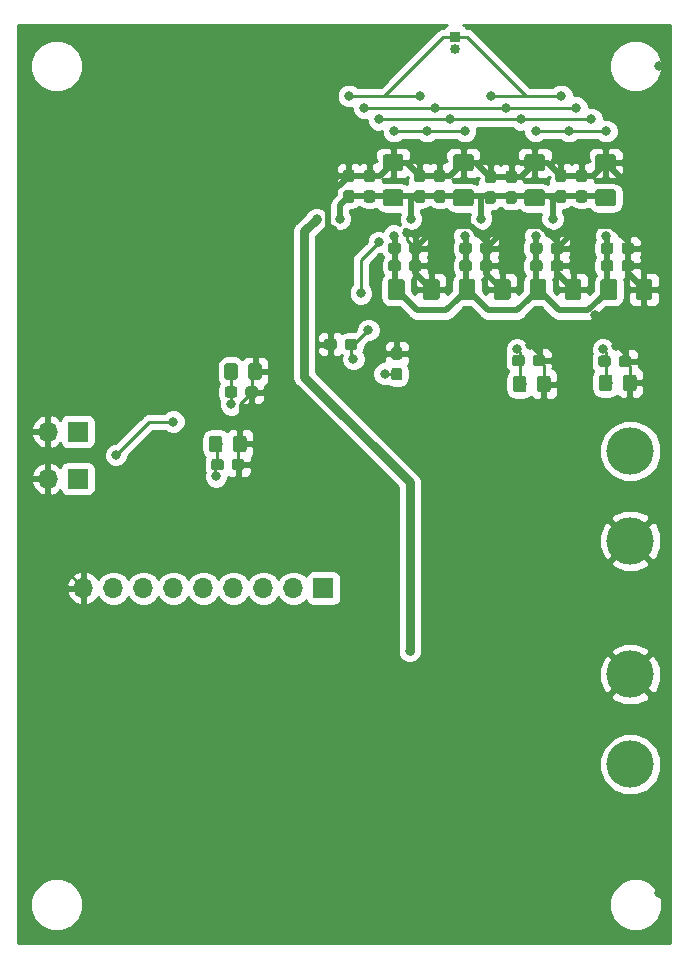
<source format=gbr>
G04 #@! TF.GenerationSoftware,KiCad,Pcbnew,5.0.2-bee76a0~70~ubuntu18.04.1*
G04 #@! TF.CreationDate,2019-10-10T22:37:19-05:00*
G04 #@! TF.ProjectId,nvmeter,6e766d65-7465-4722-9e6b-696361645f70,rev?*
G04 #@! TF.SameCoordinates,Original*
G04 #@! TF.FileFunction,Copper,L2,Bot*
G04 #@! TF.FilePolarity,Positive*
%FSLAX46Y46*%
G04 Gerber Fmt 4.6, Leading zero omitted, Abs format (unit mm)*
G04 Created by KiCad (PCBNEW 5.0.2-bee76a0~70~ubuntu18.04.1) date Thu 10 Oct 2019 10:37:19 PM CDT*
%MOMM*%
%LPD*%
G01*
G04 APERTURE LIST*
G04 #@! TA.AperFunction,ComponentPad*
%ADD10R,0.850000X0.850000*%
G04 #@! TD*
G04 #@! TA.AperFunction,ComponentPad*
%ADD11O,0.850000X0.850000*%
G04 #@! TD*
G04 #@! TA.AperFunction,ComponentPad*
%ADD12O,1.700000X1.700000*%
G04 #@! TD*
G04 #@! TA.AperFunction,ComponentPad*
%ADD13R,1.700000X1.700000*%
G04 #@! TD*
G04 #@! TA.AperFunction,Conductor*
%ADD14C,0.100000*%
G04 #@! TD*
G04 #@! TA.AperFunction,SMDPad,CuDef*
%ADD15C,0.950000*%
G04 #@! TD*
G04 #@! TA.AperFunction,SMDPad,CuDef*
%ADD16C,1.150000*%
G04 #@! TD*
G04 #@! TA.AperFunction,SMDPad,CuDef*
%ADD17C,1.425000*%
G04 #@! TD*
G04 #@! TA.AperFunction,ComponentPad*
%ADD18C,4.000000*%
G04 #@! TD*
G04 #@! TA.AperFunction,ViaPad*
%ADD19C,0.800000*%
G04 #@! TD*
G04 #@! TA.AperFunction,Conductor*
%ADD20C,0.500000*%
G04 #@! TD*
G04 #@! TA.AperFunction,Conductor*
%ADD21C,0.250000*%
G04 #@! TD*
G04 #@! TA.AperFunction,Conductor*
%ADD22C,0.750000*%
G04 #@! TD*
G04 #@! TA.AperFunction,Conductor*
%ADD23C,0.254000*%
G04 #@! TD*
G04 APERTURE END LIST*
D10*
G04 #@! TO.P,TC1,1*
G04 #@! TO.N,Net-(IC3-Pad4)*
X55342310Y-20668271D03*
D11*
G04 #@! TO.P,TC1,2*
G04 #@! TO.N,Net-(IC3-Pad1)*
X55342310Y-21668271D03*
G04 #@! TD*
D12*
G04 #@! TO.P,TH2,2*
G04 #@! TO.N,gnd*
X20859191Y-54095059D03*
D13*
G04 #@! TO.P,TH2,1*
G04 #@! TO.N,temp2*
X23399191Y-54095059D03*
G04 #@! TD*
G04 #@! TO.P,TH1,1*
G04 #@! TO.N,temp1*
X23399191Y-58095059D03*
D12*
G04 #@! TO.P,TH1,2*
G04 #@! TO.N,gnd*
X20859191Y-58095059D03*
G04 #@! TD*
D13*
G04 #@! TO.P,J1,1*
G04 #@! TO.N,Net-(IC7-Pad13)*
X44194047Y-67350197D03*
D12*
G04 #@! TO.P,J1,2*
G04 #@! TO.N,Net-(IC7-Pad14)*
X41654047Y-67350197D03*
G04 #@! TO.P,J1,3*
G04 #@! TO.N,Net-(IC7-Pad15)*
X39114047Y-67350197D03*
G04 #@! TO.P,J1,4*
G04 #@! TO.N,Net-(IC7-Pad12)*
X36574047Y-67350197D03*
G04 #@! TO.P,J1,5*
G04 #@! TO.N,Net-(IC7-Pad11)*
X34034047Y-67350197D03*
G04 #@! TO.P,J1,6*
G04 #@! TO.N,g_clk*
X31494047Y-67350197D03*
G04 #@! TO.P,J1,7*
G04 #@! TO.N,g_din*
X28954047Y-67350197D03*
G04 #@! TO.P,J1,8*
G04 #@! TO.N,g_cs*
X26414047Y-67350197D03*
G04 #@! TO.P,J1,9*
G04 #@! TO.N,gnd*
X23874047Y-67350197D03*
G04 #@! TD*
D14*
G04 #@! TO.N,5v*
G04 #@! TO.C,C31*
G36*
X50528089Y-38094415D02*
X50551144Y-38097834D01*
X50573753Y-38103498D01*
X50595697Y-38111350D01*
X50616767Y-38121315D01*
X50636758Y-38133297D01*
X50655478Y-38147181D01*
X50672748Y-38162833D01*
X50688400Y-38180103D01*
X50702284Y-38198823D01*
X50714266Y-38218814D01*
X50724231Y-38239884D01*
X50732083Y-38261828D01*
X50737747Y-38284437D01*
X50741166Y-38307492D01*
X50742310Y-38330771D01*
X50742310Y-38805771D01*
X50741166Y-38829050D01*
X50737747Y-38852105D01*
X50732083Y-38874714D01*
X50724231Y-38896658D01*
X50714266Y-38917728D01*
X50702284Y-38937719D01*
X50688400Y-38956439D01*
X50672748Y-38973709D01*
X50655478Y-38989361D01*
X50636758Y-39003245D01*
X50616767Y-39015227D01*
X50595697Y-39025192D01*
X50573753Y-39033044D01*
X50551144Y-39038708D01*
X50528089Y-39042127D01*
X50504810Y-39043271D01*
X49929810Y-39043271D01*
X49906531Y-39042127D01*
X49883476Y-39038708D01*
X49860867Y-39033044D01*
X49838923Y-39025192D01*
X49817853Y-39015227D01*
X49797862Y-39003245D01*
X49779142Y-38989361D01*
X49761872Y-38973709D01*
X49746220Y-38956439D01*
X49732336Y-38937719D01*
X49720354Y-38917728D01*
X49710389Y-38896658D01*
X49702537Y-38874714D01*
X49696873Y-38852105D01*
X49693454Y-38829050D01*
X49692310Y-38805771D01*
X49692310Y-38330771D01*
X49693454Y-38307492D01*
X49696873Y-38284437D01*
X49702537Y-38261828D01*
X49710389Y-38239884D01*
X49720354Y-38218814D01*
X49732336Y-38198823D01*
X49746220Y-38180103D01*
X49761872Y-38162833D01*
X49779142Y-38147181D01*
X49797862Y-38133297D01*
X49817853Y-38121315D01*
X49838923Y-38111350D01*
X49860867Y-38103498D01*
X49883476Y-38097834D01*
X49906531Y-38094415D01*
X49929810Y-38093271D01*
X50504810Y-38093271D01*
X50528089Y-38094415D01*
X50528089Y-38094415D01*
G37*
D15*
G04 #@! TD*
G04 #@! TO.P,C31,1*
G04 #@! TO.N,5v*
X50217310Y-38568271D03*
D14*
G04 #@! TO.N,gnd*
G04 #@! TO.C,C31*
G36*
X52278089Y-38094415D02*
X52301144Y-38097834D01*
X52323753Y-38103498D01*
X52345697Y-38111350D01*
X52366767Y-38121315D01*
X52386758Y-38133297D01*
X52405478Y-38147181D01*
X52422748Y-38162833D01*
X52438400Y-38180103D01*
X52452284Y-38198823D01*
X52464266Y-38218814D01*
X52474231Y-38239884D01*
X52482083Y-38261828D01*
X52487747Y-38284437D01*
X52491166Y-38307492D01*
X52492310Y-38330771D01*
X52492310Y-38805771D01*
X52491166Y-38829050D01*
X52487747Y-38852105D01*
X52482083Y-38874714D01*
X52474231Y-38896658D01*
X52464266Y-38917728D01*
X52452284Y-38937719D01*
X52438400Y-38956439D01*
X52422748Y-38973709D01*
X52405478Y-38989361D01*
X52386758Y-39003245D01*
X52366767Y-39015227D01*
X52345697Y-39025192D01*
X52323753Y-39033044D01*
X52301144Y-39038708D01*
X52278089Y-39042127D01*
X52254810Y-39043271D01*
X51679810Y-39043271D01*
X51656531Y-39042127D01*
X51633476Y-39038708D01*
X51610867Y-39033044D01*
X51588923Y-39025192D01*
X51567853Y-39015227D01*
X51547862Y-39003245D01*
X51529142Y-38989361D01*
X51511872Y-38973709D01*
X51496220Y-38956439D01*
X51482336Y-38937719D01*
X51470354Y-38917728D01*
X51460389Y-38896658D01*
X51452537Y-38874714D01*
X51446873Y-38852105D01*
X51443454Y-38829050D01*
X51442310Y-38805771D01*
X51442310Y-38330771D01*
X51443454Y-38307492D01*
X51446873Y-38284437D01*
X51452537Y-38261828D01*
X51460389Y-38239884D01*
X51470354Y-38218814D01*
X51482336Y-38198823D01*
X51496220Y-38180103D01*
X51511872Y-38162833D01*
X51529142Y-38147181D01*
X51547862Y-38133297D01*
X51567853Y-38121315D01*
X51588923Y-38111350D01*
X51610867Y-38103498D01*
X51633476Y-38097834D01*
X51656531Y-38094415D01*
X51679810Y-38093271D01*
X52254810Y-38093271D01*
X52278089Y-38094415D01*
X52278089Y-38094415D01*
G37*
D15*
G04 #@! TD*
G04 #@! TO.P,C31,2*
G04 #@! TO.N,gnd*
X51967310Y-38568271D03*
D14*
G04 #@! TO.N,2.5v*
G04 #@! TO.C,C27*
G36*
X61014321Y-47607559D02*
X61037376Y-47610978D01*
X61059985Y-47616642D01*
X61081929Y-47624494D01*
X61102999Y-47634459D01*
X61122990Y-47646441D01*
X61141710Y-47660325D01*
X61158980Y-47675977D01*
X61174632Y-47693247D01*
X61188516Y-47711967D01*
X61200498Y-47731958D01*
X61210463Y-47753028D01*
X61218315Y-47774972D01*
X61223979Y-47797581D01*
X61227398Y-47820636D01*
X61228542Y-47843915D01*
X61228542Y-48318915D01*
X61227398Y-48342194D01*
X61223979Y-48365249D01*
X61218315Y-48387858D01*
X61210463Y-48409802D01*
X61200498Y-48430872D01*
X61188516Y-48450863D01*
X61174632Y-48469583D01*
X61158980Y-48486853D01*
X61141710Y-48502505D01*
X61122990Y-48516389D01*
X61102999Y-48528371D01*
X61081929Y-48538336D01*
X61059985Y-48546188D01*
X61037376Y-48551852D01*
X61014321Y-48555271D01*
X60991042Y-48556415D01*
X60416042Y-48556415D01*
X60392763Y-48555271D01*
X60369708Y-48551852D01*
X60347099Y-48546188D01*
X60325155Y-48538336D01*
X60304085Y-48528371D01*
X60284094Y-48516389D01*
X60265374Y-48502505D01*
X60248104Y-48486853D01*
X60232452Y-48469583D01*
X60218568Y-48450863D01*
X60206586Y-48430872D01*
X60196621Y-48409802D01*
X60188769Y-48387858D01*
X60183105Y-48365249D01*
X60179686Y-48342194D01*
X60178542Y-48318915D01*
X60178542Y-47843915D01*
X60179686Y-47820636D01*
X60183105Y-47797581D01*
X60188769Y-47774972D01*
X60196621Y-47753028D01*
X60206586Y-47731958D01*
X60218568Y-47711967D01*
X60232452Y-47693247D01*
X60248104Y-47675977D01*
X60265374Y-47660325D01*
X60284094Y-47646441D01*
X60304085Y-47634459D01*
X60325155Y-47624494D01*
X60347099Y-47616642D01*
X60369708Y-47610978D01*
X60392763Y-47607559D01*
X60416042Y-47606415D01*
X60991042Y-47606415D01*
X61014321Y-47607559D01*
X61014321Y-47607559D01*
G37*
D15*
G04 #@! TD*
G04 #@! TO.P,C27,1*
G04 #@! TO.N,2.5v*
X60703542Y-48081415D03*
D14*
G04 #@! TO.N,gnd*
G04 #@! TO.C,C27*
G36*
X62764321Y-47607559D02*
X62787376Y-47610978D01*
X62809985Y-47616642D01*
X62831929Y-47624494D01*
X62852999Y-47634459D01*
X62872990Y-47646441D01*
X62891710Y-47660325D01*
X62908980Y-47675977D01*
X62924632Y-47693247D01*
X62938516Y-47711967D01*
X62950498Y-47731958D01*
X62960463Y-47753028D01*
X62968315Y-47774972D01*
X62973979Y-47797581D01*
X62977398Y-47820636D01*
X62978542Y-47843915D01*
X62978542Y-48318915D01*
X62977398Y-48342194D01*
X62973979Y-48365249D01*
X62968315Y-48387858D01*
X62960463Y-48409802D01*
X62950498Y-48430872D01*
X62938516Y-48450863D01*
X62924632Y-48469583D01*
X62908980Y-48486853D01*
X62891710Y-48502505D01*
X62872990Y-48516389D01*
X62852999Y-48528371D01*
X62831929Y-48538336D01*
X62809985Y-48546188D01*
X62787376Y-48551852D01*
X62764321Y-48555271D01*
X62741042Y-48556415D01*
X62166042Y-48556415D01*
X62142763Y-48555271D01*
X62119708Y-48551852D01*
X62097099Y-48546188D01*
X62075155Y-48538336D01*
X62054085Y-48528371D01*
X62034094Y-48516389D01*
X62015374Y-48502505D01*
X61998104Y-48486853D01*
X61982452Y-48469583D01*
X61968568Y-48450863D01*
X61956586Y-48430872D01*
X61946621Y-48409802D01*
X61938769Y-48387858D01*
X61933105Y-48365249D01*
X61929686Y-48342194D01*
X61928542Y-48318915D01*
X61928542Y-47843915D01*
X61929686Y-47820636D01*
X61933105Y-47797581D01*
X61938769Y-47774972D01*
X61946621Y-47753028D01*
X61956586Y-47731958D01*
X61968568Y-47711967D01*
X61982452Y-47693247D01*
X61998104Y-47675977D01*
X62015374Y-47660325D01*
X62034094Y-47646441D01*
X62054085Y-47634459D01*
X62075155Y-47624494D01*
X62097099Y-47616642D01*
X62119708Y-47610978D01*
X62142763Y-47607559D01*
X62166042Y-47606415D01*
X62741042Y-47606415D01*
X62764321Y-47607559D01*
X62764321Y-47607559D01*
G37*
D15*
G04 #@! TD*
G04 #@! TO.P,C27,2*
G04 #@! TO.N,gnd*
X62453542Y-48081415D03*
D14*
G04 #@! TO.N,1.25v*
G04 #@! TO.C,C28*
G36*
X68293898Y-47660930D02*
X68316953Y-47664349D01*
X68339562Y-47670013D01*
X68361506Y-47677865D01*
X68382576Y-47687830D01*
X68402567Y-47699812D01*
X68421287Y-47713696D01*
X68438557Y-47729348D01*
X68454209Y-47746618D01*
X68468093Y-47765338D01*
X68480075Y-47785329D01*
X68490040Y-47806399D01*
X68497892Y-47828343D01*
X68503556Y-47850952D01*
X68506975Y-47874007D01*
X68508119Y-47897286D01*
X68508119Y-48372286D01*
X68506975Y-48395565D01*
X68503556Y-48418620D01*
X68497892Y-48441229D01*
X68490040Y-48463173D01*
X68480075Y-48484243D01*
X68468093Y-48504234D01*
X68454209Y-48522954D01*
X68438557Y-48540224D01*
X68421287Y-48555876D01*
X68402567Y-48569760D01*
X68382576Y-48581742D01*
X68361506Y-48591707D01*
X68339562Y-48599559D01*
X68316953Y-48605223D01*
X68293898Y-48608642D01*
X68270619Y-48609786D01*
X67695619Y-48609786D01*
X67672340Y-48608642D01*
X67649285Y-48605223D01*
X67626676Y-48599559D01*
X67604732Y-48591707D01*
X67583662Y-48581742D01*
X67563671Y-48569760D01*
X67544951Y-48555876D01*
X67527681Y-48540224D01*
X67512029Y-48522954D01*
X67498145Y-48504234D01*
X67486163Y-48484243D01*
X67476198Y-48463173D01*
X67468346Y-48441229D01*
X67462682Y-48418620D01*
X67459263Y-48395565D01*
X67458119Y-48372286D01*
X67458119Y-47897286D01*
X67459263Y-47874007D01*
X67462682Y-47850952D01*
X67468346Y-47828343D01*
X67476198Y-47806399D01*
X67486163Y-47785329D01*
X67498145Y-47765338D01*
X67512029Y-47746618D01*
X67527681Y-47729348D01*
X67544951Y-47713696D01*
X67563671Y-47699812D01*
X67583662Y-47687830D01*
X67604732Y-47677865D01*
X67626676Y-47670013D01*
X67649285Y-47664349D01*
X67672340Y-47660930D01*
X67695619Y-47659786D01*
X68270619Y-47659786D01*
X68293898Y-47660930D01*
X68293898Y-47660930D01*
G37*
D15*
G04 #@! TD*
G04 #@! TO.P,C28,1*
G04 #@! TO.N,1.25v*
X67983119Y-48134786D03*
D14*
G04 #@! TO.N,gnd*
G04 #@! TO.C,C28*
G36*
X70043898Y-47660930D02*
X70066953Y-47664349D01*
X70089562Y-47670013D01*
X70111506Y-47677865D01*
X70132576Y-47687830D01*
X70152567Y-47699812D01*
X70171287Y-47713696D01*
X70188557Y-47729348D01*
X70204209Y-47746618D01*
X70218093Y-47765338D01*
X70230075Y-47785329D01*
X70240040Y-47806399D01*
X70247892Y-47828343D01*
X70253556Y-47850952D01*
X70256975Y-47874007D01*
X70258119Y-47897286D01*
X70258119Y-48372286D01*
X70256975Y-48395565D01*
X70253556Y-48418620D01*
X70247892Y-48441229D01*
X70240040Y-48463173D01*
X70230075Y-48484243D01*
X70218093Y-48504234D01*
X70204209Y-48522954D01*
X70188557Y-48540224D01*
X70171287Y-48555876D01*
X70152567Y-48569760D01*
X70132576Y-48581742D01*
X70111506Y-48591707D01*
X70089562Y-48599559D01*
X70066953Y-48605223D01*
X70043898Y-48608642D01*
X70020619Y-48609786D01*
X69445619Y-48609786D01*
X69422340Y-48608642D01*
X69399285Y-48605223D01*
X69376676Y-48599559D01*
X69354732Y-48591707D01*
X69333662Y-48581742D01*
X69313671Y-48569760D01*
X69294951Y-48555876D01*
X69277681Y-48540224D01*
X69262029Y-48522954D01*
X69248145Y-48504234D01*
X69236163Y-48484243D01*
X69226198Y-48463173D01*
X69218346Y-48441229D01*
X69212682Y-48418620D01*
X69209263Y-48395565D01*
X69208119Y-48372286D01*
X69208119Y-47897286D01*
X69209263Y-47874007D01*
X69212682Y-47850952D01*
X69218346Y-47828343D01*
X69226198Y-47806399D01*
X69236163Y-47785329D01*
X69248145Y-47765338D01*
X69262029Y-47746618D01*
X69277681Y-47729348D01*
X69294951Y-47713696D01*
X69313671Y-47699812D01*
X69333662Y-47687830D01*
X69354732Y-47677865D01*
X69376676Y-47670013D01*
X69399285Y-47664349D01*
X69422340Y-47660930D01*
X69445619Y-47659786D01*
X70020619Y-47659786D01*
X70043898Y-47660930D01*
X70043898Y-47660930D01*
G37*
D15*
G04 #@! TD*
G04 #@! TO.P,C28,2*
G04 #@! TO.N,gnd*
X69733119Y-48134786D03*
D14*
G04 #@! TO.N,5v*
G04 #@! TO.C,C13*
G36*
X68528089Y-39594415D02*
X68551144Y-39597834D01*
X68573753Y-39603498D01*
X68595697Y-39611350D01*
X68616767Y-39621315D01*
X68636758Y-39633297D01*
X68655478Y-39647181D01*
X68672748Y-39662833D01*
X68688400Y-39680103D01*
X68702284Y-39698823D01*
X68714266Y-39718814D01*
X68724231Y-39739884D01*
X68732083Y-39761828D01*
X68737747Y-39784437D01*
X68741166Y-39807492D01*
X68742310Y-39830771D01*
X68742310Y-40305771D01*
X68741166Y-40329050D01*
X68737747Y-40352105D01*
X68732083Y-40374714D01*
X68724231Y-40396658D01*
X68714266Y-40417728D01*
X68702284Y-40437719D01*
X68688400Y-40456439D01*
X68672748Y-40473709D01*
X68655478Y-40489361D01*
X68636758Y-40503245D01*
X68616767Y-40515227D01*
X68595697Y-40525192D01*
X68573753Y-40533044D01*
X68551144Y-40538708D01*
X68528089Y-40542127D01*
X68504810Y-40543271D01*
X67929810Y-40543271D01*
X67906531Y-40542127D01*
X67883476Y-40538708D01*
X67860867Y-40533044D01*
X67838923Y-40525192D01*
X67817853Y-40515227D01*
X67797862Y-40503245D01*
X67779142Y-40489361D01*
X67761872Y-40473709D01*
X67746220Y-40456439D01*
X67732336Y-40437719D01*
X67720354Y-40417728D01*
X67710389Y-40396658D01*
X67702537Y-40374714D01*
X67696873Y-40352105D01*
X67693454Y-40329050D01*
X67692310Y-40305771D01*
X67692310Y-39830771D01*
X67693454Y-39807492D01*
X67696873Y-39784437D01*
X67702537Y-39761828D01*
X67710389Y-39739884D01*
X67720354Y-39718814D01*
X67732336Y-39698823D01*
X67746220Y-39680103D01*
X67761872Y-39662833D01*
X67779142Y-39647181D01*
X67797862Y-39633297D01*
X67817853Y-39621315D01*
X67838923Y-39611350D01*
X67860867Y-39603498D01*
X67883476Y-39597834D01*
X67906531Y-39594415D01*
X67929810Y-39593271D01*
X68504810Y-39593271D01*
X68528089Y-39594415D01*
X68528089Y-39594415D01*
G37*
D15*
G04 #@! TD*
G04 #@! TO.P,C13,1*
G04 #@! TO.N,5v*
X68217310Y-40068271D03*
D14*
G04 #@! TO.N,gnd*
G04 #@! TO.C,C13*
G36*
X70278089Y-39594415D02*
X70301144Y-39597834D01*
X70323753Y-39603498D01*
X70345697Y-39611350D01*
X70366767Y-39621315D01*
X70386758Y-39633297D01*
X70405478Y-39647181D01*
X70422748Y-39662833D01*
X70438400Y-39680103D01*
X70452284Y-39698823D01*
X70464266Y-39718814D01*
X70474231Y-39739884D01*
X70482083Y-39761828D01*
X70487747Y-39784437D01*
X70491166Y-39807492D01*
X70492310Y-39830771D01*
X70492310Y-40305771D01*
X70491166Y-40329050D01*
X70487747Y-40352105D01*
X70482083Y-40374714D01*
X70474231Y-40396658D01*
X70464266Y-40417728D01*
X70452284Y-40437719D01*
X70438400Y-40456439D01*
X70422748Y-40473709D01*
X70405478Y-40489361D01*
X70386758Y-40503245D01*
X70366767Y-40515227D01*
X70345697Y-40525192D01*
X70323753Y-40533044D01*
X70301144Y-40538708D01*
X70278089Y-40542127D01*
X70254810Y-40543271D01*
X69679810Y-40543271D01*
X69656531Y-40542127D01*
X69633476Y-40538708D01*
X69610867Y-40533044D01*
X69588923Y-40525192D01*
X69567853Y-40515227D01*
X69547862Y-40503245D01*
X69529142Y-40489361D01*
X69511872Y-40473709D01*
X69496220Y-40456439D01*
X69482336Y-40437719D01*
X69470354Y-40417728D01*
X69460389Y-40396658D01*
X69452537Y-40374714D01*
X69446873Y-40352105D01*
X69443454Y-40329050D01*
X69442310Y-40305771D01*
X69442310Y-39830771D01*
X69443454Y-39807492D01*
X69446873Y-39784437D01*
X69452537Y-39761828D01*
X69460389Y-39739884D01*
X69470354Y-39718814D01*
X69482336Y-39698823D01*
X69496220Y-39680103D01*
X69511872Y-39662833D01*
X69529142Y-39647181D01*
X69547862Y-39633297D01*
X69567853Y-39621315D01*
X69588923Y-39611350D01*
X69610867Y-39603498D01*
X69633476Y-39597834D01*
X69656531Y-39594415D01*
X69679810Y-39593271D01*
X70254810Y-39593271D01*
X70278089Y-39594415D01*
X70278089Y-39594415D01*
G37*
D15*
G04 #@! TD*
G04 #@! TO.P,C13,2*
G04 #@! TO.N,gnd*
X69967310Y-40068271D03*
D14*
G04 #@! TO.N,5v*
G04 #@! TO.C,C54*
G36*
X50665626Y-48702401D02*
X50688681Y-48705820D01*
X50711290Y-48711484D01*
X50733234Y-48719336D01*
X50754304Y-48729301D01*
X50774295Y-48741283D01*
X50793015Y-48755167D01*
X50810285Y-48770819D01*
X50825937Y-48788089D01*
X50839821Y-48806809D01*
X50851803Y-48826800D01*
X50861768Y-48847870D01*
X50869620Y-48869814D01*
X50875284Y-48892423D01*
X50878703Y-48915478D01*
X50879847Y-48938757D01*
X50879847Y-49513757D01*
X50878703Y-49537036D01*
X50875284Y-49560091D01*
X50869620Y-49582700D01*
X50861768Y-49604644D01*
X50851803Y-49625714D01*
X50839821Y-49645705D01*
X50825937Y-49664425D01*
X50810285Y-49681695D01*
X50793015Y-49697347D01*
X50774295Y-49711231D01*
X50754304Y-49723213D01*
X50733234Y-49733178D01*
X50711290Y-49741030D01*
X50688681Y-49746694D01*
X50665626Y-49750113D01*
X50642347Y-49751257D01*
X50167347Y-49751257D01*
X50144068Y-49750113D01*
X50121013Y-49746694D01*
X50098404Y-49741030D01*
X50076460Y-49733178D01*
X50055390Y-49723213D01*
X50035399Y-49711231D01*
X50016679Y-49697347D01*
X49999409Y-49681695D01*
X49983757Y-49664425D01*
X49969873Y-49645705D01*
X49957891Y-49625714D01*
X49947926Y-49604644D01*
X49940074Y-49582700D01*
X49934410Y-49560091D01*
X49930991Y-49537036D01*
X49929847Y-49513757D01*
X49929847Y-48938757D01*
X49930991Y-48915478D01*
X49934410Y-48892423D01*
X49940074Y-48869814D01*
X49947926Y-48847870D01*
X49957891Y-48826800D01*
X49969873Y-48806809D01*
X49983757Y-48788089D01*
X49999409Y-48770819D01*
X50016679Y-48755167D01*
X50035399Y-48741283D01*
X50055390Y-48729301D01*
X50076460Y-48719336D01*
X50098404Y-48711484D01*
X50121013Y-48705820D01*
X50144068Y-48702401D01*
X50167347Y-48701257D01*
X50642347Y-48701257D01*
X50665626Y-48702401D01*
X50665626Y-48702401D01*
G37*
D15*
G04 #@! TD*
G04 #@! TO.P,C54,2*
G04 #@! TO.N,5v*
X50404847Y-49226257D03*
D14*
G04 #@! TO.N,gnd*
G04 #@! TO.C,C54*
G36*
X50665626Y-46952401D02*
X50688681Y-46955820D01*
X50711290Y-46961484D01*
X50733234Y-46969336D01*
X50754304Y-46979301D01*
X50774295Y-46991283D01*
X50793015Y-47005167D01*
X50810285Y-47020819D01*
X50825937Y-47038089D01*
X50839821Y-47056809D01*
X50851803Y-47076800D01*
X50861768Y-47097870D01*
X50869620Y-47119814D01*
X50875284Y-47142423D01*
X50878703Y-47165478D01*
X50879847Y-47188757D01*
X50879847Y-47763757D01*
X50878703Y-47787036D01*
X50875284Y-47810091D01*
X50869620Y-47832700D01*
X50861768Y-47854644D01*
X50851803Y-47875714D01*
X50839821Y-47895705D01*
X50825937Y-47914425D01*
X50810285Y-47931695D01*
X50793015Y-47947347D01*
X50774295Y-47961231D01*
X50754304Y-47973213D01*
X50733234Y-47983178D01*
X50711290Y-47991030D01*
X50688681Y-47996694D01*
X50665626Y-48000113D01*
X50642347Y-48001257D01*
X50167347Y-48001257D01*
X50144068Y-48000113D01*
X50121013Y-47996694D01*
X50098404Y-47991030D01*
X50076460Y-47983178D01*
X50055390Y-47973213D01*
X50035399Y-47961231D01*
X50016679Y-47947347D01*
X49999409Y-47931695D01*
X49983757Y-47914425D01*
X49969873Y-47895705D01*
X49957891Y-47875714D01*
X49947926Y-47854644D01*
X49940074Y-47832700D01*
X49934410Y-47810091D01*
X49930991Y-47787036D01*
X49929847Y-47763757D01*
X49929847Y-47188757D01*
X49930991Y-47165478D01*
X49934410Y-47142423D01*
X49940074Y-47119814D01*
X49947926Y-47097870D01*
X49957891Y-47076800D01*
X49969873Y-47056809D01*
X49983757Y-47038089D01*
X49999409Y-47020819D01*
X50016679Y-47005167D01*
X50035399Y-46991283D01*
X50055390Y-46979301D01*
X50076460Y-46969336D01*
X50098404Y-46961484D01*
X50121013Y-46955820D01*
X50144068Y-46952401D01*
X50167347Y-46951257D01*
X50642347Y-46951257D01*
X50665626Y-46952401D01*
X50665626Y-46952401D01*
G37*
D15*
G04 #@! TD*
G04 #@! TO.P,C54,1*
G04 #@! TO.N,gnd*
X50404847Y-47476257D03*
D14*
G04 #@! TO.N,5v*
G04 #@! TO.C,C15*
G36*
X56542385Y-39594415D02*
X56565440Y-39597834D01*
X56588049Y-39603498D01*
X56609993Y-39611350D01*
X56631063Y-39621315D01*
X56651054Y-39633297D01*
X56669774Y-39647181D01*
X56687044Y-39662833D01*
X56702696Y-39680103D01*
X56716580Y-39698823D01*
X56728562Y-39718814D01*
X56738527Y-39739884D01*
X56746379Y-39761828D01*
X56752043Y-39784437D01*
X56755462Y-39807492D01*
X56756606Y-39830771D01*
X56756606Y-40305771D01*
X56755462Y-40329050D01*
X56752043Y-40352105D01*
X56746379Y-40374714D01*
X56738527Y-40396658D01*
X56728562Y-40417728D01*
X56716580Y-40437719D01*
X56702696Y-40456439D01*
X56687044Y-40473709D01*
X56669774Y-40489361D01*
X56651054Y-40503245D01*
X56631063Y-40515227D01*
X56609993Y-40525192D01*
X56588049Y-40533044D01*
X56565440Y-40538708D01*
X56542385Y-40542127D01*
X56519106Y-40543271D01*
X55944106Y-40543271D01*
X55920827Y-40542127D01*
X55897772Y-40538708D01*
X55875163Y-40533044D01*
X55853219Y-40525192D01*
X55832149Y-40515227D01*
X55812158Y-40503245D01*
X55793438Y-40489361D01*
X55776168Y-40473709D01*
X55760516Y-40456439D01*
X55746632Y-40437719D01*
X55734650Y-40417728D01*
X55724685Y-40396658D01*
X55716833Y-40374714D01*
X55711169Y-40352105D01*
X55707750Y-40329050D01*
X55706606Y-40305771D01*
X55706606Y-39830771D01*
X55707750Y-39807492D01*
X55711169Y-39784437D01*
X55716833Y-39761828D01*
X55724685Y-39739884D01*
X55734650Y-39718814D01*
X55746632Y-39698823D01*
X55760516Y-39680103D01*
X55776168Y-39662833D01*
X55793438Y-39647181D01*
X55812158Y-39633297D01*
X55832149Y-39621315D01*
X55853219Y-39611350D01*
X55875163Y-39603498D01*
X55897772Y-39597834D01*
X55920827Y-39594415D01*
X55944106Y-39593271D01*
X56519106Y-39593271D01*
X56542385Y-39594415D01*
X56542385Y-39594415D01*
G37*
D15*
G04 #@! TD*
G04 #@! TO.P,C15,1*
G04 #@! TO.N,5v*
X56231606Y-40068271D03*
D14*
G04 #@! TO.N,gnd*
G04 #@! TO.C,C15*
G36*
X58292385Y-39594415D02*
X58315440Y-39597834D01*
X58338049Y-39603498D01*
X58359993Y-39611350D01*
X58381063Y-39621315D01*
X58401054Y-39633297D01*
X58419774Y-39647181D01*
X58437044Y-39662833D01*
X58452696Y-39680103D01*
X58466580Y-39698823D01*
X58478562Y-39718814D01*
X58488527Y-39739884D01*
X58496379Y-39761828D01*
X58502043Y-39784437D01*
X58505462Y-39807492D01*
X58506606Y-39830771D01*
X58506606Y-40305771D01*
X58505462Y-40329050D01*
X58502043Y-40352105D01*
X58496379Y-40374714D01*
X58488527Y-40396658D01*
X58478562Y-40417728D01*
X58466580Y-40437719D01*
X58452696Y-40456439D01*
X58437044Y-40473709D01*
X58419774Y-40489361D01*
X58401054Y-40503245D01*
X58381063Y-40515227D01*
X58359993Y-40525192D01*
X58338049Y-40533044D01*
X58315440Y-40538708D01*
X58292385Y-40542127D01*
X58269106Y-40543271D01*
X57694106Y-40543271D01*
X57670827Y-40542127D01*
X57647772Y-40538708D01*
X57625163Y-40533044D01*
X57603219Y-40525192D01*
X57582149Y-40515227D01*
X57562158Y-40503245D01*
X57543438Y-40489361D01*
X57526168Y-40473709D01*
X57510516Y-40456439D01*
X57496632Y-40437719D01*
X57484650Y-40417728D01*
X57474685Y-40396658D01*
X57466833Y-40374714D01*
X57461169Y-40352105D01*
X57457750Y-40329050D01*
X57456606Y-40305771D01*
X57456606Y-39830771D01*
X57457750Y-39807492D01*
X57461169Y-39784437D01*
X57466833Y-39761828D01*
X57474685Y-39739884D01*
X57484650Y-39718814D01*
X57496632Y-39698823D01*
X57510516Y-39680103D01*
X57526168Y-39662833D01*
X57543438Y-39647181D01*
X57562158Y-39633297D01*
X57582149Y-39621315D01*
X57603219Y-39611350D01*
X57625163Y-39603498D01*
X57647772Y-39597834D01*
X57670827Y-39594415D01*
X57694106Y-39593271D01*
X58269106Y-39593271D01*
X58292385Y-39594415D01*
X58292385Y-39594415D01*
G37*
D15*
G04 #@! TD*
G04 #@! TO.P,C15,2*
G04 #@! TO.N,gnd*
X57981606Y-40068271D03*
D14*
G04 #@! TO.N,gnd*
G04 #@! TO.C,C16*
G36*
X54299238Y-31919415D02*
X54322293Y-31922834D01*
X54344902Y-31928498D01*
X54366846Y-31936350D01*
X54387916Y-31946315D01*
X54407907Y-31958297D01*
X54426627Y-31972181D01*
X54443897Y-31987833D01*
X54459549Y-32005103D01*
X54473433Y-32023823D01*
X54485415Y-32043814D01*
X54495380Y-32064884D01*
X54503232Y-32086828D01*
X54508896Y-32109437D01*
X54512315Y-32132492D01*
X54513459Y-32155771D01*
X54513459Y-32730771D01*
X54512315Y-32754050D01*
X54508896Y-32777105D01*
X54503232Y-32799714D01*
X54495380Y-32821658D01*
X54485415Y-32842728D01*
X54473433Y-32862719D01*
X54459549Y-32881439D01*
X54443897Y-32898709D01*
X54426627Y-32914361D01*
X54407907Y-32928245D01*
X54387916Y-32940227D01*
X54366846Y-32950192D01*
X54344902Y-32958044D01*
X54322293Y-32963708D01*
X54299238Y-32967127D01*
X54275959Y-32968271D01*
X53800959Y-32968271D01*
X53777680Y-32967127D01*
X53754625Y-32963708D01*
X53732016Y-32958044D01*
X53710072Y-32950192D01*
X53689002Y-32940227D01*
X53669011Y-32928245D01*
X53650291Y-32914361D01*
X53633021Y-32898709D01*
X53617369Y-32881439D01*
X53603485Y-32862719D01*
X53591503Y-32842728D01*
X53581538Y-32821658D01*
X53573686Y-32799714D01*
X53568022Y-32777105D01*
X53564603Y-32754050D01*
X53563459Y-32730771D01*
X53563459Y-32155771D01*
X53564603Y-32132492D01*
X53568022Y-32109437D01*
X53573686Y-32086828D01*
X53581538Y-32064884D01*
X53591503Y-32043814D01*
X53603485Y-32023823D01*
X53617369Y-32005103D01*
X53633021Y-31987833D01*
X53650291Y-31972181D01*
X53669011Y-31958297D01*
X53689002Y-31946315D01*
X53710072Y-31936350D01*
X53732016Y-31928498D01*
X53754625Y-31922834D01*
X53777680Y-31919415D01*
X53800959Y-31918271D01*
X54275959Y-31918271D01*
X54299238Y-31919415D01*
X54299238Y-31919415D01*
G37*
D15*
G04 #@! TD*
G04 #@! TO.P,C16,2*
G04 #@! TO.N,gnd*
X54038459Y-32443271D03*
D14*
G04 #@! TO.N,-5v*
G04 #@! TO.C,C16*
G36*
X54299238Y-33669415D02*
X54322293Y-33672834D01*
X54344902Y-33678498D01*
X54366846Y-33686350D01*
X54387916Y-33696315D01*
X54407907Y-33708297D01*
X54426627Y-33722181D01*
X54443897Y-33737833D01*
X54459549Y-33755103D01*
X54473433Y-33773823D01*
X54485415Y-33793814D01*
X54495380Y-33814884D01*
X54503232Y-33836828D01*
X54508896Y-33859437D01*
X54512315Y-33882492D01*
X54513459Y-33905771D01*
X54513459Y-34480771D01*
X54512315Y-34504050D01*
X54508896Y-34527105D01*
X54503232Y-34549714D01*
X54495380Y-34571658D01*
X54485415Y-34592728D01*
X54473433Y-34612719D01*
X54459549Y-34631439D01*
X54443897Y-34648709D01*
X54426627Y-34664361D01*
X54407907Y-34678245D01*
X54387916Y-34690227D01*
X54366846Y-34700192D01*
X54344902Y-34708044D01*
X54322293Y-34713708D01*
X54299238Y-34717127D01*
X54275959Y-34718271D01*
X53800959Y-34718271D01*
X53777680Y-34717127D01*
X53754625Y-34713708D01*
X53732016Y-34708044D01*
X53710072Y-34700192D01*
X53689002Y-34690227D01*
X53669011Y-34678245D01*
X53650291Y-34664361D01*
X53633021Y-34648709D01*
X53617369Y-34631439D01*
X53603485Y-34612719D01*
X53591503Y-34592728D01*
X53581538Y-34571658D01*
X53573686Y-34549714D01*
X53568022Y-34527105D01*
X53564603Y-34504050D01*
X53563459Y-34480771D01*
X53563459Y-33905771D01*
X53564603Y-33882492D01*
X53568022Y-33859437D01*
X53573686Y-33836828D01*
X53581538Y-33814884D01*
X53591503Y-33793814D01*
X53603485Y-33773823D01*
X53617369Y-33755103D01*
X53633021Y-33737833D01*
X53650291Y-33722181D01*
X53669011Y-33708297D01*
X53689002Y-33696315D01*
X53710072Y-33686350D01*
X53732016Y-33678498D01*
X53754625Y-33672834D01*
X53777680Y-33669415D01*
X53800959Y-33668271D01*
X54275959Y-33668271D01*
X54299238Y-33669415D01*
X54299238Y-33669415D01*
G37*
D15*
G04 #@! TD*
G04 #@! TO.P,C16,1*
G04 #@! TO.N,-5v*
X54038459Y-34193271D03*
D14*
G04 #@! TO.N,5v*
G04 #@! TO.C,C17*
G36*
X68528089Y-38094415D02*
X68551144Y-38097834D01*
X68573753Y-38103498D01*
X68595697Y-38111350D01*
X68616767Y-38121315D01*
X68636758Y-38133297D01*
X68655478Y-38147181D01*
X68672748Y-38162833D01*
X68688400Y-38180103D01*
X68702284Y-38198823D01*
X68714266Y-38218814D01*
X68724231Y-38239884D01*
X68732083Y-38261828D01*
X68737747Y-38284437D01*
X68741166Y-38307492D01*
X68742310Y-38330771D01*
X68742310Y-38805771D01*
X68741166Y-38829050D01*
X68737747Y-38852105D01*
X68732083Y-38874714D01*
X68724231Y-38896658D01*
X68714266Y-38917728D01*
X68702284Y-38937719D01*
X68688400Y-38956439D01*
X68672748Y-38973709D01*
X68655478Y-38989361D01*
X68636758Y-39003245D01*
X68616767Y-39015227D01*
X68595697Y-39025192D01*
X68573753Y-39033044D01*
X68551144Y-39038708D01*
X68528089Y-39042127D01*
X68504810Y-39043271D01*
X67929810Y-39043271D01*
X67906531Y-39042127D01*
X67883476Y-39038708D01*
X67860867Y-39033044D01*
X67838923Y-39025192D01*
X67817853Y-39015227D01*
X67797862Y-39003245D01*
X67779142Y-38989361D01*
X67761872Y-38973709D01*
X67746220Y-38956439D01*
X67732336Y-38937719D01*
X67720354Y-38917728D01*
X67710389Y-38896658D01*
X67702537Y-38874714D01*
X67696873Y-38852105D01*
X67693454Y-38829050D01*
X67692310Y-38805771D01*
X67692310Y-38330771D01*
X67693454Y-38307492D01*
X67696873Y-38284437D01*
X67702537Y-38261828D01*
X67710389Y-38239884D01*
X67720354Y-38218814D01*
X67732336Y-38198823D01*
X67746220Y-38180103D01*
X67761872Y-38162833D01*
X67779142Y-38147181D01*
X67797862Y-38133297D01*
X67817853Y-38121315D01*
X67838923Y-38111350D01*
X67860867Y-38103498D01*
X67883476Y-38097834D01*
X67906531Y-38094415D01*
X67929810Y-38093271D01*
X68504810Y-38093271D01*
X68528089Y-38094415D01*
X68528089Y-38094415D01*
G37*
D15*
G04 #@! TD*
G04 #@! TO.P,C17,1*
G04 #@! TO.N,5v*
X68217310Y-38568271D03*
D14*
G04 #@! TO.N,gnd*
G04 #@! TO.C,C17*
G36*
X70278089Y-38094415D02*
X70301144Y-38097834D01*
X70323753Y-38103498D01*
X70345697Y-38111350D01*
X70366767Y-38121315D01*
X70386758Y-38133297D01*
X70405478Y-38147181D01*
X70422748Y-38162833D01*
X70438400Y-38180103D01*
X70452284Y-38198823D01*
X70464266Y-38218814D01*
X70474231Y-38239884D01*
X70482083Y-38261828D01*
X70487747Y-38284437D01*
X70491166Y-38307492D01*
X70492310Y-38330771D01*
X70492310Y-38805771D01*
X70491166Y-38829050D01*
X70487747Y-38852105D01*
X70482083Y-38874714D01*
X70474231Y-38896658D01*
X70464266Y-38917728D01*
X70452284Y-38937719D01*
X70438400Y-38956439D01*
X70422748Y-38973709D01*
X70405478Y-38989361D01*
X70386758Y-39003245D01*
X70366767Y-39015227D01*
X70345697Y-39025192D01*
X70323753Y-39033044D01*
X70301144Y-39038708D01*
X70278089Y-39042127D01*
X70254810Y-39043271D01*
X69679810Y-39043271D01*
X69656531Y-39042127D01*
X69633476Y-39038708D01*
X69610867Y-39033044D01*
X69588923Y-39025192D01*
X69567853Y-39015227D01*
X69547862Y-39003245D01*
X69529142Y-38989361D01*
X69511872Y-38973709D01*
X69496220Y-38956439D01*
X69482336Y-38937719D01*
X69470354Y-38917728D01*
X69460389Y-38896658D01*
X69452537Y-38874714D01*
X69446873Y-38852105D01*
X69443454Y-38829050D01*
X69442310Y-38805771D01*
X69442310Y-38330771D01*
X69443454Y-38307492D01*
X69446873Y-38284437D01*
X69452537Y-38261828D01*
X69460389Y-38239884D01*
X69470354Y-38218814D01*
X69482336Y-38198823D01*
X69496220Y-38180103D01*
X69511872Y-38162833D01*
X69529142Y-38147181D01*
X69547862Y-38133297D01*
X69567853Y-38121315D01*
X69588923Y-38111350D01*
X69610867Y-38103498D01*
X69633476Y-38097834D01*
X69656531Y-38094415D01*
X69679810Y-38093271D01*
X70254810Y-38093271D01*
X70278089Y-38094415D01*
X70278089Y-38094415D01*
G37*
D15*
G04 #@! TD*
G04 #@! TO.P,C17,2*
G04 #@! TO.N,gnd*
X69967310Y-38568271D03*
D14*
G04 #@! TO.N,gnd*
G04 #@! TO.C,C18*
G36*
X64557087Y-31919415D02*
X64580142Y-31922834D01*
X64602751Y-31928498D01*
X64624695Y-31936350D01*
X64645765Y-31946315D01*
X64665756Y-31958297D01*
X64684476Y-31972181D01*
X64701746Y-31987833D01*
X64717398Y-32005103D01*
X64731282Y-32023823D01*
X64743264Y-32043814D01*
X64753229Y-32064884D01*
X64761081Y-32086828D01*
X64766745Y-32109437D01*
X64770164Y-32132492D01*
X64771308Y-32155771D01*
X64771308Y-32730771D01*
X64770164Y-32754050D01*
X64766745Y-32777105D01*
X64761081Y-32799714D01*
X64753229Y-32821658D01*
X64743264Y-32842728D01*
X64731282Y-32862719D01*
X64717398Y-32881439D01*
X64701746Y-32898709D01*
X64684476Y-32914361D01*
X64665756Y-32928245D01*
X64645765Y-32940227D01*
X64624695Y-32950192D01*
X64602751Y-32958044D01*
X64580142Y-32963708D01*
X64557087Y-32967127D01*
X64533808Y-32968271D01*
X64058808Y-32968271D01*
X64035529Y-32967127D01*
X64012474Y-32963708D01*
X63989865Y-32958044D01*
X63967921Y-32950192D01*
X63946851Y-32940227D01*
X63926860Y-32928245D01*
X63908140Y-32914361D01*
X63890870Y-32898709D01*
X63875218Y-32881439D01*
X63861334Y-32862719D01*
X63849352Y-32842728D01*
X63839387Y-32821658D01*
X63831535Y-32799714D01*
X63825871Y-32777105D01*
X63822452Y-32754050D01*
X63821308Y-32730771D01*
X63821308Y-32155771D01*
X63822452Y-32132492D01*
X63825871Y-32109437D01*
X63831535Y-32086828D01*
X63839387Y-32064884D01*
X63849352Y-32043814D01*
X63861334Y-32023823D01*
X63875218Y-32005103D01*
X63890870Y-31987833D01*
X63908140Y-31972181D01*
X63926860Y-31958297D01*
X63946851Y-31946315D01*
X63967921Y-31936350D01*
X63989865Y-31928498D01*
X64012474Y-31922834D01*
X64035529Y-31919415D01*
X64058808Y-31918271D01*
X64533808Y-31918271D01*
X64557087Y-31919415D01*
X64557087Y-31919415D01*
G37*
D15*
G04 #@! TD*
G04 #@! TO.P,C18,2*
G04 #@! TO.N,gnd*
X64296308Y-32443271D03*
D14*
G04 #@! TO.N,-5v*
G04 #@! TO.C,C18*
G36*
X64557087Y-33669415D02*
X64580142Y-33672834D01*
X64602751Y-33678498D01*
X64624695Y-33686350D01*
X64645765Y-33696315D01*
X64665756Y-33708297D01*
X64684476Y-33722181D01*
X64701746Y-33737833D01*
X64717398Y-33755103D01*
X64731282Y-33773823D01*
X64743264Y-33793814D01*
X64753229Y-33814884D01*
X64761081Y-33836828D01*
X64766745Y-33859437D01*
X64770164Y-33882492D01*
X64771308Y-33905771D01*
X64771308Y-34480771D01*
X64770164Y-34504050D01*
X64766745Y-34527105D01*
X64761081Y-34549714D01*
X64753229Y-34571658D01*
X64743264Y-34592728D01*
X64731282Y-34612719D01*
X64717398Y-34631439D01*
X64701746Y-34648709D01*
X64684476Y-34664361D01*
X64665756Y-34678245D01*
X64645765Y-34690227D01*
X64624695Y-34700192D01*
X64602751Y-34708044D01*
X64580142Y-34713708D01*
X64557087Y-34717127D01*
X64533808Y-34718271D01*
X64058808Y-34718271D01*
X64035529Y-34717127D01*
X64012474Y-34713708D01*
X63989865Y-34708044D01*
X63967921Y-34700192D01*
X63946851Y-34690227D01*
X63926860Y-34678245D01*
X63908140Y-34664361D01*
X63890870Y-34648709D01*
X63875218Y-34631439D01*
X63861334Y-34612719D01*
X63849352Y-34592728D01*
X63839387Y-34571658D01*
X63831535Y-34549714D01*
X63825871Y-34527105D01*
X63822452Y-34504050D01*
X63821308Y-34480771D01*
X63821308Y-33905771D01*
X63822452Y-33882492D01*
X63825871Y-33859437D01*
X63831535Y-33836828D01*
X63839387Y-33814884D01*
X63849352Y-33793814D01*
X63861334Y-33773823D01*
X63875218Y-33755103D01*
X63890870Y-33737833D01*
X63908140Y-33722181D01*
X63926860Y-33708297D01*
X63946851Y-33696315D01*
X63967921Y-33686350D01*
X63989865Y-33678498D01*
X64012474Y-33672834D01*
X64035529Y-33669415D01*
X64058808Y-33668271D01*
X64533808Y-33668271D01*
X64557087Y-33669415D01*
X64557087Y-33669415D01*
G37*
D15*
G04 #@! TD*
G04 #@! TO.P,C18,1*
G04 #@! TO.N,-5v*
X64296308Y-34193271D03*
D14*
G04 #@! TO.N,5v*
G04 #@! TO.C,C19*
G36*
X56542385Y-38094415D02*
X56565440Y-38097834D01*
X56588049Y-38103498D01*
X56609993Y-38111350D01*
X56631063Y-38121315D01*
X56651054Y-38133297D01*
X56669774Y-38147181D01*
X56687044Y-38162833D01*
X56702696Y-38180103D01*
X56716580Y-38198823D01*
X56728562Y-38218814D01*
X56738527Y-38239884D01*
X56746379Y-38261828D01*
X56752043Y-38284437D01*
X56755462Y-38307492D01*
X56756606Y-38330771D01*
X56756606Y-38805771D01*
X56755462Y-38829050D01*
X56752043Y-38852105D01*
X56746379Y-38874714D01*
X56738527Y-38896658D01*
X56728562Y-38917728D01*
X56716580Y-38937719D01*
X56702696Y-38956439D01*
X56687044Y-38973709D01*
X56669774Y-38989361D01*
X56651054Y-39003245D01*
X56631063Y-39015227D01*
X56609993Y-39025192D01*
X56588049Y-39033044D01*
X56565440Y-39038708D01*
X56542385Y-39042127D01*
X56519106Y-39043271D01*
X55944106Y-39043271D01*
X55920827Y-39042127D01*
X55897772Y-39038708D01*
X55875163Y-39033044D01*
X55853219Y-39025192D01*
X55832149Y-39015227D01*
X55812158Y-39003245D01*
X55793438Y-38989361D01*
X55776168Y-38973709D01*
X55760516Y-38956439D01*
X55746632Y-38937719D01*
X55734650Y-38917728D01*
X55724685Y-38896658D01*
X55716833Y-38874714D01*
X55711169Y-38852105D01*
X55707750Y-38829050D01*
X55706606Y-38805771D01*
X55706606Y-38330771D01*
X55707750Y-38307492D01*
X55711169Y-38284437D01*
X55716833Y-38261828D01*
X55724685Y-38239884D01*
X55734650Y-38218814D01*
X55746632Y-38198823D01*
X55760516Y-38180103D01*
X55776168Y-38162833D01*
X55793438Y-38147181D01*
X55812158Y-38133297D01*
X55832149Y-38121315D01*
X55853219Y-38111350D01*
X55875163Y-38103498D01*
X55897772Y-38097834D01*
X55920827Y-38094415D01*
X55944106Y-38093271D01*
X56519106Y-38093271D01*
X56542385Y-38094415D01*
X56542385Y-38094415D01*
G37*
D15*
G04 #@! TD*
G04 #@! TO.P,C19,1*
G04 #@! TO.N,5v*
X56231606Y-38568271D03*
D14*
G04 #@! TO.N,gnd*
G04 #@! TO.C,C19*
G36*
X58292385Y-38094415D02*
X58315440Y-38097834D01*
X58338049Y-38103498D01*
X58359993Y-38111350D01*
X58381063Y-38121315D01*
X58401054Y-38133297D01*
X58419774Y-38147181D01*
X58437044Y-38162833D01*
X58452696Y-38180103D01*
X58466580Y-38198823D01*
X58478562Y-38218814D01*
X58488527Y-38239884D01*
X58496379Y-38261828D01*
X58502043Y-38284437D01*
X58505462Y-38307492D01*
X58506606Y-38330771D01*
X58506606Y-38805771D01*
X58505462Y-38829050D01*
X58502043Y-38852105D01*
X58496379Y-38874714D01*
X58488527Y-38896658D01*
X58478562Y-38917728D01*
X58466580Y-38937719D01*
X58452696Y-38956439D01*
X58437044Y-38973709D01*
X58419774Y-38989361D01*
X58401054Y-39003245D01*
X58381063Y-39015227D01*
X58359993Y-39025192D01*
X58338049Y-39033044D01*
X58315440Y-39038708D01*
X58292385Y-39042127D01*
X58269106Y-39043271D01*
X57694106Y-39043271D01*
X57670827Y-39042127D01*
X57647772Y-39038708D01*
X57625163Y-39033044D01*
X57603219Y-39025192D01*
X57582149Y-39015227D01*
X57562158Y-39003245D01*
X57543438Y-38989361D01*
X57526168Y-38973709D01*
X57510516Y-38956439D01*
X57496632Y-38937719D01*
X57484650Y-38917728D01*
X57474685Y-38896658D01*
X57466833Y-38874714D01*
X57461169Y-38852105D01*
X57457750Y-38829050D01*
X57456606Y-38805771D01*
X57456606Y-38330771D01*
X57457750Y-38307492D01*
X57461169Y-38284437D01*
X57466833Y-38261828D01*
X57474685Y-38239884D01*
X57484650Y-38218814D01*
X57496632Y-38198823D01*
X57510516Y-38180103D01*
X57526168Y-38162833D01*
X57543438Y-38147181D01*
X57562158Y-38133297D01*
X57582149Y-38121315D01*
X57603219Y-38111350D01*
X57625163Y-38103498D01*
X57647772Y-38097834D01*
X57670827Y-38094415D01*
X57694106Y-38093271D01*
X58269106Y-38093271D01*
X58292385Y-38094415D01*
X58292385Y-38094415D01*
G37*
D15*
G04 #@! TD*
G04 #@! TO.P,C19,2*
G04 #@! TO.N,gnd*
X57981606Y-38568271D03*
D14*
G04 #@! TO.N,gnd*
G04 #@! TO.C,C20*
G36*
X52603089Y-31919415D02*
X52626144Y-31922834D01*
X52648753Y-31928498D01*
X52670697Y-31936350D01*
X52691767Y-31946315D01*
X52711758Y-31958297D01*
X52730478Y-31972181D01*
X52747748Y-31987833D01*
X52763400Y-32005103D01*
X52777284Y-32023823D01*
X52789266Y-32043814D01*
X52799231Y-32064884D01*
X52807083Y-32086828D01*
X52812747Y-32109437D01*
X52816166Y-32132492D01*
X52817310Y-32155771D01*
X52817310Y-32730771D01*
X52816166Y-32754050D01*
X52812747Y-32777105D01*
X52807083Y-32799714D01*
X52799231Y-32821658D01*
X52789266Y-32842728D01*
X52777284Y-32862719D01*
X52763400Y-32881439D01*
X52747748Y-32898709D01*
X52730478Y-32914361D01*
X52711758Y-32928245D01*
X52691767Y-32940227D01*
X52670697Y-32950192D01*
X52648753Y-32958044D01*
X52626144Y-32963708D01*
X52603089Y-32967127D01*
X52579810Y-32968271D01*
X52104810Y-32968271D01*
X52081531Y-32967127D01*
X52058476Y-32963708D01*
X52035867Y-32958044D01*
X52013923Y-32950192D01*
X51992853Y-32940227D01*
X51972862Y-32928245D01*
X51954142Y-32914361D01*
X51936872Y-32898709D01*
X51921220Y-32881439D01*
X51907336Y-32862719D01*
X51895354Y-32842728D01*
X51885389Y-32821658D01*
X51877537Y-32799714D01*
X51871873Y-32777105D01*
X51868454Y-32754050D01*
X51867310Y-32730771D01*
X51867310Y-32155771D01*
X51868454Y-32132492D01*
X51871873Y-32109437D01*
X51877537Y-32086828D01*
X51885389Y-32064884D01*
X51895354Y-32043814D01*
X51907336Y-32023823D01*
X51921220Y-32005103D01*
X51936872Y-31987833D01*
X51954142Y-31972181D01*
X51972862Y-31958297D01*
X51992853Y-31946315D01*
X52013923Y-31936350D01*
X52035867Y-31928498D01*
X52058476Y-31922834D01*
X52081531Y-31919415D01*
X52104810Y-31918271D01*
X52579810Y-31918271D01*
X52603089Y-31919415D01*
X52603089Y-31919415D01*
G37*
D15*
G04 #@! TD*
G04 #@! TO.P,C20,2*
G04 #@! TO.N,gnd*
X52342310Y-32443271D03*
D14*
G04 #@! TO.N,-5v*
G04 #@! TO.C,C20*
G36*
X52603089Y-33669415D02*
X52626144Y-33672834D01*
X52648753Y-33678498D01*
X52670697Y-33686350D01*
X52691767Y-33696315D01*
X52711758Y-33708297D01*
X52730478Y-33722181D01*
X52747748Y-33737833D01*
X52763400Y-33755103D01*
X52777284Y-33773823D01*
X52789266Y-33793814D01*
X52799231Y-33814884D01*
X52807083Y-33836828D01*
X52812747Y-33859437D01*
X52816166Y-33882492D01*
X52817310Y-33905771D01*
X52817310Y-34480771D01*
X52816166Y-34504050D01*
X52812747Y-34527105D01*
X52807083Y-34549714D01*
X52799231Y-34571658D01*
X52789266Y-34592728D01*
X52777284Y-34612719D01*
X52763400Y-34631439D01*
X52747748Y-34648709D01*
X52730478Y-34664361D01*
X52711758Y-34678245D01*
X52691767Y-34690227D01*
X52670697Y-34700192D01*
X52648753Y-34708044D01*
X52626144Y-34713708D01*
X52603089Y-34717127D01*
X52579810Y-34718271D01*
X52104810Y-34718271D01*
X52081531Y-34717127D01*
X52058476Y-34713708D01*
X52035867Y-34708044D01*
X52013923Y-34700192D01*
X51992853Y-34690227D01*
X51972862Y-34678245D01*
X51954142Y-34664361D01*
X51936872Y-34648709D01*
X51921220Y-34631439D01*
X51907336Y-34612719D01*
X51895354Y-34592728D01*
X51885389Y-34571658D01*
X51877537Y-34549714D01*
X51871873Y-34527105D01*
X51868454Y-34504050D01*
X51867310Y-34480771D01*
X51867310Y-33905771D01*
X51868454Y-33882492D01*
X51871873Y-33859437D01*
X51877537Y-33836828D01*
X51885389Y-33814884D01*
X51895354Y-33793814D01*
X51907336Y-33773823D01*
X51921220Y-33755103D01*
X51936872Y-33737833D01*
X51954142Y-33722181D01*
X51972862Y-33708297D01*
X51992853Y-33696315D01*
X52013923Y-33686350D01*
X52035867Y-33678498D01*
X52058476Y-33672834D01*
X52081531Y-33669415D01*
X52104810Y-33668271D01*
X52579810Y-33668271D01*
X52603089Y-33669415D01*
X52603089Y-33669415D01*
G37*
D15*
G04 #@! TD*
G04 #@! TO.P,C20,1*
G04 #@! TO.N,-5v*
X52342310Y-34193271D03*
D14*
G04 #@! TO.N,gnd*
G04 #@! TO.C,C33*
G36*
X37280306Y-56426341D02*
X37303361Y-56429760D01*
X37325970Y-56435424D01*
X37347914Y-56443276D01*
X37368984Y-56453241D01*
X37388975Y-56465223D01*
X37407695Y-56479107D01*
X37424965Y-56494759D01*
X37440617Y-56512029D01*
X37454501Y-56530749D01*
X37466483Y-56550740D01*
X37476448Y-56571810D01*
X37484300Y-56593754D01*
X37489964Y-56616363D01*
X37493383Y-56639418D01*
X37494527Y-56662697D01*
X37494527Y-57137697D01*
X37493383Y-57160976D01*
X37489964Y-57184031D01*
X37484300Y-57206640D01*
X37476448Y-57228584D01*
X37466483Y-57249654D01*
X37454501Y-57269645D01*
X37440617Y-57288365D01*
X37424965Y-57305635D01*
X37407695Y-57321287D01*
X37388975Y-57335171D01*
X37368984Y-57347153D01*
X37347914Y-57357118D01*
X37325970Y-57364970D01*
X37303361Y-57370634D01*
X37280306Y-57374053D01*
X37257027Y-57375197D01*
X36682027Y-57375197D01*
X36658748Y-57374053D01*
X36635693Y-57370634D01*
X36613084Y-57364970D01*
X36591140Y-57357118D01*
X36570070Y-57347153D01*
X36550079Y-57335171D01*
X36531359Y-57321287D01*
X36514089Y-57305635D01*
X36498437Y-57288365D01*
X36484553Y-57269645D01*
X36472571Y-57249654D01*
X36462606Y-57228584D01*
X36454754Y-57206640D01*
X36449090Y-57184031D01*
X36445671Y-57160976D01*
X36444527Y-57137697D01*
X36444527Y-56662697D01*
X36445671Y-56639418D01*
X36449090Y-56616363D01*
X36454754Y-56593754D01*
X36462606Y-56571810D01*
X36472571Y-56550740D01*
X36484553Y-56530749D01*
X36498437Y-56512029D01*
X36514089Y-56494759D01*
X36531359Y-56479107D01*
X36550079Y-56465223D01*
X36570070Y-56453241D01*
X36591140Y-56443276D01*
X36613084Y-56435424D01*
X36635693Y-56429760D01*
X36658748Y-56426341D01*
X36682027Y-56425197D01*
X37257027Y-56425197D01*
X37280306Y-56426341D01*
X37280306Y-56426341D01*
G37*
D15*
G04 #@! TD*
G04 #@! TO.P,C33,1*
G04 #@! TO.N,gnd*
X36969527Y-56900197D03*
D14*
G04 #@! TO.N,Net-(C33-Pad2)*
G04 #@! TO.C,C33*
G36*
X35530306Y-56426341D02*
X35553361Y-56429760D01*
X35575970Y-56435424D01*
X35597914Y-56443276D01*
X35618984Y-56453241D01*
X35638975Y-56465223D01*
X35657695Y-56479107D01*
X35674965Y-56494759D01*
X35690617Y-56512029D01*
X35704501Y-56530749D01*
X35716483Y-56550740D01*
X35726448Y-56571810D01*
X35734300Y-56593754D01*
X35739964Y-56616363D01*
X35743383Y-56639418D01*
X35744527Y-56662697D01*
X35744527Y-57137697D01*
X35743383Y-57160976D01*
X35739964Y-57184031D01*
X35734300Y-57206640D01*
X35726448Y-57228584D01*
X35716483Y-57249654D01*
X35704501Y-57269645D01*
X35690617Y-57288365D01*
X35674965Y-57305635D01*
X35657695Y-57321287D01*
X35638975Y-57335171D01*
X35618984Y-57347153D01*
X35597914Y-57357118D01*
X35575970Y-57364970D01*
X35553361Y-57370634D01*
X35530306Y-57374053D01*
X35507027Y-57375197D01*
X34932027Y-57375197D01*
X34908748Y-57374053D01*
X34885693Y-57370634D01*
X34863084Y-57364970D01*
X34841140Y-57357118D01*
X34820070Y-57347153D01*
X34800079Y-57335171D01*
X34781359Y-57321287D01*
X34764089Y-57305635D01*
X34748437Y-57288365D01*
X34734553Y-57269645D01*
X34722571Y-57249654D01*
X34712606Y-57228584D01*
X34704754Y-57206640D01*
X34699090Y-57184031D01*
X34695671Y-57160976D01*
X34694527Y-57137697D01*
X34694527Y-56662697D01*
X34695671Y-56639418D01*
X34699090Y-56616363D01*
X34704754Y-56593754D01*
X34712606Y-56571810D01*
X34722571Y-56550740D01*
X34734553Y-56530749D01*
X34748437Y-56512029D01*
X34764089Y-56494759D01*
X34781359Y-56479107D01*
X34800079Y-56465223D01*
X34820070Y-56453241D01*
X34841140Y-56443276D01*
X34863084Y-56435424D01*
X34885693Y-56429760D01*
X34908748Y-56426341D01*
X34932027Y-56425197D01*
X35507027Y-56425197D01*
X35530306Y-56426341D01*
X35530306Y-56426341D01*
G37*
D15*
G04 #@! TD*
G04 #@! TO.P,C33,2*
G04 #@! TO.N,Net-(C33-Pad2)*
X35219527Y-56900197D03*
D14*
G04 #@! TO.N,-5v*
G04 #@! TO.C,C14*
G36*
X66307087Y-33669415D02*
X66330142Y-33672834D01*
X66352751Y-33678498D01*
X66374695Y-33686350D01*
X66395765Y-33696315D01*
X66415756Y-33708297D01*
X66434476Y-33722181D01*
X66451746Y-33737833D01*
X66467398Y-33755103D01*
X66481282Y-33773823D01*
X66493264Y-33793814D01*
X66503229Y-33814884D01*
X66511081Y-33836828D01*
X66516745Y-33859437D01*
X66520164Y-33882492D01*
X66521308Y-33905771D01*
X66521308Y-34480771D01*
X66520164Y-34504050D01*
X66516745Y-34527105D01*
X66511081Y-34549714D01*
X66503229Y-34571658D01*
X66493264Y-34592728D01*
X66481282Y-34612719D01*
X66467398Y-34631439D01*
X66451746Y-34648709D01*
X66434476Y-34664361D01*
X66415756Y-34678245D01*
X66395765Y-34690227D01*
X66374695Y-34700192D01*
X66352751Y-34708044D01*
X66330142Y-34713708D01*
X66307087Y-34717127D01*
X66283808Y-34718271D01*
X65808808Y-34718271D01*
X65785529Y-34717127D01*
X65762474Y-34713708D01*
X65739865Y-34708044D01*
X65717921Y-34700192D01*
X65696851Y-34690227D01*
X65676860Y-34678245D01*
X65658140Y-34664361D01*
X65640870Y-34648709D01*
X65625218Y-34631439D01*
X65611334Y-34612719D01*
X65599352Y-34592728D01*
X65589387Y-34571658D01*
X65581535Y-34549714D01*
X65575871Y-34527105D01*
X65572452Y-34504050D01*
X65571308Y-34480771D01*
X65571308Y-33905771D01*
X65572452Y-33882492D01*
X65575871Y-33859437D01*
X65581535Y-33836828D01*
X65589387Y-33814884D01*
X65599352Y-33793814D01*
X65611334Y-33773823D01*
X65625218Y-33755103D01*
X65640870Y-33737833D01*
X65658140Y-33722181D01*
X65676860Y-33708297D01*
X65696851Y-33696315D01*
X65717921Y-33686350D01*
X65739865Y-33678498D01*
X65762474Y-33672834D01*
X65785529Y-33669415D01*
X65808808Y-33668271D01*
X66283808Y-33668271D01*
X66307087Y-33669415D01*
X66307087Y-33669415D01*
G37*
D15*
G04 #@! TD*
G04 #@! TO.P,C14,1*
G04 #@! TO.N,-5v*
X66046308Y-34193271D03*
D14*
G04 #@! TO.N,gnd*
G04 #@! TO.C,C14*
G36*
X66307087Y-31919415D02*
X66330142Y-31922834D01*
X66352751Y-31928498D01*
X66374695Y-31936350D01*
X66395765Y-31946315D01*
X66415756Y-31958297D01*
X66434476Y-31972181D01*
X66451746Y-31987833D01*
X66467398Y-32005103D01*
X66481282Y-32023823D01*
X66493264Y-32043814D01*
X66503229Y-32064884D01*
X66511081Y-32086828D01*
X66516745Y-32109437D01*
X66520164Y-32132492D01*
X66521308Y-32155771D01*
X66521308Y-32730771D01*
X66520164Y-32754050D01*
X66516745Y-32777105D01*
X66511081Y-32799714D01*
X66503229Y-32821658D01*
X66493264Y-32842728D01*
X66481282Y-32862719D01*
X66467398Y-32881439D01*
X66451746Y-32898709D01*
X66434476Y-32914361D01*
X66415756Y-32928245D01*
X66395765Y-32940227D01*
X66374695Y-32950192D01*
X66352751Y-32958044D01*
X66330142Y-32963708D01*
X66307087Y-32967127D01*
X66283808Y-32968271D01*
X65808808Y-32968271D01*
X65785529Y-32967127D01*
X65762474Y-32963708D01*
X65739865Y-32958044D01*
X65717921Y-32950192D01*
X65696851Y-32940227D01*
X65676860Y-32928245D01*
X65658140Y-32914361D01*
X65640870Y-32898709D01*
X65625218Y-32881439D01*
X65611334Y-32862719D01*
X65599352Y-32842728D01*
X65589387Y-32821658D01*
X65581535Y-32799714D01*
X65575871Y-32777105D01*
X65572452Y-32754050D01*
X65571308Y-32730771D01*
X65571308Y-32155771D01*
X65572452Y-32132492D01*
X65575871Y-32109437D01*
X65581535Y-32086828D01*
X65589387Y-32064884D01*
X65599352Y-32043814D01*
X65611334Y-32023823D01*
X65625218Y-32005103D01*
X65640870Y-31987833D01*
X65658140Y-31972181D01*
X65676860Y-31958297D01*
X65696851Y-31946315D01*
X65717921Y-31936350D01*
X65739865Y-31928498D01*
X65762474Y-31922834D01*
X65785529Y-31919415D01*
X65808808Y-31918271D01*
X66283808Y-31918271D01*
X66307087Y-31919415D01*
X66307087Y-31919415D01*
G37*
D15*
G04 #@! TD*
G04 #@! TO.P,C14,2*
G04 #@! TO.N,gnd*
X66046308Y-32443271D03*
D14*
G04 #@! TO.N,1.25v*
G04 #@! TO.C,C55*
G36*
X46840626Y-46227401D02*
X46863681Y-46230820D01*
X46886290Y-46236484D01*
X46908234Y-46244336D01*
X46929304Y-46254301D01*
X46949295Y-46266283D01*
X46968015Y-46280167D01*
X46985285Y-46295819D01*
X47000937Y-46313089D01*
X47014821Y-46331809D01*
X47026803Y-46351800D01*
X47036768Y-46372870D01*
X47044620Y-46394814D01*
X47050284Y-46417423D01*
X47053703Y-46440478D01*
X47054847Y-46463757D01*
X47054847Y-46938757D01*
X47053703Y-46962036D01*
X47050284Y-46985091D01*
X47044620Y-47007700D01*
X47036768Y-47029644D01*
X47026803Y-47050714D01*
X47014821Y-47070705D01*
X47000937Y-47089425D01*
X46985285Y-47106695D01*
X46968015Y-47122347D01*
X46949295Y-47136231D01*
X46929304Y-47148213D01*
X46908234Y-47158178D01*
X46886290Y-47166030D01*
X46863681Y-47171694D01*
X46840626Y-47175113D01*
X46817347Y-47176257D01*
X46242347Y-47176257D01*
X46219068Y-47175113D01*
X46196013Y-47171694D01*
X46173404Y-47166030D01*
X46151460Y-47158178D01*
X46130390Y-47148213D01*
X46110399Y-47136231D01*
X46091679Y-47122347D01*
X46074409Y-47106695D01*
X46058757Y-47089425D01*
X46044873Y-47070705D01*
X46032891Y-47050714D01*
X46022926Y-47029644D01*
X46015074Y-47007700D01*
X46009410Y-46985091D01*
X46005991Y-46962036D01*
X46004847Y-46938757D01*
X46004847Y-46463757D01*
X46005991Y-46440478D01*
X46009410Y-46417423D01*
X46015074Y-46394814D01*
X46022926Y-46372870D01*
X46032891Y-46351800D01*
X46044873Y-46331809D01*
X46058757Y-46313089D01*
X46074409Y-46295819D01*
X46091679Y-46280167D01*
X46110399Y-46266283D01*
X46130390Y-46254301D01*
X46151460Y-46244336D01*
X46173404Y-46236484D01*
X46196013Y-46230820D01*
X46219068Y-46227401D01*
X46242347Y-46226257D01*
X46817347Y-46226257D01*
X46840626Y-46227401D01*
X46840626Y-46227401D01*
G37*
D15*
G04 #@! TD*
G04 #@! TO.P,C55,1*
G04 #@! TO.N,1.25v*
X46529847Y-46701257D03*
D14*
G04 #@! TO.N,gnd*
G04 #@! TO.C,C55*
G36*
X45090626Y-46227401D02*
X45113681Y-46230820D01*
X45136290Y-46236484D01*
X45158234Y-46244336D01*
X45179304Y-46254301D01*
X45199295Y-46266283D01*
X45218015Y-46280167D01*
X45235285Y-46295819D01*
X45250937Y-46313089D01*
X45264821Y-46331809D01*
X45276803Y-46351800D01*
X45286768Y-46372870D01*
X45294620Y-46394814D01*
X45300284Y-46417423D01*
X45303703Y-46440478D01*
X45304847Y-46463757D01*
X45304847Y-46938757D01*
X45303703Y-46962036D01*
X45300284Y-46985091D01*
X45294620Y-47007700D01*
X45286768Y-47029644D01*
X45276803Y-47050714D01*
X45264821Y-47070705D01*
X45250937Y-47089425D01*
X45235285Y-47106695D01*
X45218015Y-47122347D01*
X45199295Y-47136231D01*
X45179304Y-47148213D01*
X45158234Y-47158178D01*
X45136290Y-47166030D01*
X45113681Y-47171694D01*
X45090626Y-47175113D01*
X45067347Y-47176257D01*
X44492347Y-47176257D01*
X44469068Y-47175113D01*
X44446013Y-47171694D01*
X44423404Y-47166030D01*
X44401460Y-47158178D01*
X44380390Y-47148213D01*
X44360399Y-47136231D01*
X44341679Y-47122347D01*
X44324409Y-47106695D01*
X44308757Y-47089425D01*
X44294873Y-47070705D01*
X44282891Y-47050714D01*
X44272926Y-47029644D01*
X44265074Y-47007700D01*
X44259410Y-46985091D01*
X44255991Y-46962036D01*
X44254847Y-46938757D01*
X44254847Y-46463757D01*
X44255991Y-46440478D01*
X44259410Y-46417423D01*
X44265074Y-46394814D01*
X44272926Y-46372870D01*
X44282891Y-46351800D01*
X44294873Y-46331809D01*
X44308757Y-46313089D01*
X44324409Y-46295819D01*
X44341679Y-46280167D01*
X44360399Y-46266283D01*
X44380390Y-46254301D01*
X44401460Y-46244336D01*
X44423404Y-46236484D01*
X44446013Y-46230820D01*
X44469068Y-46227401D01*
X44492347Y-46226257D01*
X45067347Y-46226257D01*
X45090626Y-46227401D01*
X45090626Y-46227401D01*
G37*
D15*
G04 #@! TD*
G04 #@! TO.P,C55,2*
G04 #@! TO.N,gnd*
X44779847Y-46701257D03*
D14*
G04 #@! TO.N,5v*
G04 #@! TO.C,C29*
G36*
X62528089Y-38094415D02*
X62551144Y-38097834D01*
X62573753Y-38103498D01*
X62595697Y-38111350D01*
X62616767Y-38121315D01*
X62636758Y-38133297D01*
X62655478Y-38147181D01*
X62672748Y-38162833D01*
X62688400Y-38180103D01*
X62702284Y-38198823D01*
X62714266Y-38218814D01*
X62724231Y-38239884D01*
X62732083Y-38261828D01*
X62737747Y-38284437D01*
X62741166Y-38307492D01*
X62742310Y-38330771D01*
X62742310Y-38805771D01*
X62741166Y-38829050D01*
X62737747Y-38852105D01*
X62732083Y-38874714D01*
X62724231Y-38896658D01*
X62714266Y-38917728D01*
X62702284Y-38937719D01*
X62688400Y-38956439D01*
X62672748Y-38973709D01*
X62655478Y-38989361D01*
X62636758Y-39003245D01*
X62616767Y-39015227D01*
X62595697Y-39025192D01*
X62573753Y-39033044D01*
X62551144Y-39038708D01*
X62528089Y-39042127D01*
X62504810Y-39043271D01*
X61929810Y-39043271D01*
X61906531Y-39042127D01*
X61883476Y-39038708D01*
X61860867Y-39033044D01*
X61838923Y-39025192D01*
X61817853Y-39015227D01*
X61797862Y-39003245D01*
X61779142Y-38989361D01*
X61761872Y-38973709D01*
X61746220Y-38956439D01*
X61732336Y-38937719D01*
X61720354Y-38917728D01*
X61710389Y-38896658D01*
X61702537Y-38874714D01*
X61696873Y-38852105D01*
X61693454Y-38829050D01*
X61692310Y-38805771D01*
X61692310Y-38330771D01*
X61693454Y-38307492D01*
X61696873Y-38284437D01*
X61702537Y-38261828D01*
X61710389Y-38239884D01*
X61720354Y-38218814D01*
X61732336Y-38198823D01*
X61746220Y-38180103D01*
X61761872Y-38162833D01*
X61779142Y-38147181D01*
X61797862Y-38133297D01*
X61817853Y-38121315D01*
X61838923Y-38111350D01*
X61860867Y-38103498D01*
X61883476Y-38097834D01*
X61906531Y-38094415D01*
X61929810Y-38093271D01*
X62504810Y-38093271D01*
X62528089Y-38094415D01*
X62528089Y-38094415D01*
G37*
D15*
G04 #@! TD*
G04 #@! TO.P,C29,1*
G04 #@! TO.N,5v*
X62217310Y-38568271D03*
D14*
G04 #@! TO.N,gnd*
G04 #@! TO.C,C29*
G36*
X64278089Y-38094415D02*
X64301144Y-38097834D01*
X64323753Y-38103498D01*
X64345697Y-38111350D01*
X64366767Y-38121315D01*
X64386758Y-38133297D01*
X64405478Y-38147181D01*
X64422748Y-38162833D01*
X64438400Y-38180103D01*
X64452284Y-38198823D01*
X64464266Y-38218814D01*
X64474231Y-38239884D01*
X64482083Y-38261828D01*
X64487747Y-38284437D01*
X64491166Y-38307492D01*
X64492310Y-38330771D01*
X64492310Y-38805771D01*
X64491166Y-38829050D01*
X64487747Y-38852105D01*
X64482083Y-38874714D01*
X64474231Y-38896658D01*
X64464266Y-38917728D01*
X64452284Y-38937719D01*
X64438400Y-38956439D01*
X64422748Y-38973709D01*
X64405478Y-38989361D01*
X64386758Y-39003245D01*
X64366767Y-39015227D01*
X64345697Y-39025192D01*
X64323753Y-39033044D01*
X64301144Y-39038708D01*
X64278089Y-39042127D01*
X64254810Y-39043271D01*
X63679810Y-39043271D01*
X63656531Y-39042127D01*
X63633476Y-39038708D01*
X63610867Y-39033044D01*
X63588923Y-39025192D01*
X63567853Y-39015227D01*
X63547862Y-39003245D01*
X63529142Y-38989361D01*
X63511872Y-38973709D01*
X63496220Y-38956439D01*
X63482336Y-38937719D01*
X63470354Y-38917728D01*
X63460389Y-38896658D01*
X63452537Y-38874714D01*
X63446873Y-38852105D01*
X63443454Y-38829050D01*
X63442310Y-38805771D01*
X63442310Y-38330771D01*
X63443454Y-38307492D01*
X63446873Y-38284437D01*
X63452537Y-38261828D01*
X63460389Y-38239884D01*
X63470354Y-38218814D01*
X63482336Y-38198823D01*
X63496220Y-38180103D01*
X63511872Y-38162833D01*
X63529142Y-38147181D01*
X63547862Y-38133297D01*
X63567853Y-38121315D01*
X63588923Y-38111350D01*
X63610867Y-38103498D01*
X63633476Y-38097834D01*
X63656531Y-38094415D01*
X63679810Y-38093271D01*
X64254810Y-38093271D01*
X64278089Y-38094415D01*
X64278089Y-38094415D01*
G37*
D15*
G04 #@! TD*
G04 #@! TO.P,C29,2*
G04 #@! TO.N,gnd*
X63967310Y-38568271D03*
D14*
G04 #@! TO.N,Net-(C49-Pad2)*
G04 #@! TO.C,C49*
G36*
X36679346Y-50278461D02*
X36702401Y-50281880D01*
X36725010Y-50287544D01*
X36746954Y-50295396D01*
X36768024Y-50305361D01*
X36788015Y-50317343D01*
X36806735Y-50331227D01*
X36824005Y-50346879D01*
X36839657Y-50364149D01*
X36853541Y-50382869D01*
X36865523Y-50402860D01*
X36875488Y-50423930D01*
X36883340Y-50445874D01*
X36889004Y-50468483D01*
X36892423Y-50491538D01*
X36893567Y-50514817D01*
X36893567Y-50989817D01*
X36892423Y-51013096D01*
X36889004Y-51036151D01*
X36883340Y-51058760D01*
X36875488Y-51080704D01*
X36865523Y-51101774D01*
X36853541Y-51121765D01*
X36839657Y-51140485D01*
X36824005Y-51157755D01*
X36806735Y-51173407D01*
X36788015Y-51187291D01*
X36768024Y-51199273D01*
X36746954Y-51209238D01*
X36725010Y-51217090D01*
X36702401Y-51222754D01*
X36679346Y-51226173D01*
X36656067Y-51227317D01*
X36081067Y-51227317D01*
X36057788Y-51226173D01*
X36034733Y-51222754D01*
X36012124Y-51217090D01*
X35990180Y-51209238D01*
X35969110Y-51199273D01*
X35949119Y-51187291D01*
X35930399Y-51173407D01*
X35913129Y-51157755D01*
X35897477Y-51140485D01*
X35883593Y-51121765D01*
X35871611Y-51101774D01*
X35861646Y-51080704D01*
X35853794Y-51058760D01*
X35848130Y-51036151D01*
X35844711Y-51013096D01*
X35843567Y-50989817D01*
X35843567Y-50514817D01*
X35844711Y-50491538D01*
X35848130Y-50468483D01*
X35853794Y-50445874D01*
X35861646Y-50423930D01*
X35871611Y-50402860D01*
X35883593Y-50382869D01*
X35897477Y-50364149D01*
X35913129Y-50346879D01*
X35930399Y-50331227D01*
X35949119Y-50317343D01*
X35969110Y-50305361D01*
X35990180Y-50295396D01*
X36012124Y-50287544D01*
X36034733Y-50281880D01*
X36057788Y-50278461D01*
X36081067Y-50277317D01*
X36656067Y-50277317D01*
X36679346Y-50278461D01*
X36679346Y-50278461D01*
G37*
D15*
G04 #@! TD*
G04 #@! TO.P,C49,2*
G04 #@! TO.N,Net-(C49-Pad2)*
X36368567Y-50752317D03*
D14*
G04 #@! TO.N,gnd*
G04 #@! TO.C,C49*
G36*
X38429346Y-50278461D02*
X38452401Y-50281880D01*
X38475010Y-50287544D01*
X38496954Y-50295396D01*
X38518024Y-50305361D01*
X38538015Y-50317343D01*
X38556735Y-50331227D01*
X38574005Y-50346879D01*
X38589657Y-50364149D01*
X38603541Y-50382869D01*
X38615523Y-50402860D01*
X38625488Y-50423930D01*
X38633340Y-50445874D01*
X38639004Y-50468483D01*
X38642423Y-50491538D01*
X38643567Y-50514817D01*
X38643567Y-50989817D01*
X38642423Y-51013096D01*
X38639004Y-51036151D01*
X38633340Y-51058760D01*
X38625488Y-51080704D01*
X38615523Y-51101774D01*
X38603541Y-51121765D01*
X38589657Y-51140485D01*
X38574005Y-51157755D01*
X38556735Y-51173407D01*
X38538015Y-51187291D01*
X38518024Y-51199273D01*
X38496954Y-51209238D01*
X38475010Y-51217090D01*
X38452401Y-51222754D01*
X38429346Y-51226173D01*
X38406067Y-51227317D01*
X37831067Y-51227317D01*
X37807788Y-51226173D01*
X37784733Y-51222754D01*
X37762124Y-51217090D01*
X37740180Y-51209238D01*
X37719110Y-51199273D01*
X37699119Y-51187291D01*
X37680399Y-51173407D01*
X37663129Y-51157755D01*
X37647477Y-51140485D01*
X37633593Y-51121765D01*
X37621611Y-51101774D01*
X37611646Y-51080704D01*
X37603794Y-51058760D01*
X37598130Y-51036151D01*
X37594711Y-51013096D01*
X37593567Y-50989817D01*
X37593567Y-50514817D01*
X37594711Y-50491538D01*
X37598130Y-50468483D01*
X37603794Y-50445874D01*
X37611646Y-50423930D01*
X37621611Y-50402860D01*
X37633593Y-50382869D01*
X37647477Y-50364149D01*
X37663129Y-50346879D01*
X37680399Y-50331227D01*
X37699119Y-50317343D01*
X37719110Y-50305361D01*
X37740180Y-50295396D01*
X37762124Y-50287544D01*
X37784733Y-50281880D01*
X37807788Y-50278461D01*
X37831067Y-50277317D01*
X38406067Y-50277317D01*
X38429346Y-50278461D01*
X38429346Y-50278461D01*
G37*
D15*
G04 #@! TD*
G04 #@! TO.P,C49,1*
G04 #@! TO.N,gnd*
X38118567Y-50752317D03*
D14*
G04 #@! TO.N,gnd*
G04 #@! TO.C,C32*
G36*
X46603089Y-31919415D02*
X46626144Y-31922834D01*
X46648753Y-31928498D01*
X46670697Y-31936350D01*
X46691767Y-31946315D01*
X46711758Y-31958297D01*
X46730478Y-31972181D01*
X46747748Y-31987833D01*
X46763400Y-32005103D01*
X46777284Y-32023823D01*
X46789266Y-32043814D01*
X46799231Y-32064884D01*
X46807083Y-32086828D01*
X46812747Y-32109437D01*
X46816166Y-32132492D01*
X46817310Y-32155771D01*
X46817310Y-32730771D01*
X46816166Y-32754050D01*
X46812747Y-32777105D01*
X46807083Y-32799714D01*
X46799231Y-32821658D01*
X46789266Y-32842728D01*
X46777284Y-32862719D01*
X46763400Y-32881439D01*
X46747748Y-32898709D01*
X46730478Y-32914361D01*
X46711758Y-32928245D01*
X46691767Y-32940227D01*
X46670697Y-32950192D01*
X46648753Y-32958044D01*
X46626144Y-32963708D01*
X46603089Y-32967127D01*
X46579810Y-32968271D01*
X46104810Y-32968271D01*
X46081531Y-32967127D01*
X46058476Y-32963708D01*
X46035867Y-32958044D01*
X46013923Y-32950192D01*
X45992853Y-32940227D01*
X45972862Y-32928245D01*
X45954142Y-32914361D01*
X45936872Y-32898709D01*
X45921220Y-32881439D01*
X45907336Y-32862719D01*
X45895354Y-32842728D01*
X45885389Y-32821658D01*
X45877537Y-32799714D01*
X45871873Y-32777105D01*
X45868454Y-32754050D01*
X45867310Y-32730771D01*
X45867310Y-32155771D01*
X45868454Y-32132492D01*
X45871873Y-32109437D01*
X45877537Y-32086828D01*
X45885389Y-32064884D01*
X45895354Y-32043814D01*
X45907336Y-32023823D01*
X45921220Y-32005103D01*
X45936872Y-31987833D01*
X45954142Y-31972181D01*
X45972862Y-31958297D01*
X45992853Y-31946315D01*
X46013923Y-31936350D01*
X46035867Y-31928498D01*
X46058476Y-31922834D01*
X46081531Y-31919415D01*
X46104810Y-31918271D01*
X46579810Y-31918271D01*
X46603089Y-31919415D01*
X46603089Y-31919415D01*
G37*
D15*
G04 #@! TD*
G04 #@! TO.P,C32,2*
G04 #@! TO.N,gnd*
X46342310Y-32443271D03*
D14*
G04 #@! TO.N,-5v*
G04 #@! TO.C,C32*
G36*
X46603089Y-33669415D02*
X46626144Y-33672834D01*
X46648753Y-33678498D01*
X46670697Y-33686350D01*
X46691767Y-33696315D01*
X46711758Y-33708297D01*
X46730478Y-33722181D01*
X46747748Y-33737833D01*
X46763400Y-33755103D01*
X46777284Y-33773823D01*
X46789266Y-33793814D01*
X46799231Y-33814884D01*
X46807083Y-33836828D01*
X46812747Y-33859437D01*
X46816166Y-33882492D01*
X46817310Y-33905771D01*
X46817310Y-34480771D01*
X46816166Y-34504050D01*
X46812747Y-34527105D01*
X46807083Y-34549714D01*
X46799231Y-34571658D01*
X46789266Y-34592728D01*
X46777284Y-34612719D01*
X46763400Y-34631439D01*
X46747748Y-34648709D01*
X46730478Y-34664361D01*
X46711758Y-34678245D01*
X46691767Y-34690227D01*
X46670697Y-34700192D01*
X46648753Y-34708044D01*
X46626144Y-34713708D01*
X46603089Y-34717127D01*
X46579810Y-34718271D01*
X46104810Y-34718271D01*
X46081531Y-34717127D01*
X46058476Y-34713708D01*
X46035867Y-34708044D01*
X46013923Y-34700192D01*
X45992853Y-34690227D01*
X45972862Y-34678245D01*
X45954142Y-34664361D01*
X45936872Y-34648709D01*
X45921220Y-34631439D01*
X45907336Y-34612719D01*
X45895354Y-34592728D01*
X45885389Y-34571658D01*
X45877537Y-34549714D01*
X45871873Y-34527105D01*
X45868454Y-34504050D01*
X45867310Y-34480771D01*
X45867310Y-33905771D01*
X45868454Y-33882492D01*
X45871873Y-33859437D01*
X45877537Y-33836828D01*
X45885389Y-33814884D01*
X45895354Y-33793814D01*
X45907336Y-33773823D01*
X45921220Y-33755103D01*
X45936872Y-33737833D01*
X45954142Y-33722181D01*
X45972862Y-33708297D01*
X45992853Y-33696315D01*
X46013923Y-33686350D01*
X46035867Y-33678498D01*
X46058476Y-33672834D01*
X46081531Y-33669415D01*
X46104810Y-33668271D01*
X46579810Y-33668271D01*
X46603089Y-33669415D01*
X46603089Y-33669415D01*
G37*
D15*
G04 #@! TD*
G04 #@! TO.P,C32,1*
G04 #@! TO.N,-5v*
X46342310Y-34193271D03*
D14*
G04 #@! TO.N,gnd*
G04 #@! TO.C,C36*
G36*
X64278089Y-39594415D02*
X64301144Y-39597834D01*
X64323753Y-39603498D01*
X64345697Y-39611350D01*
X64366767Y-39621315D01*
X64386758Y-39633297D01*
X64405478Y-39647181D01*
X64422748Y-39662833D01*
X64438400Y-39680103D01*
X64452284Y-39698823D01*
X64464266Y-39718814D01*
X64474231Y-39739884D01*
X64482083Y-39761828D01*
X64487747Y-39784437D01*
X64491166Y-39807492D01*
X64492310Y-39830771D01*
X64492310Y-40305771D01*
X64491166Y-40329050D01*
X64487747Y-40352105D01*
X64482083Y-40374714D01*
X64474231Y-40396658D01*
X64464266Y-40417728D01*
X64452284Y-40437719D01*
X64438400Y-40456439D01*
X64422748Y-40473709D01*
X64405478Y-40489361D01*
X64386758Y-40503245D01*
X64366767Y-40515227D01*
X64345697Y-40525192D01*
X64323753Y-40533044D01*
X64301144Y-40538708D01*
X64278089Y-40542127D01*
X64254810Y-40543271D01*
X63679810Y-40543271D01*
X63656531Y-40542127D01*
X63633476Y-40538708D01*
X63610867Y-40533044D01*
X63588923Y-40525192D01*
X63567853Y-40515227D01*
X63547862Y-40503245D01*
X63529142Y-40489361D01*
X63511872Y-40473709D01*
X63496220Y-40456439D01*
X63482336Y-40437719D01*
X63470354Y-40417728D01*
X63460389Y-40396658D01*
X63452537Y-40374714D01*
X63446873Y-40352105D01*
X63443454Y-40329050D01*
X63442310Y-40305771D01*
X63442310Y-39830771D01*
X63443454Y-39807492D01*
X63446873Y-39784437D01*
X63452537Y-39761828D01*
X63460389Y-39739884D01*
X63470354Y-39718814D01*
X63482336Y-39698823D01*
X63496220Y-39680103D01*
X63511872Y-39662833D01*
X63529142Y-39647181D01*
X63547862Y-39633297D01*
X63567853Y-39621315D01*
X63588923Y-39611350D01*
X63610867Y-39603498D01*
X63633476Y-39597834D01*
X63656531Y-39594415D01*
X63679810Y-39593271D01*
X64254810Y-39593271D01*
X64278089Y-39594415D01*
X64278089Y-39594415D01*
G37*
D15*
G04 #@! TD*
G04 #@! TO.P,C36,2*
G04 #@! TO.N,gnd*
X63967310Y-40068271D03*
D14*
G04 #@! TO.N,5v*
G04 #@! TO.C,C36*
G36*
X62528089Y-39594415D02*
X62551144Y-39597834D01*
X62573753Y-39603498D01*
X62595697Y-39611350D01*
X62616767Y-39621315D01*
X62636758Y-39633297D01*
X62655478Y-39647181D01*
X62672748Y-39662833D01*
X62688400Y-39680103D01*
X62702284Y-39698823D01*
X62714266Y-39718814D01*
X62724231Y-39739884D01*
X62732083Y-39761828D01*
X62737747Y-39784437D01*
X62741166Y-39807492D01*
X62742310Y-39830771D01*
X62742310Y-40305771D01*
X62741166Y-40329050D01*
X62737747Y-40352105D01*
X62732083Y-40374714D01*
X62724231Y-40396658D01*
X62714266Y-40417728D01*
X62702284Y-40437719D01*
X62688400Y-40456439D01*
X62672748Y-40473709D01*
X62655478Y-40489361D01*
X62636758Y-40503245D01*
X62616767Y-40515227D01*
X62595697Y-40525192D01*
X62573753Y-40533044D01*
X62551144Y-40538708D01*
X62528089Y-40542127D01*
X62504810Y-40543271D01*
X61929810Y-40543271D01*
X61906531Y-40542127D01*
X61883476Y-40538708D01*
X61860867Y-40533044D01*
X61838923Y-40525192D01*
X61817853Y-40515227D01*
X61797862Y-40503245D01*
X61779142Y-40489361D01*
X61761872Y-40473709D01*
X61746220Y-40456439D01*
X61732336Y-40437719D01*
X61720354Y-40417728D01*
X61710389Y-40396658D01*
X61702537Y-40374714D01*
X61696873Y-40352105D01*
X61693454Y-40329050D01*
X61692310Y-40305771D01*
X61692310Y-39830771D01*
X61693454Y-39807492D01*
X61696873Y-39784437D01*
X61702537Y-39761828D01*
X61710389Y-39739884D01*
X61720354Y-39718814D01*
X61732336Y-39698823D01*
X61746220Y-39680103D01*
X61761872Y-39662833D01*
X61779142Y-39647181D01*
X61797862Y-39633297D01*
X61817853Y-39621315D01*
X61838923Y-39611350D01*
X61860867Y-39603498D01*
X61883476Y-39597834D01*
X61906531Y-39594415D01*
X61929810Y-39593271D01*
X62504810Y-39593271D01*
X62528089Y-39594415D01*
X62528089Y-39594415D01*
G37*
D15*
G04 #@! TD*
G04 #@! TO.P,C36,1*
G04 #@! TO.N,5v*
X62217310Y-40068271D03*
D14*
G04 #@! TO.N,-5v*
G04 #@! TO.C,C37*
G36*
X60353089Y-33759495D02*
X60376144Y-33762914D01*
X60398753Y-33768578D01*
X60420697Y-33776430D01*
X60441767Y-33786395D01*
X60461758Y-33798377D01*
X60480478Y-33812261D01*
X60497748Y-33827913D01*
X60513400Y-33845183D01*
X60527284Y-33863903D01*
X60539266Y-33883894D01*
X60549231Y-33904964D01*
X60557083Y-33926908D01*
X60562747Y-33949517D01*
X60566166Y-33972572D01*
X60567310Y-33995851D01*
X60567310Y-34570851D01*
X60566166Y-34594130D01*
X60562747Y-34617185D01*
X60557083Y-34639794D01*
X60549231Y-34661738D01*
X60539266Y-34682808D01*
X60527284Y-34702799D01*
X60513400Y-34721519D01*
X60497748Y-34738789D01*
X60480478Y-34754441D01*
X60461758Y-34768325D01*
X60441767Y-34780307D01*
X60420697Y-34790272D01*
X60398753Y-34798124D01*
X60376144Y-34803788D01*
X60353089Y-34807207D01*
X60329810Y-34808351D01*
X59854810Y-34808351D01*
X59831531Y-34807207D01*
X59808476Y-34803788D01*
X59785867Y-34798124D01*
X59763923Y-34790272D01*
X59742853Y-34780307D01*
X59722862Y-34768325D01*
X59704142Y-34754441D01*
X59686872Y-34738789D01*
X59671220Y-34721519D01*
X59657336Y-34702799D01*
X59645354Y-34682808D01*
X59635389Y-34661738D01*
X59627537Y-34639794D01*
X59621873Y-34617185D01*
X59618454Y-34594130D01*
X59617310Y-34570851D01*
X59617310Y-33995851D01*
X59618454Y-33972572D01*
X59621873Y-33949517D01*
X59627537Y-33926908D01*
X59635389Y-33904964D01*
X59645354Y-33883894D01*
X59657336Y-33863903D01*
X59671220Y-33845183D01*
X59686872Y-33827913D01*
X59704142Y-33812261D01*
X59722862Y-33798377D01*
X59742853Y-33786395D01*
X59763923Y-33776430D01*
X59785867Y-33768578D01*
X59808476Y-33762914D01*
X59831531Y-33759495D01*
X59854810Y-33758351D01*
X60329810Y-33758351D01*
X60353089Y-33759495D01*
X60353089Y-33759495D01*
G37*
D15*
G04 #@! TD*
G04 #@! TO.P,C37,1*
G04 #@! TO.N,-5v*
X60092310Y-34283351D03*
D14*
G04 #@! TO.N,gnd*
G04 #@! TO.C,C37*
G36*
X60353089Y-32009495D02*
X60376144Y-32012914D01*
X60398753Y-32018578D01*
X60420697Y-32026430D01*
X60441767Y-32036395D01*
X60461758Y-32048377D01*
X60480478Y-32062261D01*
X60497748Y-32077913D01*
X60513400Y-32095183D01*
X60527284Y-32113903D01*
X60539266Y-32133894D01*
X60549231Y-32154964D01*
X60557083Y-32176908D01*
X60562747Y-32199517D01*
X60566166Y-32222572D01*
X60567310Y-32245851D01*
X60567310Y-32820851D01*
X60566166Y-32844130D01*
X60562747Y-32867185D01*
X60557083Y-32889794D01*
X60549231Y-32911738D01*
X60539266Y-32932808D01*
X60527284Y-32952799D01*
X60513400Y-32971519D01*
X60497748Y-32988789D01*
X60480478Y-33004441D01*
X60461758Y-33018325D01*
X60441767Y-33030307D01*
X60420697Y-33040272D01*
X60398753Y-33048124D01*
X60376144Y-33053788D01*
X60353089Y-33057207D01*
X60329810Y-33058351D01*
X59854810Y-33058351D01*
X59831531Y-33057207D01*
X59808476Y-33053788D01*
X59785867Y-33048124D01*
X59763923Y-33040272D01*
X59742853Y-33030307D01*
X59722862Y-33018325D01*
X59704142Y-33004441D01*
X59686872Y-32988789D01*
X59671220Y-32971519D01*
X59657336Y-32952799D01*
X59645354Y-32932808D01*
X59635389Y-32911738D01*
X59627537Y-32889794D01*
X59621873Y-32867185D01*
X59618454Y-32844130D01*
X59617310Y-32820851D01*
X59617310Y-32245851D01*
X59618454Y-32222572D01*
X59621873Y-32199517D01*
X59627537Y-32176908D01*
X59635389Y-32154964D01*
X59645354Y-32133894D01*
X59657336Y-32113903D01*
X59671220Y-32095183D01*
X59686872Y-32077913D01*
X59704142Y-32062261D01*
X59722862Y-32048377D01*
X59742853Y-32036395D01*
X59763923Y-32026430D01*
X59785867Y-32018578D01*
X59808476Y-32012914D01*
X59831531Y-32009495D01*
X59854810Y-32008351D01*
X60329810Y-32008351D01*
X60353089Y-32009495D01*
X60353089Y-32009495D01*
G37*
D15*
G04 #@! TD*
G04 #@! TO.P,C37,2*
G04 #@! TO.N,gnd*
X60092310Y-32533351D03*
D14*
G04 #@! TO.N,gnd*
G04 #@! TO.C,C38*
G36*
X52278089Y-39594415D02*
X52301144Y-39597834D01*
X52323753Y-39603498D01*
X52345697Y-39611350D01*
X52366767Y-39621315D01*
X52386758Y-39633297D01*
X52405478Y-39647181D01*
X52422748Y-39662833D01*
X52438400Y-39680103D01*
X52452284Y-39698823D01*
X52464266Y-39718814D01*
X52474231Y-39739884D01*
X52482083Y-39761828D01*
X52487747Y-39784437D01*
X52491166Y-39807492D01*
X52492310Y-39830771D01*
X52492310Y-40305771D01*
X52491166Y-40329050D01*
X52487747Y-40352105D01*
X52482083Y-40374714D01*
X52474231Y-40396658D01*
X52464266Y-40417728D01*
X52452284Y-40437719D01*
X52438400Y-40456439D01*
X52422748Y-40473709D01*
X52405478Y-40489361D01*
X52386758Y-40503245D01*
X52366767Y-40515227D01*
X52345697Y-40525192D01*
X52323753Y-40533044D01*
X52301144Y-40538708D01*
X52278089Y-40542127D01*
X52254810Y-40543271D01*
X51679810Y-40543271D01*
X51656531Y-40542127D01*
X51633476Y-40538708D01*
X51610867Y-40533044D01*
X51588923Y-40525192D01*
X51567853Y-40515227D01*
X51547862Y-40503245D01*
X51529142Y-40489361D01*
X51511872Y-40473709D01*
X51496220Y-40456439D01*
X51482336Y-40437719D01*
X51470354Y-40417728D01*
X51460389Y-40396658D01*
X51452537Y-40374714D01*
X51446873Y-40352105D01*
X51443454Y-40329050D01*
X51442310Y-40305771D01*
X51442310Y-39830771D01*
X51443454Y-39807492D01*
X51446873Y-39784437D01*
X51452537Y-39761828D01*
X51460389Y-39739884D01*
X51470354Y-39718814D01*
X51482336Y-39698823D01*
X51496220Y-39680103D01*
X51511872Y-39662833D01*
X51529142Y-39647181D01*
X51547862Y-39633297D01*
X51567853Y-39621315D01*
X51588923Y-39611350D01*
X51610867Y-39603498D01*
X51633476Y-39597834D01*
X51656531Y-39594415D01*
X51679810Y-39593271D01*
X52254810Y-39593271D01*
X52278089Y-39594415D01*
X52278089Y-39594415D01*
G37*
D15*
G04 #@! TD*
G04 #@! TO.P,C38,2*
G04 #@! TO.N,gnd*
X51967310Y-40068271D03*
D14*
G04 #@! TO.N,5v*
G04 #@! TO.C,C38*
G36*
X50528089Y-39594415D02*
X50551144Y-39597834D01*
X50573753Y-39603498D01*
X50595697Y-39611350D01*
X50616767Y-39621315D01*
X50636758Y-39633297D01*
X50655478Y-39647181D01*
X50672748Y-39662833D01*
X50688400Y-39680103D01*
X50702284Y-39698823D01*
X50714266Y-39718814D01*
X50724231Y-39739884D01*
X50732083Y-39761828D01*
X50737747Y-39784437D01*
X50741166Y-39807492D01*
X50742310Y-39830771D01*
X50742310Y-40305771D01*
X50741166Y-40329050D01*
X50737747Y-40352105D01*
X50732083Y-40374714D01*
X50724231Y-40396658D01*
X50714266Y-40417728D01*
X50702284Y-40437719D01*
X50688400Y-40456439D01*
X50672748Y-40473709D01*
X50655478Y-40489361D01*
X50636758Y-40503245D01*
X50616767Y-40515227D01*
X50595697Y-40525192D01*
X50573753Y-40533044D01*
X50551144Y-40538708D01*
X50528089Y-40542127D01*
X50504810Y-40543271D01*
X49929810Y-40543271D01*
X49906531Y-40542127D01*
X49883476Y-40538708D01*
X49860867Y-40533044D01*
X49838923Y-40525192D01*
X49817853Y-40515227D01*
X49797862Y-40503245D01*
X49779142Y-40489361D01*
X49761872Y-40473709D01*
X49746220Y-40456439D01*
X49732336Y-40437719D01*
X49720354Y-40417728D01*
X49710389Y-40396658D01*
X49702537Y-40374714D01*
X49696873Y-40352105D01*
X49693454Y-40329050D01*
X49692310Y-40305771D01*
X49692310Y-39830771D01*
X49693454Y-39807492D01*
X49696873Y-39784437D01*
X49702537Y-39761828D01*
X49710389Y-39739884D01*
X49720354Y-39718814D01*
X49732336Y-39698823D01*
X49746220Y-39680103D01*
X49761872Y-39662833D01*
X49779142Y-39647181D01*
X49797862Y-39633297D01*
X49817853Y-39621315D01*
X49838923Y-39611350D01*
X49860867Y-39603498D01*
X49883476Y-39597834D01*
X49906531Y-39594415D01*
X49929810Y-39593271D01*
X50504810Y-39593271D01*
X50528089Y-39594415D01*
X50528089Y-39594415D01*
G37*
D15*
G04 #@! TD*
G04 #@! TO.P,C38,1*
G04 #@! TO.N,5v*
X50217310Y-40068271D03*
D14*
G04 #@! TO.N,-5v*
G04 #@! TO.C,C39*
G36*
X48353089Y-33669415D02*
X48376144Y-33672834D01*
X48398753Y-33678498D01*
X48420697Y-33686350D01*
X48441767Y-33696315D01*
X48461758Y-33708297D01*
X48480478Y-33722181D01*
X48497748Y-33737833D01*
X48513400Y-33755103D01*
X48527284Y-33773823D01*
X48539266Y-33793814D01*
X48549231Y-33814884D01*
X48557083Y-33836828D01*
X48562747Y-33859437D01*
X48566166Y-33882492D01*
X48567310Y-33905771D01*
X48567310Y-34480771D01*
X48566166Y-34504050D01*
X48562747Y-34527105D01*
X48557083Y-34549714D01*
X48549231Y-34571658D01*
X48539266Y-34592728D01*
X48527284Y-34612719D01*
X48513400Y-34631439D01*
X48497748Y-34648709D01*
X48480478Y-34664361D01*
X48461758Y-34678245D01*
X48441767Y-34690227D01*
X48420697Y-34700192D01*
X48398753Y-34708044D01*
X48376144Y-34713708D01*
X48353089Y-34717127D01*
X48329810Y-34718271D01*
X47854810Y-34718271D01*
X47831531Y-34717127D01*
X47808476Y-34713708D01*
X47785867Y-34708044D01*
X47763923Y-34700192D01*
X47742853Y-34690227D01*
X47722862Y-34678245D01*
X47704142Y-34664361D01*
X47686872Y-34648709D01*
X47671220Y-34631439D01*
X47657336Y-34612719D01*
X47645354Y-34592728D01*
X47635389Y-34571658D01*
X47627537Y-34549714D01*
X47621873Y-34527105D01*
X47618454Y-34504050D01*
X47617310Y-34480771D01*
X47617310Y-33905771D01*
X47618454Y-33882492D01*
X47621873Y-33859437D01*
X47627537Y-33836828D01*
X47635389Y-33814884D01*
X47645354Y-33793814D01*
X47657336Y-33773823D01*
X47671220Y-33755103D01*
X47686872Y-33737833D01*
X47704142Y-33722181D01*
X47722862Y-33708297D01*
X47742853Y-33696315D01*
X47763923Y-33686350D01*
X47785867Y-33678498D01*
X47808476Y-33672834D01*
X47831531Y-33669415D01*
X47854810Y-33668271D01*
X48329810Y-33668271D01*
X48353089Y-33669415D01*
X48353089Y-33669415D01*
G37*
D15*
G04 #@! TD*
G04 #@! TO.P,C39,1*
G04 #@! TO.N,-5v*
X48092310Y-34193271D03*
D14*
G04 #@! TO.N,gnd*
G04 #@! TO.C,C39*
G36*
X48353089Y-31919415D02*
X48376144Y-31922834D01*
X48398753Y-31928498D01*
X48420697Y-31936350D01*
X48441767Y-31946315D01*
X48461758Y-31958297D01*
X48480478Y-31972181D01*
X48497748Y-31987833D01*
X48513400Y-32005103D01*
X48527284Y-32023823D01*
X48539266Y-32043814D01*
X48549231Y-32064884D01*
X48557083Y-32086828D01*
X48562747Y-32109437D01*
X48566166Y-32132492D01*
X48567310Y-32155771D01*
X48567310Y-32730771D01*
X48566166Y-32754050D01*
X48562747Y-32777105D01*
X48557083Y-32799714D01*
X48549231Y-32821658D01*
X48539266Y-32842728D01*
X48527284Y-32862719D01*
X48513400Y-32881439D01*
X48497748Y-32898709D01*
X48480478Y-32914361D01*
X48461758Y-32928245D01*
X48441767Y-32940227D01*
X48420697Y-32950192D01*
X48398753Y-32958044D01*
X48376144Y-32963708D01*
X48353089Y-32967127D01*
X48329810Y-32968271D01*
X47854810Y-32968271D01*
X47831531Y-32967127D01*
X47808476Y-32963708D01*
X47785867Y-32958044D01*
X47763923Y-32950192D01*
X47742853Y-32940227D01*
X47722862Y-32928245D01*
X47704142Y-32914361D01*
X47686872Y-32898709D01*
X47671220Y-32881439D01*
X47657336Y-32862719D01*
X47645354Y-32842728D01*
X47635389Y-32821658D01*
X47627537Y-32799714D01*
X47621873Y-32777105D01*
X47618454Y-32754050D01*
X47617310Y-32730771D01*
X47617310Y-32155771D01*
X47618454Y-32132492D01*
X47621873Y-32109437D01*
X47627537Y-32086828D01*
X47635389Y-32064884D01*
X47645354Y-32043814D01*
X47657336Y-32023823D01*
X47671220Y-32005103D01*
X47686872Y-31987833D01*
X47704142Y-31972181D01*
X47722862Y-31958297D01*
X47742853Y-31946315D01*
X47763923Y-31936350D01*
X47785867Y-31928498D01*
X47808476Y-31922834D01*
X47831531Y-31919415D01*
X47854810Y-31918271D01*
X48329810Y-31918271D01*
X48353089Y-31919415D01*
X48353089Y-31919415D01*
G37*
D15*
G04 #@! TD*
G04 #@! TO.P,C39,2*
G04 #@! TO.N,gnd*
X48092310Y-32443271D03*
D14*
G04 #@! TO.N,gnd*
G04 #@! TO.C,C30*
G36*
X58571663Y-32009495D02*
X58594718Y-32012914D01*
X58617327Y-32018578D01*
X58639271Y-32026430D01*
X58660341Y-32036395D01*
X58680332Y-32048377D01*
X58699052Y-32062261D01*
X58716322Y-32077913D01*
X58731974Y-32095183D01*
X58745858Y-32113903D01*
X58757840Y-32133894D01*
X58767805Y-32154964D01*
X58775657Y-32176908D01*
X58781321Y-32199517D01*
X58784740Y-32222572D01*
X58785884Y-32245851D01*
X58785884Y-32820851D01*
X58784740Y-32844130D01*
X58781321Y-32867185D01*
X58775657Y-32889794D01*
X58767805Y-32911738D01*
X58757840Y-32932808D01*
X58745858Y-32952799D01*
X58731974Y-32971519D01*
X58716322Y-32988789D01*
X58699052Y-33004441D01*
X58680332Y-33018325D01*
X58660341Y-33030307D01*
X58639271Y-33040272D01*
X58617327Y-33048124D01*
X58594718Y-33053788D01*
X58571663Y-33057207D01*
X58548384Y-33058351D01*
X58073384Y-33058351D01*
X58050105Y-33057207D01*
X58027050Y-33053788D01*
X58004441Y-33048124D01*
X57982497Y-33040272D01*
X57961427Y-33030307D01*
X57941436Y-33018325D01*
X57922716Y-33004441D01*
X57905446Y-32988789D01*
X57889794Y-32971519D01*
X57875910Y-32952799D01*
X57863928Y-32932808D01*
X57853963Y-32911738D01*
X57846111Y-32889794D01*
X57840447Y-32867185D01*
X57837028Y-32844130D01*
X57835884Y-32820851D01*
X57835884Y-32245851D01*
X57837028Y-32222572D01*
X57840447Y-32199517D01*
X57846111Y-32176908D01*
X57853963Y-32154964D01*
X57863928Y-32133894D01*
X57875910Y-32113903D01*
X57889794Y-32095183D01*
X57905446Y-32077913D01*
X57922716Y-32062261D01*
X57941436Y-32048377D01*
X57961427Y-32036395D01*
X57982497Y-32026430D01*
X58004441Y-32018578D01*
X58027050Y-32012914D01*
X58050105Y-32009495D01*
X58073384Y-32008351D01*
X58548384Y-32008351D01*
X58571663Y-32009495D01*
X58571663Y-32009495D01*
G37*
D15*
G04 #@! TD*
G04 #@! TO.P,C30,2*
G04 #@! TO.N,gnd*
X58310884Y-32533351D03*
D14*
G04 #@! TO.N,-5v*
G04 #@! TO.C,C30*
G36*
X58571663Y-33759495D02*
X58594718Y-33762914D01*
X58617327Y-33768578D01*
X58639271Y-33776430D01*
X58660341Y-33786395D01*
X58680332Y-33798377D01*
X58699052Y-33812261D01*
X58716322Y-33827913D01*
X58731974Y-33845183D01*
X58745858Y-33863903D01*
X58757840Y-33883894D01*
X58767805Y-33904964D01*
X58775657Y-33926908D01*
X58781321Y-33949517D01*
X58784740Y-33972572D01*
X58785884Y-33995851D01*
X58785884Y-34570851D01*
X58784740Y-34594130D01*
X58781321Y-34617185D01*
X58775657Y-34639794D01*
X58767805Y-34661738D01*
X58757840Y-34682808D01*
X58745858Y-34702799D01*
X58731974Y-34721519D01*
X58716322Y-34738789D01*
X58699052Y-34754441D01*
X58680332Y-34768325D01*
X58660341Y-34780307D01*
X58639271Y-34790272D01*
X58617327Y-34798124D01*
X58594718Y-34803788D01*
X58571663Y-34807207D01*
X58548384Y-34808351D01*
X58073384Y-34808351D01*
X58050105Y-34807207D01*
X58027050Y-34803788D01*
X58004441Y-34798124D01*
X57982497Y-34790272D01*
X57961427Y-34780307D01*
X57941436Y-34768325D01*
X57922716Y-34754441D01*
X57905446Y-34738789D01*
X57889794Y-34721519D01*
X57875910Y-34702799D01*
X57863928Y-34682808D01*
X57853963Y-34661738D01*
X57846111Y-34639794D01*
X57840447Y-34617185D01*
X57837028Y-34594130D01*
X57835884Y-34570851D01*
X57835884Y-33995851D01*
X57837028Y-33972572D01*
X57840447Y-33949517D01*
X57846111Y-33926908D01*
X57853963Y-33904964D01*
X57863928Y-33883894D01*
X57875910Y-33863903D01*
X57889794Y-33845183D01*
X57905446Y-33827913D01*
X57922716Y-33812261D01*
X57941436Y-33798377D01*
X57961427Y-33786395D01*
X57982497Y-33776430D01*
X58004441Y-33768578D01*
X58027050Y-33762914D01*
X58050105Y-33759495D01*
X58073384Y-33758351D01*
X58548384Y-33758351D01*
X58571663Y-33759495D01*
X58571663Y-33759495D01*
G37*
D15*
G04 #@! TD*
G04 #@! TO.P,C30,1*
G04 #@! TO.N,-5v*
X58310884Y-34283351D03*
D14*
G04 #@! TO.N,gnd*
G04 #@! TO.C,C34*
G36*
X37469032Y-54451401D02*
X37493300Y-54455001D01*
X37517099Y-54460962D01*
X37540198Y-54469227D01*
X37562377Y-54479717D01*
X37583420Y-54492329D01*
X37603126Y-54506944D01*
X37621304Y-54523420D01*
X37637780Y-54541598D01*
X37652395Y-54561304D01*
X37665007Y-54582347D01*
X37675497Y-54604526D01*
X37683762Y-54627625D01*
X37689723Y-54651424D01*
X37693323Y-54675692D01*
X37694527Y-54700196D01*
X37694527Y-55600198D01*
X37693323Y-55624702D01*
X37689723Y-55648970D01*
X37683762Y-55672769D01*
X37675497Y-55695868D01*
X37665007Y-55718047D01*
X37652395Y-55739090D01*
X37637780Y-55758796D01*
X37621304Y-55776974D01*
X37603126Y-55793450D01*
X37583420Y-55808065D01*
X37562377Y-55820677D01*
X37540198Y-55831167D01*
X37517099Y-55839432D01*
X37493300Y-55845393D01*
X37469032Y-55848993D01*
X37444528Y-55850197D01*
X36794526Y-55850197D01*
X36770022Y-55848993D01*
X36745754Y-55845393D01*
X36721955Y-55839432D01*
X36698856Y-55831167D01*
X36676677Y-55820677D01*
X36655634Y-55808065D01*
X36635928Y-55793450D01*
X36617750Y-55776974D01*
X36601274Y-55758796D01*
X36586659Y-55739090D01*
X36574047Y-55718047D01*
X36563557Y-55695868D01*
X36555292Y-55672769D01*
X36549331Y-55648970D01*
X36545731Y-55624702D01*
X36544527Y-55600198D01*
X36544527Y-54700196D01*
X36545731Y-54675692D01*
X36549331Y-54651424D01*
X36555292Y-54627625D01*
X36563557Y-54604526D01*
X36574047Y-54582347D01*
X36586659Y-54561304D01*
X36601274Y-54541598D01*
X36617750Y-54523420D01*
X36635928Y-54506944D01*
X36655634Y-54492329D01*
X36676677Y-54479717D01*
X36698856Y-54469227D01*
X36721955Y-54460962D01*
X36745754Y-54455001D01*
X36770022Y-54451401D01*
X36794526Y-54450197D01*
X37444528Y-54450197D01*
X37469032Y-54451401D01*
X37469032Y-54451401D01*
G37*
D16*
G04 #@! TD*
G04 #@! TO.P,C34,1*
G04 #@! TO.N,gnd*
X37119527Y-55150197D03*
D14*
G04 #@! TO.N,Net-(C33-Pad2)*
G04 #@! TO.C,C34*
G36*
X35419032Y-54451401D02*
X35443300Y-54455001D01*
X35467099Y-54460962D01*
X35490198Y-54469227D01*
X35512377Y-54479717D01*
X35533420Y-54492329D01*
X35553126Y-54506944D01*
X35571304Y-54523420D01*
X35587780Y-54541598D01*
X35602395Y-54561304D01*
X35615007Y-54582347D01*
X35625497Y-54604526D01*
X35633762Y-54627625D01*
X35639723Y-54651424D01*
X35643323Y-54675692D01*
X35644527Y-54700196D01*
X35644527Y-55600198D01*
X35643323Y-55624702D01*
X35639723Y-55648970D01*
X35633762Y-55672769D01*
X35625497Y-55695868D01*
X35615007Y-55718047D01*
X35602395Y-55739090D01*
X35587780Y-55758796D01*
X35571304Y-55776974D01*
X35553126Y-55793450D01*
X35533420Y-55808065D01*
X35512377Y-55820677D01*
X35490198Y-55831167D01*
X35467099Y-55839432D01*
X35443300Y-55845393D01*
X35419032Y-55848993D01*
X35394528Y-55850197D01*
X34744526Y-55850197D01*
X34720022Y-55848993D01*
X34695754Y-55845393D01*
X34671955Y-55839432D01*
X34648856Y-55831167D01*
X34626677Y-55820677D01*
X34605634Y-55808065D01*
X34585928Y-55793450D01*
X34567750Y-55776974D01*
X34551274Y-55758796D01*
X34536659Y-55739090D01*
X34524047Y-55718047D01*
X34513557Y-55695868D01*
X34505292Y-55672769D01*
X34499331Y-55648970D01*
X34495731Y-55624702D01*
X34494527Y-55600198D01*
X34494527Y-54700196D01*
X34495731Y-54675692D01*
X34499331Y-54651424D01*
X34505292Y-54627625D01*
X34513557Y-54604526D01*
X34524047Y-54582347D01*
X34536659Y-54561304D01*
X34551274Y-54541598D01*
X34567750Y-54523420D01*
X34585928Y-54506944D01*
X34605634Y-54492329D01*
X34626677Y-54479717D01*
X34648856Y-54469227D01*
X34671955Y-54460962D01*
X34695754Y-54455001D01*
X34720022Y-54451401D01*
X34744526Y-54450197D01*
X35394528Y-54450197D01*
X35419032Y-54451401D01*
X35419032Y-54451401D01*
G37*
D16*
G04 #@! TD*
G04 #@! TO.P,C34,2*
G04 #@! TO.N,Net-(C33-Pad2)*
X35069527Y-55150197D03*
D14*
G04 #@! TO.N,gnd*
G04 #@! TO.C,C24*
G36*
X70482624Y-49271956D02*
X70506892Y-49275556D01*
X70530691Y-49281517D01*
X70553790Y-49289782D01*
X70575969Y-49300272D01*
X70597012Y-49312884D01*
X70616718Y-49327499D01*
X70634896Y-49343975D01*
X70651372Y-49362153D01*
X70665987Y-49381859D01*
X70678599Y-49402902D01*
X70689089Y-49425081D01*
X70697354Y-49448180D01*
X70703315Y-49471979D01*
X70706915Y-49496247D01*
X70708119Y-49520751D01*
X70708119Y-50420753D01*
X70706915Y-50445257D01*
X70703315Y-50469525D01*
X70697354Y-50493324D01*
X70689089Y-50516423D01*
X70678599Y-50538602D01*
X70665987Y-50559645D01*
X70651372Y-50579351D01*
X70634896Y-50597529D01*
X70616718Y-50614005D01*
X70597012Y-50628620D01*
X70575969Y-50641232D01*
X70553790Y-50651722D01*
X70530691Y-50659987D01*
X70506892Y-50665948D01*
X70482624Y-50669548D01*
X70458120Y-50670752D01*
X69808118Y-50670752D01*
X69783614Y-50669548D01*
X69759346Y-50665948D01*
X69735547Y-50659987D01*
X69712448Y-50651722D01*
X69690269Y-50641232D01*
X69669226Y-50628620D01*
X69649520Y-50614005D01*
X69631342Y-50597529D01*
X69614866Y-50579351D01*
X69600251Y-50559645D01*
X69587639Y-50538602D01*
X69577149Y-50516423D01*
X69568884Y-50493324D01*
X69562923Y-50469525D01*
X69559323Y-50445257D01*
X69558119Y-50420753D01*
X69558119Y-49520751D01*
X69559323Y-49496247D01*
X69562923Y-49471979D01*
X69568884Y-49448180D01*
X69577149Y-49425081D01*
X69587639Y-49402902D01*
X69600251Y-49381859D01*
X69614866Y-49362153D01*
X69631342Y-49343975D01*
X69649520Y-49327499D01*
X69669226Y-49312884D01*
X69690269Y-49300272D01*
X69712448Y-49289782D01*
X69735547Y-49281517D01*
X69759346Y-49275556D01*
X69783614Y-49271956D01*
X69808118Y-49270752D01*
X70458120Y-49270752D01*
X70482624Y-49271956D01*
X70482624Y-49271956D01*
G37*
D16*
G04 #@! TD*
G04 #@! TO.P,C24,2*
G04 #@! TO.N,gnd*
X70133119Y-49970752D03*
D14*
G04 #@! TO.N,1.25v*
G04 #@! TO.C,C24*
G36*
X68432624Y-49271956D02*
X68456892Y-49275556D01*
X68480691Y-49281517D01*
X68503790Y-49289782D01*
X68525969Y-49300272D01*
X68547012Y-49312884D01*
X68566718Y-49327499D01*
X68584896Y-49343975D01*
X68601372Y-49362153D01*
X68615987Y-49381859D01*
X68628599Y-49402902D01*
X68639089Y-49425081D01*
X68647354Y-49448180D01*
X68653315Y-49471979D01*
X68656915Y-49496247D01*
X68658119Y-49520751D01*
X68658119Y-50420753D01*
X68656915Y-50445257D01*
X68653315Y-50469525D01*
X68647354Y-50493324D01*
X68639089Y-50516423D01*
X68628599Y-50538602D01*
X68615987Y-50559645D01*
X68601372Y-50579351D01*
X68584896Y-50597529D01*
X68566718Y-50614005D01*
X68547012Y-50628620D01*
X68525969Y-50641232D01*
X68503790Y-50651722D01*
X68480691Y-50659987D01*
X68456892Y-50665948D01*
X68432624Y-50669548D01*
X68408120Y-50670752D01*
X67758118Y-50670752D01*
X67733614Y-50669548D01*
X67709346Y-50665948D01*
X67685547Y-50659987D01*
X67662448Y-50651722D01*
X67640269Y-50641232D01*
X67619226Y-50628620D01*
X67599520Y-50614005D01*
X67581342Y-50597529D01*
X67564866Y-50579351D01*
X67550251Y-50559645D01*
X67537639Y-50538602D01*
X67527149Y-50516423D01*
X67518884Y-50493324D01*
X67512923Y-50469525D01*
X67509323Y-50445257D01*
X67508119Y-50420753D01*
X67508119Y-49520751D01*
X67509323Y-49496247D01*
X67512923Y-49471979D01*
X67518884Y-49448180D01*
X67527149Y-49425081D01*
X67537639Y-49402902D01*
X67550251Y-49381859D01*
X67564866Y-49362153D01*
X67581342Y-49343975D01*
X67599520Y-49327499D01*
X67619226Y-49312884D01*
X67640269Y-49300272D01*
X67662448Y-49289782D01*
X67685547Y-49281517D01*
X67709346Y-49275556D01*
X67733614Y-49271956D01*
X67758118Y-49270752D01*
X68408120Y-49270752D01*
X68432624Y-49271956D01*
X68432624Y-49271956D01*
G37*
D16*
G04 #@! TD*
G04 #@! TO.P,C24,1*
G04 #@! TO.N,1.25v*
X68083119Y-49970752D03*
D14*
G04 #@! TO.N,2.5v*
G04 #@! TO.C,C23*
G36*
X61153047Y-49382619D02*
X61177315Y-49386219D01*
X61201114Y-49392180D01*
X61224213Y-49400445D01*
X61246392Y-49410935D01*
X61267435Y-49423547D01*
X61287141Y-49438162D01*
X61305319Y-49454638D01*
X61321795Y-49472816D01*
X61336410Y-49492522D01*
X61349022Y-49513565D01*
X61359512Y-49535744D01*
X61367777Y-49558843D01*
X61373738Y-49582642D01*
X61377338Y-49606910D01*
X61378542Y-49631414D01*
X61378542Y-50531416D01*
X61377338Y-50555920D01*
X61373738Y-50580188D01*
X61367777Y-50603987D01*
X61359512Y-50627086D01*
X61349022Y-50649265D01*
X61336410Y-50670308D01*
X61321795Y-50690014D01*
X61305319Y-50708192D01*
X61287141Y-50724668D01*
X61267435Y-50739283D01*
X61246392Y-50751895D01*
X61224213Y-50762385D01*
X61201114Y-50770650D01*
X61177315Y-50776611D01*
X61153047Y-50780211D01*
X61128543Y-50781415D01*
X60478541Y-50781415D01*
X60454037Y-50780211D01*
X60429769Y-50776611D01*
X60405970Y-50770650D01*
X60382871Y-50762385D01*
X60360692Y-50751895D01*
X60339649Y-50739283D01*
X60319943Y-50724668D01*
X60301765Y-50708192D01*
X60285289Y-50690014D01*
X60270674Y-50670308D01*
X60258062Y-50649265D01*
X60247572Y-50627086D01*
X60239307Y-50603987D01*
X60233346Y-50580188D01*
X60229746Y-50555920D01*
X60228542Y-50531416D01*
X60228542Y-49631414D01*
X60229746Y-49606910D01*
X60233346Y-49582642D01*
X60239307Y-49558843D01*
X60247572Y-49535744D01*
X60258062Y-49513565D01*
X60270674Y-49492522D01*
X60285289Y-49472816D01*
X60301765Y-49454638D01*
X60319943Y-49438162D01*
X60339649Y-49423547D01*
X60360692Y-49410935D01*
X60382871Y-49400445D01*
X60405970Y-49392180D01*
X60429769Y-49386219D01*
X60454037Y-49382619D01*
X60478541Y-49381415D01*
X61128543Y-49381415D01*
X61153047Y-49382619D01*
X61153047Y-49382619D01*
G37*
D16*
G04 #@! TD*
G04 #@! TO.P,C23,1*
G04 #@! TO.N,2.5v*
X60803542Y-50081415D03*
D14*
G04 #@! TO.N,gnd*
G04 #@! TO.C,C23*
G36*
X63203047Y-49382619D02*
X63227315Y-49386219D01*
X63251114Y-49392180D01*
X63274213Y-49400445D01*
X63296392Y-49410935D01*
X63317435Y-49423547D01*
X63337141Y-49438162D01*
X63355319Y-49454638D01*
X63371795Y-49472816D01*
X63386410Y-49492522D01*
X63399022Y-49513565D01*
X63409512Y-49535744D01*
X63417777Y-49558843D01*
X63423738Y-49582642D01*
X63427338Y-49606910D01*
X63428542Y-49631414D01*
X63428542Y-50531416D01*
X63427338Y-50555920D01*
X63423738Y-50580188D01*
X63417777Y-50603987D01*
X63409512Y-50627086D01*
X63399022Y-50649265D01*
X63386410Y-50670308D01*
X63371795Y-50690014D01*
X63355319Y-50708192D01*
X63337141Y-50724668D01*
X63317435Y-50739283D01*
X63296392Y-50751895D01*
X63274213Y-50762385D01*
X63251114Y-50770650D01*
X63227315Y-50776611D01*
X63203047Y-50780211D01*
X63178543Y-50781415D01*
X62528541Y-50781415D01*
X62504037Y-50780211D01*
X62479769Y-50776611D01*
X62455970Y-50770650D01*
X62432871Y-50762385D01*
X62410692Y-50751895D01*
X62389649Y-50739283D01*
X62369943Y-50724668D01*
X62351765Y-50708192D01*
X62335289Y-50690014D01*
X62320674Y-50670308D01*
X62308062Y-50649265D01*
X62297572Y-50627086D01*
X62289307Y-50603987D01*
X62283346Y-50580188D01*
X62279746Y-50555920D01*
X62278542Y-50531416D01*
X62278542Y-49631414D01*
X62279746Y-49606910D01*
X62283346Y-49582642D01*
X62289307Y-49558843D01*
X62297572Y-49535744D01*
X62308062Y-49513565D01*
X62320674Y-49492522D01*
X62335289Y-49472816D01*
X62351765Y-49454638D01*
X62369943Y-49438162D01*
X62389649Y-49423547D01*
X62410692Y-49410935D01*
X62432871Y-49400445D01*
X62455970Y-49392180D01*
X62479769Y-49386219D01*
X62504037Y-49382619D01*
X62528541Y-49381415D01*
X63178543Y-49381415D01*
X63203047Y-49382619D01*
X63203047Y-49382619D01*
G37*
D16*
G04 #@! TD*
G04 #@! TO.P,C23,2*
G04 #@! TO.N,gnd*
X62853542Y-50081415D03*
D14*
G04 #@! TO.N,Net-(C49-Pad2)*
G04 #@! TO.C,C50*
G36*
X36714432Y-48303521D02*
X36738700Y-48307121D01*
X36762499Y-48313082D01*
X36785598Y-48321347D01*
X36807777Y-48331837D01*
X36828820Y-48344449D01*
X36848526Y-48359064D01*
X36866704Y-48375540D01*
X36883180Y-48393718D01*
X36897795Y-48413424D01*
X36910407Y-48434467D01*
X36920897Y-48456646D01*
X36929162Y-48479745D01*
X36935123Y-48503544D01*
X36938723Y-48527812D01*
X36939927Y-48552316D01*
X36939927Y-49452318D01*
X36938723Y-49476822D01*
X36935123Y-49501090D01*
X36929162Y-49524889D01*
X36920897Y-49547988D01*
X36910407Y-49570167D01*
X36897795Y-49591210D01*
X36883180Y-49610916D01*
X36866704Y-49629094D01*
X36848526Y-49645570D01*
X36828820Y-49660185D01*
X36807777Y-49672797D01*
X36785598Y-49683287D01*
X36762499Y-49691552D01*
X36738700Y-49697513D01*
X36714432Y-49701113D01*
X36689928Y-49702317D01*
X36039926Y-49702317D01*
X36015422Y-49701113D01*
X35991154Y-49697513D01*
X35967355Y-49691552D01*
X35944256Y-49683287D01*
X35922077Y-49672797D01*
X35901034Y-49660185D01*
X35881328Y-49645570D01*
X35863150Y-49629094D01*
X35846674Y-49610916D01*
X35832059Y-49591210D01*
X35819447Y-49570167D01*
X35808957Y-49547988D01*
X35800692Y-49524889D01*
X35794731Y-49501090D01*
X35791131Y-49476822D01*
X35789927Y-49452318D01*
X35789927Y-48552316D01*
X35791131Y-48527812D01*
X35794731Y-48503544D01*
X35800692Y-48479745D01*
X35808957Y-48456646D01*
X35819447Y-48434467D01*
X35832059Y-48413424D01*
X35846674Y-48393718D01*
X35863150Y-48375540D01*
X35881328Y-48359064D01*
X35901034Y-48344449D01*
X35922077Y-48331837D01*
X35944256Y-48321347D01*
X35967355Y-48313082D01*
X35991154Y-48307121D01*
X36015422Y-48303521D01*
X36039926Y-48302317D01*
X36689928Y-48302317D01*
X36714432Y-48303521D01*
X36714432Y-48303521D01*
G37*
D16*
G04 #@! TD*
G04 #@! TO.P,C50,2*
G04 #@! TO.N,Net-(C49-Pad2)*
X36364927Y-49002317D03*
D14*
G04 #@! TO.N,gnd*
G04 #@! TO.C,C50*
G36*
X38764432Y-48303521D02*
X38788700Y-48307121D01*
X38812499Y-48313082D01*
X38835598Y-48321347D01*
X38857777Y-48331837D01*
X38878820Y-48344449D01*
X38898526Y-48359064D01*
X38916704Y-48375540D01*
X38933180Y-48393718D01*
X38947795Y-48413424D01*
X38960407Y-48434467D01*
X38970897Y-48456646D01*
X38979162Y-48479745D01*
X38985123Y-48503544D01*
X38988723Y-48527812D01*
X38989927Y-48552316D01*
X38989927Y-49452318D01*
X38988723Y-49476822D01*
X38985123Y-49501090D01*
X38979162Y-49524889D01*
X38970897Y-49547988D01*
X38960407Y-49570167D01*
X38947795Y-49591210D01*
X38933180Y-49610916D01*
X38916704Y-49629094D01*
X38898526Y-49645570D01*
X38878820Y-49660185D01*
X38857777Y-49672797D01*
X38835598Y-49683287D01*
X38812499Y-49691552D01*
X38788700Y-49697513D01*
X38764432Y-49701113D01*
X38739928Y-49702317D01*
X38089926Y-49702317D01*
X38065422Y-49701113D01*
X38041154Y-49697513D01*
X38017355Y-49691552D01*
X37994256Y-49683287D01*
X37972077Y-49672797D01*
X37951034Y-49660185D01*
X37931328Y-49645570D01*
X37913150Y-49629094D01*
X37896674Y-49610916D01*
X37882059Y-49591210D01*
X37869447Y-49570167D01*
X37858957Y-49547988D01*
X37850692Y-49524889D01*
X37844731Y-49501090D01*
X37841131Y-49476822D01*
X37839927Y-49452318D01*
X37839927Y-48552316D01*
X37841131Y-48527812D01*
X37844731Y-48503544D01*
X37850692Y-48479745D01*
X37858957Y-48456646D01*
X37869447Y-48434467D01*
X37882059Y-48413424D01*
X37896674Y-48393718D01*
X37913150Y-48375540D01*
X37931328Y-48359064D01*
X37951034Y-48344449D01*
X37972077Y-48331837D01*
X37994256Y-48321347D01*
X38017355Y-48313082D01*
X38041154Y-48307121D01*
X38065422Y-48303521D01*
X38089926Y-48302317D01*
X38739928Y-48302317D01*
X38764432Y-48303521D01*
X38764432Y-48303521D01*
G37*
D16*
G04 #@! TD*
G04 #@! TO.P,C50,1*
G04 #@! TO.N,gnd*
X38414927Y-49002317D03*
D14*
G04 #@! TO.N,-5v*
G04 #@! TO.C,C44*
G36*
X50741814Y-33594475D02*
X50766083Y-33598075D01*
X50789881Y-33604036D01*
X50812981Y-33612301D01*
X50835159Y-33622791D01*
X50856203Y-33635404D01*
X50875908Y-33650018D01*
X50894087Y-33666494D01*
X50910563Y-33684673D01*
X50925177Y-33704378D01*
X50937790Y-33725422D01*
X50948280Y-33747600D01*
X50956545Y-33770700D01*
X50962506Y-33794498D01*
X50966106Y-33818767D01*
X50967310Y-33843271D01*
X50967310Y-34768271D01*
X50966106Y-34792775D01*
X50962506Y-34817044D01*
X50956545Y-34840842D01*
X50948280Y-34863942D01*
X50937790Y-34886120D01*
X50925177Y-34907164D01*
X50910563Y-34926869D01*
X50894087Y-34945048D01*
X50875908Y-34961524D01*
X50856203Y-34976138D01*
X50835159Y-34988751D01*
X50812981Y-34999241D01*
X50789881Y-35007506D01*
X50766083Y-35013467D01*
X50741814Y-35017067D01*
X50717310Y-35018271D01*
X49467310Y-35018271D01*
X49442806Y-35017067D01*
X49418537Y-35013467D01*
X49394739Y-35007506D01*
X49371639Y-34999241D01*
X49349461Y-34988751D01*
X49328417Y-34976138D01*
X49308712Y-34961524D01*
X49290533Y-34945048D01*
X49274057Y-34926869D01*
X49259443Y-34907164D01*
X49246830Y-34886120D01*
X49236340Y-34863942D01*
X49228075Y-34840842D01*
X49222114Y-34817044D01*
X49218514Y-34792775D01*
X49217310Y-34768271D01*
X49217310Y-33843271D01*
X49218514Y-33818767D01*
X49222114Y-33794498D01*
X49228075Y-33770700D01*
X49236340Y-33747600D01*
X49246830Y-33725422D01*
X49259443Y-33704378D01*
X49274057Y-33684673D01*
X49290533Y-33666494D01*
X49308712Y-33650018D01*
X49328417Y-33635404D01*
X49349461Y-33622791D01*
X49371639Y-33612301D01*
X49394739Y-33604036D01*
X49418537Y-33598075D01*
X49442806Y-33594475D01*
X49467310Y-33593271D01*
X50717310Y-33593271D01*
X50741814Y-33594475D01*
X50741814Y-33594475D01*
G37*
D17*
G04 #@! TD*
G04 #@! TO.P,C44,1*
G04 #@! TO.N,-5v*
X50092310Y-34305771D03*
D14*
G04 #@! TO.N,gnd*
G04 #@! TO.C,C44*
G36*
X50741814Y-30619475D02*
X50766083Y-30623075D01*
X50789881Y-30629036D01*
X50812981Y-30637301D01*
X50835159Y-30647791D01*
X50856203Y-30660404D01*
X50875908Y-30675018D01*
X50894087Y-30691494D01*
X50910563Y-30709673D01*
X50925177Y-30729378D01*
X50937790Y-30750422D01*
X50948280Y-30772600D01*
X50956545Y-30795700D01*
X50962506Y-30819498D01*
X50966106Y-30843767D01*
X50967310Y-30868271D01*
X50967310Y-31793271D01*
X50966106Y-31817775D01*
X50962506Y-31842044D01*
X50956545Y-31865842D01*
X50948280Y-31888942D01*
X50937790Y-31911120D01*
X50925177Y-31932164D01*
X50910563Y-31951869D01*
X50894087Y-31970048D01*
X50875908Y-31986524D01*
X50856203Y-32001138D01*
X50835159Y-32013751D01*
X50812981Y-32024241D01*
X50789881Y-32032506D01*
X50766083Y-32038467D01*
X50741814Y-32042067D01*
X50717310Y-32043271D01*
X49467310Y-32043271D01*
X49442806Y-32042067D01*
X49418537Y-32038467D01*
X49394739Y-32032506D01*
X49371639Y-32024241D01*
X49349461Y-32013751D01*
X49328417Y-32001138D01*
X49308712Y-31986524D01*
X49290533Y-31970048D01*
X49274057Y-31951869D01*
X49259443Y-31932164D01*
X49246830Y-31911120D01*
X49236340Y-31888942D01*
X49228075Y-31865842D01*
X49222114Y-31842044D01*
X49218514Y-31817775D01*
X49217310Y-31793271D01*
X49217310Y-30868271D01*
X49218514Y-30843767D01*
X49222114Y-30819498D01*
X49228075Y-30795700D01*
X49236340Y-30772600D01*
X49246830Y-30750422D01*
X49259443Y-30729378D01*
X49274057Y-30709673D01*
X49290533Y-30691494D01*
X49308712Y-30675018D01*
X49328417Y-30660404D01*
X49349461Y-30647791D01*
X49371639Y-30637301D01*
X49394739Y-30629036D01*
X49418537Y-30623075D01*
X49442806Y-30619475D01*
X49467310Y-30618271D01*
X50717310Y-30618271D01*
X50741814Y-30619475D01*
X50741814Y-30619475D01*
G37*
D17*
G04 #@! TD*
G04 #@! TO.P,C44,2*
G04 #@! TO.N,gnd*
X50092310Y-31330771D03*
D14*
G04 #@! TO.N,gnd*
G04 #@! TO.C,C7*
G36*
X71816814Y-41194475D02*
X71841083Y-41198075D01*
X71864881Y-41204036D01*
X71887981Y-41212301D01*
X71910159Y-41222791D01*
X71931203Y-41235404D01*
X71950908Y-41250018D01*
X71969087Y-41266494D01*
X71985563Y-41284673D01*
X72000177Y-41304378D01*
X72012790Y-41325422D01*
X72023280Y-41347600D01*
X72031545Y-41370700D01*
X72037506Y-41394498D01*
X72041106Y-41418767D01*
X72042310Y-41443271D01*
X72042310Y-42693271D01*
X72041106Y-42717775D01*
X72037506Y-42742044D01*
X72031545Y-42765842D01*
X72023280Y-42788942D01*
X72012790Y-42811120D01*
X72000177Y-42832164D01*
X71985563Y-42851869D01*
X71969087Y-42870048D01*
X71950908Y-42886524D01*
X71931203Y-42901138D01*
X71910159Y-42913751D01*
X71887981Y-42924241D01*
X71864881Y-42932506D01*
X71841083Y-42938467D01*
X71816814Y-42942067D01*
X71792310Y-42943271D01*
X70867310Y-42943271D01*
X70842806Y-42942067D01*
X70818537Y-42938467D01*
X70794739Y-42932506D01*
X70771639Y-42924241D01*
X70749461Y-42913751D01*
X70728417Y-42901138D01*
X70708712Y-42886524D01*
X70690533Y-42870048D01*
X70674057Y-42851869D01*
X70659443Y-42832164D01*
X70646830Y-42811120D01*
X70636340Y-42788942D01*
X70628075Y-42765842D01*
X70622114Y-42742044D01*
X70618514Y-42717775D01*
X70617310Y-42693271D01*
X70617310Y-41443271D01*
X70618514Y-41418767D01*
X70622114Y-41394498D01*
X70628075Y-41370700D01*
X70636340Y-41347600D01*
X70646830Y-41325422D01*
X70659443Y-41304378D01*
X70674057Y-41284673D01*
X70690533Y-41266494D01*
X70708712Y-41250018D01*
X70728417Y-41235404D01*
X70749461Y-41222791D01*
X70771639Y-41212301D01*
X70794739Y-41204036D01*
X70818537Y-41198075D01*
X70842806Y-41194475D01*
X70867310Y-41193271D01*
X71792310Y-41193271D01*
X71816814Y-41194475D01*
X71816814Y-41194475D01*
G37*
D17*
G04 #@! TD*
G04 #@! TO.P,C7,2*
G04 #@! TO.N,gnd*
X71329810Y-42068271D03*
D14*
G04 #@! TO.N,5v*
G04 #@! TO.C,C7*
G36*
X68841814Y-41194475D02*
X68866083Y-41198075D01*
X68889881Y-41204036D01*
X68912981Y-41212301D01*
X68935159Y-41222791D01*
X68956203Y-41235404D01*
X68975908Y-41250018D01*
X68994087Y-41266494D01*
X69010563Y-41284673D01*
X69025177Y-41304378D01*
X69037790Y-41325422D01*
X69048280Y-41347600D01*
X69056545Y-41370700D01*
X69062506Y-41394498D01*
X69066106Y-41418767D01*
X69067310Y-41443271D01*
X69067310Y-42693271D01*
X69066106Y-42717775D01*
X69062506Y-42742044D01*
X69056545Y-42765842D01*
X69048280Y-42788942D01*
X69037790Y-42811120D01*
X69025177Y-42832164D01*
X69010563Y-42851869D01*
X68994087Y-42870048D01*
X68975908Y-42886524D01*
X68956203Y-42901138D01*
X68935159Y-42913751D01*
X68912981Y-42924241D01*
X68889881Y-42932506D01*
X68866083Y-42938467D01*
X68841814Y-42942067D01*
X68817310Y-42943271D01*
X67892310Y-42943271D01*
X67867806Y-42942067D01*
X67843537Y-42938467D01*
X67819739Y-42932506D01*
X67796639Y-42924241D01*
X67774461Y-42913751D01*
X67753417Y-42901138D01*
X67733712Y-42886524D01*
X67715533Y-42870048D01*
X67699057Y-42851869D01*
X67684443Y-42832164D01*
X67671830Y-42811120D01*
X67661340Y-42788942D01*
X67653075Y-42765842D01*
X67647114Y-42742044D01*
X67643514Y-42717775D01*
X67642310Y-42693271D01*
X67642310Y-41443271D01*
X67643514Y-41418767D01*
X67647114Y-41394498D01*
X67653075Y-41370700D01*
X67661340Y-41347600D01*
X67671830Y-41325422D01*
X67684443Y-41304378D01*
X67699057Y-41284673D01*
X67715533Y-41266494D01*
X67733712Y-41250018D01*
X67753417Y-41235404D01*
X67774461Y-41222791D01*
X67796639Y-41212301D01*
X67819739Y-41204036D01*
X67843537Y-41198075D01*
X67867806Y-41194475D01*
X67892310Y-41193271D01*
X68817310Y-41193271D01*
X68841814Y-41194475D01*
X68841814Y-41194475D01*
G37*
D17*
G04 #@! TD*
G04 #@! TO.P,C7,1*
G04 #@! TO.N,5v*
X68354810Y-42068271D03*
D14*
G04 #@! TO.N,gnd*
G04 #@! TO.C,C10*
G36*
X56687963Y-30619475D02*
X56712232Y-30623075D01*
X56736030Y-30629036D01*
X56759130Y-30637301D01*
X56781308Y-30647791D01*
X56802352Y-30660404D01*
X56822057Y-30675018D01*
X56840236Y-30691494D01*
X56856712Y-30709673D01*
X56871326Y-30729378D01*
X56883939Y-30750422D01*
X56894429Y-30772600D01*
X56902694Y-30795700D01*
X56908655Y-30819498D01*
X56912255Y-30843767D01*
X56913459Y-30868271D01*
X56913459Y-31793271D01*
X56912255Y-31817775D01*
X56908655Y-31842044D01*
X56902694Y-31865842D01*
X56894429Y-31888942D01*
X56883939Y-31911120D01*
X56871326Y-31932164D01*
X56856712Y-31951869D01*
X56840236Y-31970048D01*
X56822057Y-31986524D01*
X56802352Y-32001138D01*
X56781308Y-32013751D01*
X56759130Y-32024241D01*
X56736030Y-32032506D01*
X56712232Y-32038467D01*
X56687963Y-32042067D01*
X56663459Y-32043271D01*
X55413459Y-32043271D01*
X55388955Y-32042067D01*
X55364686Y-32038467D01*
X55340888Y-32032506D01*
X55317788Y-32024241D01*
X55295610Y-32013751D01*
X55274566Y-32001138D01*
X55254861Y-31986524D01*
X55236682Y-31970048D01*
X55220206Y-31951869D01*
X55205592Y-31932164D01*
X55192979Y-31911120D01*
X55182489Y-31888942D01*
X55174224Y-31865842D01*
X55168263Y-31842044D01*
X55164663Y-31817775D01*
X55163459Y-31793271D01*
X55163459Y-30868271D01*
X55164663Y-30843767D01*
X55168263Y-30819498D01*
X55174224Y-30795700D01*
X55182489Y-30772600D01*
X55192979Y-30750422D01*
X55205592Y-30729378D01*
X55220206Y-30709673D01*
X55236682Y-30691494D01*
X55254861Y-30675018D01*
X55274566Y-30660404D01*
X55295610Y-30647791D01*
X55317788Y-30637301D01*
X55340888Y-30629036D01*
X55364686Y-30623075D01*
X55388955Y-30619475D01*
X55413459Y-30618271D01*
X56663459Y-30618271D01*
X56687963Y-30619475D01*
X56687963Y-30619475D01*
G37*
D17*
G04 #@! TD*
G04 #@! TO.P,C10,2*
G04 #@! TO.N,gnd*
X56038459Y-31330771D03*
D14*
G04 #@! TO.N,-5v*
G04 #@! TO.C,C10*
G36*
X56687963Y-33594475D02*
X56712232Y-33598075D01*
X56736030Y-33604036D01*
X56759130Y-33612301D01*
X56781308Y-33622791D01*
X56802352Y-33635404D01*
X56822057Y-33650018D01*
X56840236Y-33666494D01*
X56856712Y-33684673D01*
X56871326Y-33704378D01*
X56883939Y-33725422D01*
X56894429Y-33747600D01*
X56902694Y-33770700D01*
X56908655Y-33794498D01*
X56912255Y-33818767D01*
X56913459Y-33843271D01*
X56913459Y-34768271D01*
X56912255Y-34792775D01*
X56908655Y-34817044D01*
X56902694Y-34840842D01*
X56894429Y-34863942D01*
X56883939Y-34886120D01*
X56871326Y-34907164D01*
X56856712Y-34926869D01*
X56840236Y-34945048D01*
X56822057Y-34961524D01*
X56802352Y-34976138D01*
X56781308Y-34988751D01*
X56759130Y-34999241D01*
X56736030Y-35007506D01*
X56712232Y-35013467D01*
X56687963Y-35017067D01*
X56663459Y-35018271D01*
X55413459Y-35018271D01*
X55388955Y-35017067D01*
X55364686Y-35013467D01*
X55340888Y-35007506D01*
X55317788Y-34999241D01*
X55295610Y-34988751D01*
X55274566Y-34976138D01*
X55254861Y-34961524D01*
X55236682Y-34945048D01*
X55220206Y-34926869D01*
X55205592Y-34907164D01*
X55192979Y-34886120D01*
X55182489Y-34863942D01*
X55174224Y-34840842D01*
X55168263Y-34817044D01*
X55164663Y-34792775D01*
X55163459Y-34768271D01*
X55163459Y-33843271D01*
X55164663Y-33818767D01*
X55168263Y-33794498D01*
X55174224Y-33770700D01*
X55182489Y-33747600D01*
X55192979Y-33725422D01*
X55205592Y-33704378D01*
X55220206Y-33684673D01*
X55236682Y-33666494D01*
X55254861Y-33650018D01*
X55274566Y-33635404D01*
X55295610Y-33622791D01*
X55317788Y-33612301D01*
X55340888Y-33604036D01*
X55364686Y-33598075D01*
X55388955Y-33594475D01*
X55413459Y-33593271D01*
X56663459Y-33593271D01*
X56687963Y-33594475D01*
X56687963Y-33594475D01*
G37*
D17*
G04 #@! TD*
G04 #@! TO.P,C10,1*
G04 #@! TO.N,-5v*
X56038459Y-34305771D03*
D14*
G04 #@! TO.N,-5v*
G04 #@! TO.C,C8*
G36*
X68741814Y-33594475D02*
X68766083Y-33598075D01*
X68789881Y-33604036D01*
X68812981Y-33612301D01*
X68835159Y-33622791D01*
X68856203Y-33635404D01*
X68875908Y-33650018D01*
X68894087Y-33666494D01*
X68910563Y-33684673D01*
X68925177Y-33704378D01*
X68937790Y-33725422D01*
X68948280Y-33747600D01*
X68956545Y-33770700D01*
X68962506Y-33794498D01*
X68966106Y-33818767D01*
X68967310Y-33843271D01*
X68967310Y-34768271D01*
X68966106Y-34792775D01*
X68962506Y-34817044D01*
X68956545Y-34840842D01*
X68948280Y-34863942D01*
X68937790Y-34886120D01*
X68925177Y-34907164D01*
X68910563Y-34926869D01*
X68894087Y-34945048D01*
X68875908Y-34961524D01*
X68856203Y-34976138D01*
X68835159Y-34988751D01*
X68812981Y-34999241D01*
X68789881Y-35007506D01*
X68766083Y-35013467D01*
X68741814Y-35017067D01*
X68717310Y-35018271D01*
X67467310Y-35018271D01*
X67442806Y-35017067D01*
X67418537Y-35013467D01*
X67394739Y-35007506D01*
X67371639Y-34999241D01*
X67349461Y-34988751D01*
X67328417Y-34976138D01*
X67308712Y-34961524D01*
X67290533Y-34945048D01*
X67274057Y-34926869D01*
X67259443Y-34907164D01*
X67246830Y-34886120D01*
X67236340Y-34863942D01*
X67228075Y-34840842D01*
X67222114Y-34817044D01*
X67218514Y-34792775D01*
X67217310Y-34768271D01*
X67217310Y-33843271D01*
X67218514Y-33818767D01*
X67222114Y-33794498D01*
X67228075Y-33770700D01*
X67236340Y-33747600D01*
X67246830Y-33725422D01*
X67259443Y-33704378D01*
X67274057Y-33684673D01*
X67290533Y-33666494D01*
X67308712Y-33650018D01*
X67328417Y-33635404D01*
X67349461Y-33622791D01*
X67371639Y-33612301D01*
X67394739Y-33604036D01*
X67418537Y-33598075D01*
X67442806Y-33594475D01*
X67467310Y-33593271D01*
X68717310Y-33593271D01*
X68741814Y-33594475D01*
X68741814Y-33594475D01*
G37*
D17*
G04 #@! TD*
G04 #@! TO.P,C8,1*
G04 #@! TO.N,-5v*
X68092310Y-34305771D03*
D14*
G04 #@! TO.N,gnd*
G04 #@! TO.C,C8*
G36*
X68741814Y-30619475D02*
X68766083Y-30623075D01*
X68789881Y-30629036D01*
X68812981Y-30637301D01*
X68835159Y-30647791D01*
X68856203Y-30660404D01*
X68875908Y-30675018D01*
X68894087Y-30691494D01*
X68910563Y-30709673D01*
X68925177Y-30729378D01*
X68937790Y-30750422D01*
X68948280Y-30772600D01*
X68956545Y-30795700D01*
X68962506Y-30819498D01*
X68966106Y-30843767D01*
X68967310Y-30868271D01*
X68967310Y-31793271D01*
X68966106Y-31817775D01*
X68962506Y-31842044D01*
X68956545Y-31865842D01*
X68948280Y-31888942D01*
X68937790Y-31911120D01*
X68925177Y-31932164D01*
X68910563Y-31951869D01*
X68894087Y-31970048D01*
X68875908Y-31986524D01*
X68856203Y-32001138D01*
X68835159Y-32013751D01*
X68812981Y-32024241D01*
X68789881Y-32032506D01*
X68766083Y-32038467D01*
X68741814Y-32042067D01*
X68717310Y-32043271D01*
X67467310Y-32043271D01*
X67442806Y-32042067D01*
X67418537Y-32038467D01*
X67394739Y-32032506D01*
X67371639Y-32024241D01*
X67349461Y-32013751D01*
X67328417Y-32001138D01*
X67308712Y-31986524D01*
X67290533Y-31970048D01*
X67274057Y-31951869D01*
X67259443Y-31932164D01*
X67246830Y-31911120D01*
X67236340Y-31888942D01*
X67228075Y-31865842D01*
X67222114Y-31842044D01*
X67218514Y-31817775D01*
X67217310Y-31793271D01*
X67217310Y-30868271D01*
X67218514Y-30843767D01*
X67222114Y-30819498D01*
X67228075Y-30795700D01*
X67236340Y-30772600D01*
X67246830Y-30750422D01*
X67259443Y-30729378D01*
X67274057Y-30709673D01*
X67290533Y-30691494D01*
X67308712Y-30675018D01*
X67328417Y-30660404D01*
X67349461Y-30647791D01*
X67371639Y-30637301D01*
X67394739Y-30629036D01*
X67418537Y-30623075D01*
X67442806Y-30619475D01*
X67467310Y-30618271D01*
X68717310Y-30618271D01*
X68741814Y-30619475D01*
X68741814Y-30619475D01*
G37*
D17*
G04 #@! TD*
G04 #@! TO.P,C8,2*
G04 #@! TO.N,gnd*
X68092310Y-31330771D03*
D14*
G04 #@! TO.N,gnd*
G04 #@! TO.C,C43*
G36*
X53816814Y-41194475D02*
X53841083Y-41198075D01*
X53864881Y-41204036D01*
X53887981Y-41212301D01*
X53910159Y-41222791D01*
X53931203Y-41235404D01*
X53950908Y-41250018D01*
X53969087Y-41266494D01*
X53985563Y-41284673D01*
X54000177Y-41304378D01*
X54012790Y-41325422D01*
X54023280Y-41347600D01*
X54031545Y-41370700D01*
X54037506Y-41394498D01*
X54041106Y-41418767D01*
X54042310Y-41443271D01*
X54042310Y-42693271D01*
X54041106Y-42717775D01*
X54037506Y-42742044D01*
X54031545Y-42765842D01*
X54023280Y-42788942D01*
X54012790Y-42811120D01*
X54000177Y-42832164D01*
X53985563Y-42851869D01*
X53969087Y-42870048D01*
X53950908Y-42886524D01*
X53931203Y-42901138D01*
X53910159Y-42913751D01*
X53887981Y-42924241D01*
X53864881Y-42932506D01*
X53841083Y-42938467D01*
X53816814Y-42942067D01*
X53792310Y-42943271D01*
X52867310Y-42943271D01*
X52842806Y-42942067D01*
X52818537Y-42938467D01*
X52794739Y-42932506D01*
X52771639Y-42924241D01*
X52749461Y-42913751D01*
X52728417Y-42901138D01*
X52708712Y-42886524D01*
X52690533Y-42870048D01*
X52674057Y-42851869D01*
X52659443Y-42832164D01*
X52646830Y-42811120D01*
X52636340Y-42788942D01*
X52628075Y-42765842D01*
X52622114Y-42742044D01*
X52618514Y-42717775D01*
X52617310Y-42693271D01*
X52617310Y-41443271D01*
X52618514Y-41418767D01*
X52622114Y-41394498D01*
X52628075Y-41370700D01*
X52636340Y-41347600D01*
X52646830Y-41325422D01*
X52659443Y-41304378D01*
X52674057Y-41284673D01*
X52690533Y-41266494D01*
X52708712Y-41250018D01*
X52728417Y-41235404D01*
X52749461Y-41222791D01*
X52771639Y-41212301D01*
X52794739Y-41204036D01*
X52818537Y-41198075D01*
X52842806Y-41194475D01*
X52867310Y-41193271D01*
X53792310Y-41193271D01*
X53816814Y-41194475D01*
X53816814Y-41194475D01*
G37*
D17*
G04 #@! TD*
G04 #@! TO.P,C43,2*
G04 #@! TO.N,gnd*
X53329810Y-42068271D03*
D14*
G04 #@! TO.N,5v*
G04 #@! TO.C,C43*
G36*
X50841814Y-41194475D02*
X50866083Y-41198075D01*
X50889881Y-41204036D01*
X50912981Y-41212301D01*
X50935159Y-41222791D01*
X50956203Y-41235404D01*
X50975908Y-41250018D01*
X50994087Y-41266494D01*
X51010563Y-41284673D01*
X51025177Y-41304378D01*
X51037790Y-41325422D01*
X51048280Y-41347600D01*
X51056545Y-41370700D01*
X51062506Y-41394498D01*
X51066106Y-41418767D01*
X51067310Y-41443271D01*
X51067310Y-42693271D01*
X51066106Y-42717775D01*
X51062506Y-42742044D01*
X51056545Y-42765842D01*
X51048280Y-42788942D01*
X51037790Y-42811120D01*
X51025177Y-42832164D01*
X51010563Y-42851869D01*
X50994087Y-42870048D01*
X50975908Y-42886524D01*
X50956203Y-42901138D01*
X50935159Y-42913751D01*
X50912981Y-42924241D01*
X50889881Y-42932506D01*
X50866083Y-42938467D01*
X50841814Y-42942067D01*
X50817310Y-42943271D01*
X49892310Y-42943271D01*
X49867806Y-42942067D01*
X49843537Y-42938467D01*
X49819739Y-42932506D01*
X49796639Y-42924241D01*
X49774461Y-42913751D01*
X49753417Y-42901138D01*
X49733712Y-42886524D01*
X49715533Y-42870048D01*
X49699057Y-42851869D01*
X49684443Y-42832164D01*
X49671830Y-42811120D01*
X49661340Y-42788942D01*
X49653075Y-42765842D01*
X49647114Y-42742044D01*
X49643514Y-42717775D01*
X49642310Y-42693271D01*
X49642310Y-41443271D01*
X49643514Y-41418767D01*
X49647114Y-41394498D01*
X49653075Y-41370700D01*
X49661340Y-41347600D01*
X49671830Y-41325422D01*
X49684443Y-41304378D01*
X49699057Y-41284673D01*
X49715533Y-41266494D01*
X49733712Y-41250018D01*
X49753417Y-41235404D01*
X49774461Y-41222791D01*
X49796639Y-41212301D01*
X49819739Y-41204036D01*
X49843537Y-41198075D01*
X49867806Y-41194475D01*
X49892310Y-41193271D01*
X50817310Y-41193271D01*
X50841814Y-41194475D01*
X50841814Y-41194475D01*
G37*
D17*
G04 #@! TD*
G04 #@! TO.P,C43,1*
G04 #@! TO.N,5v*
X50354810Y-42068271D03*
D14*
G04 #@! TO.N,-5v*
G04 #@! TO.C,C42*
G36*
X62741814Y-33594475D02*
X62766083Y-33598075D01*
X62789881Y-33604036D01*
X62812981Y-33612301D01*
X62835159Y-33622791D01*
X62856203Y-33635404D01*
X62875908Y-33650018D01*
X62894087Y-33666494D01*
X62910563Y-33684673D01*
X62925177Y-33704378D01*
X62937790Y-33725422D01*
X62948280Y-33747600D01*
X62956545Y-33770700D01*
X62962506Y-33794498D01*
X62966106Y-33818767D01*
X62967310Y-33843271D01*
X62967310Y-34768271D01*
X62966106Y-34792775D01*
X62962506Y-34817044D01*
X62956545Y-34840842D01*
X62948280Y-34863942D01*
X62937790Y-34886120D01*
X62925177Y-34907164D01*
X62910563Y-34926869D01*
X62894087Y-34945048D01*
X62875908Y-34961524D01*
X62856203Y-34976138D01*
X62835159Y-34988751D01*
X62812981Y-34999241D01*
X62789881Y-35007506D01*
X62766083Y-35013467D01*
X62741814Y-35017067D01*
X62717310Y-35018271D01*
X61467310Y-35018271D01*
X61442806Y-35017067D01*
X61418537Y-35013467D01*
X61394739Y-35007506D01*
X61371639Y-34999241D01*
X61349461Y-34988751D01*
X61328417Y-34976138D01*
X61308712Y-34961524D01*
X61290533Y-34945048D01*
X61274057Y-34926869D01*
X61259443Y-34907164D01*
X61246830Y-34886120D01*
X61236340Y-34863942D01*
X61228075Y-34840842D01*
X61222114Y-34817044D01*
X61218514Y-34792775D01*
X61217310Y-34768271D01*
X61217310Y-33843271D01*
X61218514Y-33818767D01*
X61222114Y-33794498D01*
X61228075Y-33770700D01*
X61236340Y-33747600D01*
X61246830Y-33725422D01*
X61259443Y-33704378D01*
X61274057Y-33684673D01*
X61290533Y-33666494D01*
X61308712Y-33650018D01*
X61328417Y-33635404D01*
X61349461Y-33622791D01*
X61371639Y-33612301D01*
X61394739Y-33604036D01*
X61418537Y-33598075D01*
X61442806Y-33594475D01*
X61467310Y-33593271D01*
X62717310Y-33593271D01*
X62741814Y-33594475D01*
X62741814Y-33594475D01*
G37*
D17*
G04 #@! TD*
G04 #@! TO.P,C42,1*
G04 #@! TO.N,-5v*
X62092310Y-34305771D03*
D14*
G04 #@! TO.N,gnd*
G04 #@! TO.C,C42*
G36*
X62741814Y-30619475D02*
X62766083Y-30623075D01*
X62789881Y-30629036D01*
X62812981Y-30637301D01*
X62835159Y-30647791D01*
X62856203Y-30660404D01*
X62875908Y-30675018D01*
X62894087Y-30691494D01*
X62910563Y-30709673D01*
X62925177Y-30729378D01*
X62937790Y-30750422D01*
X62948280Y-30772600D01*
X62956545Y-30795700D01*
X62962506Y-30819498D01*
X62966106Y-30843767D01*
X62967310Y-30868271D01*
X62967310Y-31793271D01*
X62966106Y-31817775D01*
X62962506Y-31842044D01*
X62956545Y-31865842D01*
X62948280Y-31888942D01*
X62937790Y-31911120D01*
X62925177Y-31932164D01*
X62910563Y-31951869D01*
X62894087Y-31970048D01*
X62875908Y-31986524D01*
X62856203Y-32001138D01*
X62835159Y-32013751D01*
X62812981Y-32024241D01*
X62789881Y-32032506D01*
X62766083Y-32038467D01*
X62741814Y-32042067D01*
X62717310Y-32043271D01*
X61467310Y-32043271D01*
X61442806Y-32042067D01*
X61418537Y-32038467D01*
X61394739Y-32032506D01*
X61371639Y-32024241D01*
X61349461Y-32013751D01*
X61328417Y-32001138D01*
X61308712Y-31986524D01*
X61290533Y-31970048D01*
X61274057Y-31951869D01*
X61259443Y-31932164D01*
X61246830Y-31911120D01*
X61236340Y-31888942D01*
X61228075Y-31865842D01*
X61222114Y-31842044D01*
X61218514Y-31817775D01*
X61217310Y-31793271D01*
X61217310Y-30868271D01*
X61218514Y-30843767D01*
X61222114Y-30819498D01*
X61228075Y-30795700D01*
X61236340Y-30772600D01*
X61246830Y-30750422D01*
X61259443Y-30729378D01*
X61274057Y-30709673D01*
X61290533Y-30691494D01*
X61308712Y-30675018D01*
X61328417Y-30660404D01*
X61349461Y-30647791D01*
X61371639Y-30637301D01*
X61394739Y-30629036D01*
X61418537Y-30623075D01*
X61442806Y-30619475D01*
X61467310Y-30618271D01*
X62717310Y-30618271D01*
X62741814Y-30619475D01*
X62741814Y-30619475D01*
G37*
D17*
G04 #@! TD*
G04 #@! TO.P,C42,2*
G04 #@! TO.N,gnd*
X62092310Y-31330771D03*
D14*
G04 #@! TO.N,gnd*
G04 #@! TO.C,C41*
G36*
X65816814Y-41194475D02*
X65841083Y-41198075D01*
X65864881Y-41204036D01*
X65887981Y-41212301D01*
X65910159Y-41222791D01*
X65931203Y-41235404D01*
X65950908Y-41250018D01*
X65969087Y-41266494D01*
X65985563Y-41284673D01*
X66000177Y-41304378D01*
X66012790Y-41325422D01*
X66023280Y-41347600D01*
X66031545Y-41370700D01*
X66037506Y-41394498D01*
X66041106Y-41418767D01*
X66042310Y-41443271D01*
X66042310Y-42693271D01*
X66041106Y-42717775D01*
X66037506Y-42742044D01*
X66031545Y-42765842D01*
X66023280Y-42788942D01*
X66012790Y-42811120D01*
X66000177Y-42832164D01*
X65985563Y-42851869D01*
X65969087Y-42870048D01*
X65950908Y-42886524D01*
X65931203Y-42901138D01*
X65910159Y-42913751D01*
X65887981Y-42924241D01*
X65864881Y-42932506D01*
X65841083Y-42938467D01*
X65816814Y-42942067D01*
X65792310Y-42943271D01*
X64867310Y-42943271D01*
X64842806Y-42942067D01*
X64818537Y-42938467D01*
X64794739Y-42932506D01*
X64771639Y-42924241D01*
X64749461Y-42913751D01*
X64728417Y-42901138D01*
X64708712Y-42886524D01*
X64690533Y-42870048D01*
X64674057Y-42851869D01*
X64659443Y-42832164D01*
X64646830Y-42811120D01*
X64636340Y-42788942D01*
X64628075Y-42765842D01*
X64622114Y-42742044D01*
X64618514Y-42717775D01*
X64617310Y-42693271D01*
X64617310Y-41443271D01*
X64618514Y-41418767D01*
X64622114Y-41394498D01*
X64628075Y-41370700D01*
X64636340Y-41347600D01*
X64646830Y-41325422D01*
X64659443Y-41304378D01*
X64674057Y-41284673D01*
X64690533Y-41266494D01*
X64708712Y-41250018D01*
X64728417Y-41235404D01*
X64749461Y-41222791D01*
X64771639Y-41212301D01*
X64794739Y-41204036D01*
X64818537Y-41198075D01*
X64842806Y-41194475D01*
X64867310Y-41193271D01*
X65792310Y-41193271D01*
X65816814Y-41194475D01*
X65816814Y-41194475D01*
G37*
D17*
G04 #@! TD*
G04 #@! TO.P,C41,2*
G04 #@! TO.N,gnd*
X65329810Y-42068271D03*
D14*
G04 #@! TO.N,5v*
G04 #@! TO.C,C41*
G36*
X62841814Y-41194475D02*
X62866083Y-41198075D01*
X62889881Y-41204036D01*
X62912981Y-41212301D01*
X62935159Y-41222791D01*
X62956203Y-41235404D01*
X62975908Y-41250018D01*
X62994087Y-41266494D01*
X63010563Y-41284673D01*
X63025177Y-41304378D01*
X63037790Y-41325422D01*
X63048280Y-41347600D01*
X63056545Y-41370700D01*
X63062506Y-41394498D01*
X63066106Y-41418767D01*
X63067310Y-41443271D01*
X63067310Y-42693271D01*
X63066106Y-42717775D01*
X63062506Y-42742044D01*
X63056545Y-42765842D01*
X63048280Y-42788942D01*
X63037790Y-42811120D01*
X63025177Y-42832164D01*
X63010563Y-42851869D01*
X62994087Y-42870048D01*
X62975908Y-42886524D01*
X62956203Y-42901138D01*
X62935159Y-42913751D01*
X62912981Y-42924241D01*
X62889881Y-42932506D01*
X62866083Y-42938467D01*
X62841814Y-42942067D01*
X62817310Y-42943271D01*
X61892310Y-42943271D01*
X61867806Y-42942067D01*
X61843537Y-42938467D01*
X61819739Y-42932506D01*
X61796639Y-42924241D01*
X61774461Y-42913751D01*
X61753417Y-42901138D01*
X61733712Y-42886524D01*
X61715533Y-42870048D01*
X61699057Y-42851869D01*
X61684443Y-42832164D01*
X61671830Y-42811120D01*
X61661340Y-42788942D01*
X61653075Y-42765842D01*
X61647114Y-42742044D01*
X61643514Y-42717775D01*
X61642310Y-42693271D01*
X61642310Y-41443271D01*
X61643514Y-41418767D01*
X61647114Y-41394498D01*
X61653075Y-41370700D01*
X61661340Y-41347600D01*
X61671830Y-41325422D01*
X61684443Y-41304378D01*
X61699057Y-41284673D01*
X61715533Y-41266494D01*
X61733712Y-41250018D01*
X61753417Y-41235404D01*
X61774461Y-41222791D01*
X61796639Y-41212301D01*
X61819739Y-41204036D01*
X61843537Y-41198075D01*
X61867806Y-41194475D01*
X61892310Y-41193271D01*
X62817310Y-41193271D01*
X62841814Y-41194475D01*
X62841814Y-41194475D01*
G37*
D17*
G04 #@! TD*
G04 #@! TO.P,C41,1*
G04 #@! TO.N,5v*
X62354810Y-42068271D03*
D14*
G04 #@! TO.N,5v*
G04 #@! TO.C,C9*
G36*
X56841814Y-41194475D02*
X56866083Y-41198075D01*
X56889881Y-41204036D01*
X56912981Y-41212301D01*
X56935159Y-41222791D01*
X56956203Y-41235404D01*
X56975908Y-41250018D01*
X56994087Y-41266494D01*
X57010563Y-41284673D01*
X57025177Y-41304378D01*
X57037790Y-41325422D01*
X57048280Y-41347600D01*
X57056545Y-41370700D01*
X57062506Y-41394498D01*
X57066106Y-41418767D01*
X57067310Y-41443271D01*
X57067310Y-42693271D01*
X57066106Y-42717775D01*
X57062506Y-42742044D01*
X57056545Y-42765842D01*
X57048280Y-42788942D01*
X57037790Y-42811120D01*
X57025177Y-42832164D01*
X57010563Y-42851869D01*
X56994087Y-42870048D01*
X56975908Y-42886524D01*
X56956203Y-42901138D01*
X56935159Y-42913751D01*
X56912981Y-42924241D01*
X56889881Y-42932506D01*
X56866083Y-42938467D01*
X56841814Y-42942067D01*
X56817310Y-42943271D01*
X55892310Y-42943271D01*
X55867806Y-42942067D01*
X55843537Y-42938467D01*
X55819739Y-42932506D01*
X55796639Y-42924241D01*
X55774461Y-42913751D01*
X55753417Y-42901138D01*
X55733712Y-42886524D01*
X55715533Y-42870048D01*
X55699057Y-42851869D01*
X55684443Y-42832164D01*
X55671830Y-42811120D01*
X55661340Y-42788942D01*
X55653075Y-42765842D01*
X55647114Y-42742044D01*
X55643514Y-42717775D01*
X55642310Y-42693271D01*
X55642310Y-41443271D01*
X55643514Y-41418767D01*
X55647114Y-41394498D01*
X55653075Y-41370700D01*
X55661340Y-41347600D01*
X55671830Y-41325422D01*
X55684443Y-41304378D01*
X55699057Y-41284673D01*
X55715533Y-41266494D01*
X55733712Y-41250018D01*
X55753417Y-41235404D01*
X55774461Y-41222791D01*
X55796639Y-41212301D01*
X55819739Y-41204036D01*
X55843537Y-41198075D01*
X55867806Y-41194475D01*
X55892310Y-41193271D01*
X56817310Y-41193271D01*
X56841814Y-41194475D01*
X56841814Y-41194475D01*
G37*
D17*
G04 #@! TD*
G04 #@! TO.P,C9,1*
G04 #@! TO.N,5v*
X56354810Y-42068271D03*
D14*
G04 #@! TO.N,gnd*
G04 #@! TO.C,C9*
G36*
X59816814Y-41194475D02*
X59841083Y-41198075D01*
X59864881Y-41204036D01*
X59887981Y-41212301D01*
X59910159Y-41222791D01*
X59931203Y-41235404D01*
X59950908Y-41250018D01*
X59969087Y-41266494D01*
X59985563Y-41284673D01*
X60000177Y-41304378D01*
X60012790Y-41325422D01*
X60023280Y-41347600D01*
X60031545Y-41370700D01*
X60037506Y-41394498D01*
X60041106Y-41418767D01*
X60042310Y-41443271D01*
X60042310Y-42693271D01*
X60041106Y-42717775D01*
X60037506Y-42742044D01*
X60031545Y-42765842D01*
X60023280Y-42788942D01*
X60012790Y-42811120D01*
X60000177Y-42832164D01*
X59985563Y-42851869D01*
X59969087Y-42870048D01*
X59950908Y-42886524D01*
X59931203Y-42901138D01*
X59910159Y-42913751D01*
X59887981Y-42924241D01*
X59864881Y-42932506D01*
X59841083Y-42938467D01*
X59816814Y-42942067D01*
X59792310Y-42943271D01*
X58867310Y-42943271D01*
X58842806Y-42942067D01*
X58818537Y-42938467D01*
X58794739Y-42932506D01*
X58771639Y-42924241D01*
X58749461Y-42913751D01*
X58728417Y-42901138D01*
X58708712Y-42886524D01*
X58690533Y-42870048D01*
X58674057Y-42851869D01*
X58659443Y-42832164D01*
X58646830Y-42811120D01*
X58636340Y-42788942D01*
X58628075Y-42765842D01*
X58622114Y-42742044D01*
X58618514Y-42717775D01*
X58617310Y-42693271D01*
X58617310Y-41443271D01*
X58618514Y-41418767D01*
X58622114Y-41394498D01*
X58628075Y-41370700D01*
X58636340Y-41347600D01*
X58646830Y-41325422D01*
X58659443Y-41304378D01*
X58674057Y-41284673D01*
X58690533Y-41266494D01*
X58708712Y-41250018D01*
X58728417Y-41235404D01*
X58749461Y-41222791D01*
X58771639Y-41212301D01*
X58794739Y-41204036D01*
X58818537Y-41198075D01*
X58842806Y-41194475D01*
X58867310Y-41193271D01*
X59792310Y-41193271D01*
X59816814Y-41194475D01*
X59816814Y-41194475D01*
G37*
D17*
G04 #@! TD*
G04 #@! TO.P,C9,2*
G04 #@! TO.N,gnd*
X59329810Y-42068271D03*
D18*
G04 #@! TO.P,BT1,2*
G04 #@! TO.N,gnd*
X70165125Y-63358720D03*
G04 #@! TO.P,BT1,1*
G04 #@! TO.N,9v*
X70165125Y-55738720D03*
G04 #@! TD*
G04 #@! TO.P,BT2,1*
G04 #@! TO.N,gnd*
X70165125Y-74638720D03*
G04 #@! TO.P,BT2,2*
G04 #@! TO.N,-9v*
X70165125Y-82258720D03*
G04 #@! TD*
D19*
G04 #@! TO.N,gnd*
X61703542Y-46766733D03*
X68983119Y-46816733D03*
X44817347Y-47951257D03*
X69967310Y-33205771D03*
X57282310Y-37268271D03*
X51282310Y-37268271D03*
X63267310Y-37293271D03*
X45017310Y-37043271D03*
X67208119Y-44234786D03*
X68508119Y-44234786D03*
X35763999Y-60550197D03*
X27614047Y-93150197D03*
X32614047Y-93150197D03*
X37614047Y-93150197D03*
X42614047Y-93150197D03*
X47614047Y-93150197D03*
X47614047Y-88150197D03*
X42614047Y-88150197D03*
X37614047Y-88150197D03*
X32614047Y-88150197D03*
X27614047Y-88150197D03*
X22614047Y-88150197D03*
X22614047Y-83150197D03*
X27614047Y-83150197D03*
X32614047Y-83150197D03*
X37614047Y-83150197D03*
X42614047Y-83150197D03*
X47614047Y-83150197D03*
X47614047Y-78150197D03*
X42614047Y-78150197D03*
X32614047Y-78150197D03*
X37614047Y-78150197D03*
X27614047Y-78150197D03*
X22614047Y-78150197D03*
X22614047Y-73150197D03*
X27614047Y-73150197D03*
X32614047Y-73150197D03*
X42614047Y-73150197D03*
X37614047Y-73150197D03*
X47614047Y-73150197D03*
X47614047Y-68150197D03*
X47614047Y-63150197D03*
X22614047Y-63150197D03*
X32614047Y-63150197D03*
X22614047Y-48150197D03*
X22614047Y-43150197D03*
X22614047Y-38150197D03*
X22614047Y-33150197D03*
X22614047Y-28150197D03*
X27614047Y-23150197D03*
X27614047Y-33150197D03*
X27614047Y-28150197D03*
X27614047Y-38150197D03*
X32614047Y-38150197D03*
X32614047Y-33150197D03*
X32614047Y-28150197D03*
X32614047Y-23150197D03*
X37614047Y-23150197D03*
X37614047Y-28150197D03*
X37614047Y-33150197D03*
X37614047Y-38150197D03*
X42614047Y-33150197D03*
X42614047Y-28150197D03*
X42614047Y-23150197D03*
X47614047Y-23150197D03*
X67614047Y-23150197D03*
X72614047Y-23150197D03*
X72614047Y-28150197D03*
X72614047Y-33150197D03*
X72614047Y-38150197D03*
X72614047Y-48150197D03*
X72614047Y-53150197D03*
X72614047Y-58150197D03*
X72614047Y-68150197D03*
X72614047Y-73150197D03*
X72614047Y-78150197D03*
X72614047Y-88150197D03*
X67614047Y-88150197D03*
X62614047Y-88150197D03*
X62614047Y-73150197D03*
X57614047Y-73150197D03*
X67614047Y-73150197D03*
X67614047Y-68150197D03*
X62614047Y-68150197D03*
X62614047Y-63150197D03*
X62614047Y-93150197D03*
X67614047Y-93150197D03*
X72614047Y-93150197D03*
X37614047Y-43150197D03*
X32614047Y-43150197D03*
X27614047Y-43150197D03*
X57614047Y-48150197D03*
X52614047Y-48150197D03*
G04 #@! TO.N,2.5v*
X60578542Y-47135894D03*
G04 #@! TO.N,Net-(C33-Pad2)*
X35094527Y-57900197D03*
G04 #@! TO.N,5v*
X50152310Y-37508271D03*
X56152310Y-37508271D03*
X62152310Y-37508271D03*
X68152310Y-37508271D03*
X49377347Y-49201257D03*
G04 #@! TO.N,Net-(C49-Pad2)*
X36389927Y-51802317D03*
G04 #@! TO.N,1.25v*
X67858119Y-47134786D03*
X46722347Y-47951257D03*
X47992347Y-45501257D03*
G04 #@! TO.N,temp1*
X26624191Y-56095059D03*
X31493567Y-53252317D03*
G04 #@! TO.N,-5v*
X57542310Y-36068271D03*
X63592310Y-36068271D03*
X51592310Y-36068271D03*
X45592310Y-36068271D03*
X51503542Y-72685894D03*
X43617310Y-36093271D03*
G04 #@! TO.N,Net-(IC3-Pad1)*
X56152310Y-28668271D03*
X62152310Y-28668271D03*
X68152310Y-28668271D03*
X50152310Y-28668271D03*
X52977310Y-28668271D03*
X65002310Y-28668271D03*
G04 #@! TO.N,g2000*
X48882310Y-38068271D03*
X47357347Y-42401257D03*
G04 #@! TO.N,Net-(IC3-Pad2)*
X48882310Y-27668271D03*
X54882310Y-27668271D03*
X60882310Y-27668271D03*
X66882310Y-27668271D03*
G04 #@! TO.N,Net-(IC3-Pad3)*
X65612310Y-26668271D03*
X59612310Y-26668271D03*
X53612310Y-26668271D03*
X47612310Y-26668271D03*
G04 #@! TO.N,Net-(IC3-Pad4)*
X64342310Y-25668271D03*
X58342310Y-25668271D03*
X52342310Y-25668271D03*
X46342310Y-25668271D03*
G04 #@! TD*
D20*
G04 #@! TO.N,gnd*
X69967310Y-40705771D02*
X71329810Y-42068271D01*
X69967310Y-38568271D02*
X69967310Y-40705771D01*
X63967310Y-40705771D02*
X65329810Y-42068271D01*
X63967310Y-38568271D02*
X63967310Y-40705771D01*
X57981606Y-40720067D02*
X59329810Y-42068271D01*
X57981606Y-38568271D02*
X57981606Y-40720067D01*
X51967310Y-40705771D02*
X53329810Y-42068271D01*
X51967310Y-38568271D02*
X51967310Y-40705771D01*
X48979810Y-32443271D02*
X50092310Y-31330771D01*
X46342310Y-32443271D02*
X48979810Y-32443271D01*
X54925959Y-32443271D02*
X56038459Y-31330771D01*
X52342310Y-32443271D02*
X54925959Y-32443271D01*
X60889730Y-32533351D02*
X62092310Y-31330771D01*
X58310884Y-32533351D02*
X60889730Y-32533351D01*
X66979810Y-32443271D02*
X68092310Y-31330771D01*
X64296308Y-32443271D02*
X66979810Y-32443271D01*
X63183808Y-31330771D02*
X64296308Y-32443271D01*
X62092310Y-31330771D02*
X63183808Y-31330771D01*
X57108304Y-31330771D02*
X58310884Y-32533351D01*
X56038459Y-31330771D02*
X57108304Y-31330771D01*
X51229810Y-31330771D02*
X52342310Y-32443271D01*
X50092310Y-31330771D02*
X51229810Y-31330771D01*
X69967310Y-33205771D02*
X69967310Y-33205771D01*
X68092310Y-31330771D02*
X69967310Y-33205771D01*
X57981606Y-37993271D02*
X57981606Y-38568271D01*
X56646605Y-36658270D02*
X57981606Y-37993271D01*
X51967310Y-38568271D02*
X53877311Y-36658270D01*
X63967310Y-37993271D02*
X63967310Y-38568271D01*
X62632309Y-36658270D02*
X63967310Y-37993271D01*
X57981606Y-38568271D02*
X59891607Y-36658270D01*
X69967310Y-37993271D02*
X69967310Y-38568271D01*
X68632309Y-36658270D02*
X69967310Y-37993271D01*
X65877311Y-36658270D02*
X68632309Y-36658270D01*
X63967310Y-38568271D02*
X65877311Y-36658270D01*
D21*
X62853542Y-48481415D02*
X62453542Y-48081415D01*
X62853542Y-50081415D02*
X62853542Y-48481415D01*
X70133119Y-48534786D02*
X69733119Y-48134786D01*
X70133119Y-49970752D02*
X70133119Y-48534786D01*
X69733119Y-47566733D02*
X68983119Y-46816733D01*
X69733119Y-48134786D02*
X69733119Y-47566733D01*
X62453542Y-47516733D02*
X61703542Y-46766733D01*
X62453542Y-48081415D02*
X62453542Y-47516733D01*
X44779847Y-47913757D02*
X44817347Y-47951257D01*
X44779847Y-46701257D02*
X44779847Y-47913757D01*
X36969527Y-55300197D02*
X37119527Y-55150197D01*
X36969527Y-56900197D02*
X36969527Y-55300197D01*
X37119527Y-51751357D02*
X38118567Y-50752317D01*
X37119527Y-55150197D02*
X37119527Y-51751357D01*
X38118567Y-49298677D02*
X38414927Y-49002317D01*
X38118567Y-50752317D02*
X38118567Y-49298677D01*
D20*
X69967310Y-33205771D02*
X69967310Y-38568271D01*
X57282310Y-37268271D02*
X56646605Y-36658270D01*
X56646605Y-36658270D02*
X53877311Y-36658270D01*
D21*
X51282310Y-37883271D02*
X51967310Y-38568271D01*
X51282310Y-37268271D02*
X51282310Y-37883271D01*
D20*
X63267310Y-37293271D02*
X62632309Y-36658270D01*
X62632309Y-36658270D02*
X59891607Y-36658270D01*
X45843238Y-32942343D02*
X46342310Y-32443271D01*
X44617311Y-34168270D02*
X45843238Y-32942343D01*
X44617311Y-36643272D02*
X44617311Y-34168270D01*
X45017310Y-37043271D02*
X44617311Y-36643272D01*
D21*
X68508119Y-44234786D02*
X67208119Y-44234786D01*
X36969527Y-59344669D02*
X36969527Y-56900197D01*
X35763999Y-60550197D02*
X36969527Y-59344669D01*
X20859191Y-64335341D02*
X23874047Y-67350197D01*
X20859191Y-58095059D02*
X20859191Y-64335341D01*
G04 #@! TO.N,2.5v*
X60803542Y-47360894D02*
X60578542Y-47135894D01*
X60803542Y-50081415D02*
X60803542Y-47360894D01*
G04 #@! TO.N,Net-(C33-Pad2)*
X35014927Y-57820597D02*
X35094527Y-57900197D01*
X35014927Y-56752317D02*
X35014927Y-57820597D01*
X35164927Y-56602317D02*
X35014927Y-56752317D01*
X35164927Y-55002317D02*
X35164927Y-56602317D01*
D20*
G04 #@! TO.N,5v*
X68217310Y-41930771D02*
X68354810Y-42068271D01*
X68217310Y-38568271D02*
X68217310Y-41930771D01*
X62217310Y-41930771D02*
X62354810Y-42068271D01*
X62217310Y-38568271D02*
X62217310Y-41930771D01*
X56231606Y-41945067D02*
X56354810Y-42068271D01*
X56231606Y-38568271D02*
X56231606Y-41945067D01*
X50217310Y-41930771D02*
X50354810Y-42068271D01*
X50217310Y-38568271D02*
X50217310Y-41930771D01*
X50217310Y-37573271D02*
X50152310Y-37508271D01*
X50217310Y-38568271D02*
X50217310Y-37573271D01*
X68217310Y-37573271D02*
X68152310Y-37508271D01*
X68217310Y-38568271D02*
X68217310Y-37573271D01*
X62217310Y-37573271D02*
X62152310Y-37508271D01*
X62217310Y-38568271D02*
X62217310Y-37573271D01*
X56231606Y-37587567D02*
X56152310Y-37508271D01*
X56231606Y-38568271D02*
X56231606Y-37587567D01*
X55583463Y-42839618D02*
X56354810Y-42068271D01*
X54604810Y-43818271D02*
X55583463Y-42839618D01*
X52104810Y-43818271D02*
X54604810Y-43818271D01*
X50354810Y-42068271D02*
X52104810Y-43818271D01*
X60604810Y-43818271D02*
X61583463Y-42839618D01*
X61583463Y-42839618D02*
X62354810Y-42068271D01*
X58104810Y-43818271D02*
X60604810Y-43818271D01*
X56354810Y-42068271D02*
X58104810Y-43818271D01*
X66604810Y-43818271D02*
X67583463Y-42839618D01*
X64104810Y-43818271D02*
X66604810Y-43818271D01*
X67583463Y-42839618D02*
X68354810Y-42068271D01*
X62354810Y-42068271D02*
X64104810Y-43818271D01*
D21*
X49402347Y-49226257D02*
X49377347Y-49201257D01*
X50404847Y-49226257D02*
X49402347Y-49226257D01*
G04 #@! TO.N,Net-(C49-Pad2)*
X36368567Y-49005957D02*
X36364927Y-49002317D01*
X36368567Y-50752317D02*
X36368567Y-49005957D01*
X36368567Y-51780957D02*
X36389927Y-51802317D01*
X36368567Y-50752317D02*
X36368567Y-51780957D01*
G04 #@! TO.N,1.25v*
X68083119Y-47359786D02*
X67858119Y-47134786D01*
X68083119Y-49970752D02*
X68083119Y-47359786D01*
X46529847Y-47758757D02*
X46722347Y-47951257D01*
X46529847Y-46701257D02*
X46529847Y-47758757D01*
X46792347Y-46701257D02*
X47992347Y-45501257D01*
X46529847Y-46701257D02*
X46792347Y-46701257D01*
G04 #@! TO.N,temp1*
X29466933Y-53252317D02*
X26624191Y-56095059D01*
X31493567Y-53252317D02*
X29466933Y-53252317D01*
D20*
G04 #@! TO.N,-5v*
X67979810Y-34193271D02*
X68092310Y-34305771D01*
X57542310Y-34393271D02*
X57542310Y-36068271D01*
X57342310Y-34193271D02*
X57542310Y-34393271D01*
X63592310Y-34443271D02*
X63592310Y-36068271D01*
X63342310Y-34193271D02*
X63592310Y-34443271D01*
X63342310Y-34193271D02*
X67979810Y-34193271D01*
X57342310Y-34193271D02*
X63342310Y-34193271D01*
X51592310Y-34193271D02*
X51592310Y-36068271D01*
X51592310Y-34193271D02*
X57342310Y-34193271D01*
X46342310Y-34193271D02*
X51592310Y-34193271D01*
X45592310Y-34943271D02*
X46342310Y-34193271D01*
X45592310Y-36068271D02*
X45592310Y-34943271D01*
D22*
X51503542Y-72685894D02*
X51503542Y-58410894D01*
X51503542Y-58410894D02*
X42578542Y-49485894D01*
X42578542Y-49485894D02*
X42578542Y-37135894D01*
D21*
X42578542Y-37135894D02*
X42578542Y-37132039D01*
D22*
X42578542Y-37132039D02*
X43617310Y-36093271D01*
D21*
X43617310Y-36093271D02*
X43617310Y-36093271D01*
G04 #@! TO.N,Net-(IC3-Pad1)*
X50277310Y-28793271D02*
X50152310Y-28668271D01*
X62152310Y-28668271D02*
X65002310Y-28668271D01*
X56152310Y-28668271D02*
X52977310Y-28668271D01*
X52977310Y-28668271D02*
X50152310Y-28668271D01*
X65002310Y-28668271D02*
X68152310Y-28668271D01*
G04 #@! TO.N,g2000*
X47357347Y-39593234D02*
X48882310Y-38068271D01*
X47357347Y-42401257D02*
X47357347Y-39593234D01*
G04 #@! TO.N,Net-(IC3-Pad2)*
X66316625Y-27668271D02*
X60882310Y-27668271D01*
X66882310Y-27668271D02*
X66316625Y-27668271D01*
X60882310Y-27668271D02*
X54882310Y-27668271D01*
X54316625Y-27668271D02*
X48882310Y-27668271D01*
X54882310Y-27668271D02*
X54316625Y-27668271D01*
G04 #@! TO.N,Net-(IC3-Pad3)*
X47612310Y-26668271D02*
X53612310Y-26668271D01*
X53612310Y-26668271D02*
X59612310Y-26668271D01*
X59612310Y-26668271D02*
X65612310Y-26668271D01*
G04 #@! TO.N,Net-(IC3-Pad4)*
X56342310Y-20668271D02*
X55342310Y-20668271D01*
X61342310Y-25668271D02*
X64342310Y-25668271D01*
X61342310Y-25668271D02*
X56342310Y-20668271D01*
X58342310Y-25668271D02*
X61342310Y-25668271D01*
X49342310Y-25668271D02*
X54342310Y-20668271D01*
X49342310Y-25668271D02*
X52342310Y-25668271D01*
X54342310Y-20668271D02*
X55342310Y-20668271D01*
X46342310Y-25668271D02*
X49342310Y-25668271D01*
G04 #@! TD*
D23*
G04 #@! TO.N,gnd*
G36*
X54459501Y-19785462D02*
X54382101Y-19901298D01*
X54342310Y-19893383D01*
X54267462Y-19908271D01*
X54267458Y-19908271D01*
X54093915Y-19942791D01*
X54045772Y-19952367D01*
X53858728Y-20077347D01*
X53794381Y-20120342D01*
X53751981Y-20183798D01*
X49027509Y-24908271D01*
X47046021Y-24908271D01*
X46928590Y-24790840D01*
X46548184Y-24633271D01*
X46136436Y-24633271D01*
X45756030Y-24790840D01*
X45464879Y-25081991D01*
X45307310Y-25462397D01*
X45307310Y-25874145D01*
X45464879Y-26254551D01*
X45756030Y-26545702D01*
X46136436Y-26703271D01*
X46548184Y-26703271D01*
X46577310Y-26691207D01*
X46577310Y-26874145D01*
X46734879Y-27254551D01*
X47026030Y-27545702D01*
X47406436Y-27703271D01*
X47818184Y-27703271D01*
X47847310Y-27691207D01*
X47847310Y-27874145D01*
X48004879Y-28254551D01*
X48296030Y-28545702D01*
X48676436Y-28703271D01*
X49088184Y-28703271D01*
X49117310Y-28691207D01*
X49117310Y-28874145D01*
X49274879Y-29254551D01*
X49566030Y-29545702D01*
X49946436Y-29703271D01*
X50358184Y-29703271D01*
X50738590Y-29545702D01*
X50856021Y-29428271D01*
X52273599Y-29428271D01*
X52391030Y-29545702D01*
X52771436Y-29703271D01*
X53183184Y-29703271D01*
X53563590Y-29545702D01*
X53681021Y-29428271D01*
X55448599Y-29428271D01*
X55566030Y-29545702D01*
X55946436Y-29703271D01*
X56358184Y-29703271D01*
X56738590Y-29545702D01*
X57029741Y-29254551D01*
X57187310Y-28874145D01*
X57187310Y-28462397D01*
X57173175Y-28428271D01*
X60178599Y-28428271D01*
X60296030Y-28545702D01*
X60676436Y-28703271D01*
X61088184Y-28703271D01*
X61117310Y-28691207D01*
X61117310Y-28874145D01*
X61274879Y-29254551D01*
X61566030Y-29545702D01*
X61946436Y-29703271D01*
X62358184Y-29703271D01*
X62738590Y-29545702D01*
X62856021Y-29428271D01*
X64298599Y-29428271D01*
X64416030Y-29545702D01*
X64796436Y-29703271D01*
X65208184Y-29703271D01*
X65588590Y-29545702D01*
X65706021Y-29428271D01*
X67448599Y-29428271D01*
X67566030Y-29545702D01*
X67946436Y-29703271D01*
X68358184Y-29703271D01*
X68738590Y-29545702D01*
X69029741Y-29254551D01*
X69187310Y-28874145D01*
X69187310Y-28462397D01*
X69029741Y-28081991D01*
X68738590Y-27790840D01*
X68358184Y-27633271D01*
X67946436Y-27633271D01*
X67917310Y-27645335D01*
X67917310Y-27462397D01*
X67759741Y-27081991D01*
X67468590Y-26790840D01*
X67088184Y-26633271D01*
X66676436Y-26633271D01*
X66647310Y-26645335D01*
X66647310Y-26462397D01*
X66489741Y-26081991D01*
X66198590Y-25790840D01*
X65818184Y-25633271D01*
X65406436Y-25633271D01*
X65377310Y-25645335D01*
X65377310Y-25462397D01*
X65219741Y-25081991D01*
X64928590Y-24790840D01*
X64548184Y-24633271D01*
X64136436Y-24633271D01*
X63756030Y-24790840D01*
X63638599Y-24908271D01*
X61657112Y-24908271D01*
X59454469Y-22705628D01*
X68379047Y-22705628D01*
X68379047Y-23594766D01*
X68719306Y-24416223D01*
X69348021Y-25044938D01*
X70169478Y-25385197D01*
X71058616Y-25385197D01*
X71880073Y-25044938D01*
X72508788Y-24416223D01*
X72849047Y-23594766D01*
X72849047Y-22705628D01*
X72508788Y-21884171D01*
X71880073Y-21255456D01*
X71058616Y-20915197D01*
X70169478Y-20915197D01*
X69348021Y-21255456D01*
X68719306Y-21884171D01*
X68379047Y-22705628D01*
X59454469Y-22705628D01*
X56932641Y-20183801D01*
X56890239Y-20120342D01*
X56638847Y-19952367D01*
X56417162Y-19908271D01*
X56417157Y-19908271D01*
X56342310Y-19893383D01*
X56302519Y-19901298D01*
X56225119Y-19785462D01*
X56037648Y-19660197D01*
X73504047Y-19660197D01*
X73504048Y-97440197D01*
X18324047Y-97440197D01*
X18324047Y-93705628D01*
X19379047Y-93705628D01*
X19379047Y-94594766D01*
X19719306Y-95416223D01*
X20348021Y-96044938D01*
X21169478Y-96385197D01*
X22058616Y-96385197D01*
X22880073Y-96044938D01*
X23508788Y-95416223D01*
X23849047Y-94594766D01*
X23849047Y-93705628D01*
X68379047Y-93705628D01*
X68379047Y-94594766D01*
X68719306Y-95416223D01*
X69348021Y-96044938D01*
X70169478Y-96385197D01*
X71058616Y-96385197D01*
X71880073Y-96044938D01*
X72508788Y-95416223D01*
X72849047Y-94594766D01*
X72849047Y-93705628D01*
X72508788Y-92884171D01*
X71880073Y-92255456D01*
X71058616Y-91915197D01*
X70169478Y-91915197D01*
X69348021Y-92255456D01*
X68719306Y-92884171D01*
X68379047Y-93705628D01*
X23849047Y-93705628D01*
X23508788Y-92884171D01*
X22880073Y-92255456D01*
X22058616Y-91915197D01*
X21169478Y-91915197D01*
X20348021Y-92255456D01*
X19719306Y-92884171D01*
X19379047Y-93705628D01*
X18324047Y-93705628D01*
X18324047Y-81734586D01*
X67530125Y-81734586D01*
X67530125Y-82782854D01*
X67931280Y-83751328D01*
X68672517Y-84492565D01*
X69640991Y-84893720D01*
X70689259Y-84893720D01*
X71657733Y-84492565D01*
X72398970Y-83751328D01*
X72800125Y-82782854D01*
X72800125Y-81734586D01*
X72398970Y-80766112D01*
X71657733Y-80024875D01*
X70689259Y-79623720D01*
X69640991Y-79623720D01*
X68672517Y-80024875D01*
X67931280Y-80766112D01*
X67530125Y-81734586D01*
X18324047Y-81734586D01*
X18324047Y-76513742D01*
X68469709Y-76513742D01*
X68690478Y-76884463D01*
X69662137Y-77277839D01*
X70710372Y-77269433D01*
X71639772Y-76884463D01*
X71860541Y-76513742D01*
X70165125Y-74818325D01*
X68469709Y-76513742D01*
X18324047Y-76513742D01*
X18324047Y-74135732D01*
X67526006Y-74135732D01*
X67534412Y-75183967D01*
X67919382Y-76113367D01*
X68290103Y-76334136D01*
X69985520Y-74638720D01*
X70344730Y-74638720D01*
X72040147Y-76334136D01*
X72410868Y-76113367D01*
X72804244Y-75141708D01*
X72795838Y-74093473D01*
X72410868Y-73164073D01*
X72040147Y-72943304D01*
X70344730Y-74638720D01*
X69985520Y-74638720D01*
X68290103Y-72943304D01*
X67919382Y-73164073D01*
X67526006Y-74135732D01*
X18324047Y-74135732D01*
X18324047Y-67707089D01*
X22432561Y-67707089D01*
X22678864Y-68231555D01*
X23107123Y-68621842D01*
X23517157Y-68791673D01*
X23747047Y-68670352D01*
X23747047Y-67477197D01*
X22553228Y-67477197D01*
X22432561Y-67707089D01*
X18324047Y-67707089D01*
X18324047Y-66993305D01*
X22432561Y-66993305D01*
X22553228Y-67223197D01*
X23747047Y-67223197D01*
X23747047Y-66030042D01*
X24001047Y-66030042D01*
X24001047Y-67223197D01*
X24021047Y-67223197D01*
X24021047Y-67477197D01*
X24001047Y-67477197D01*
X24001047Y-68670352D01*
X24230937Y-68791673D01*
X24640971Y-68621842D01*
X25069230Y-68231555D01*
X25130204Y-68101719D01*
X25343422Y-68420822D01*
X25834629Y-68749036D01*
X26267791Y-68835197D01*
X26560303Y-68835197D01*
X26993465Y-68749036D01*
X27484672Y-68420822D01*
X27684047Y-68122436D01*
X27883422Y-68420822D01*
X28374629Y-68749036D01*
X28807791Y-68835197D01*
X29100303Y-68835197D01*
X29533465Y-68749036D01*
X30024672Y-68420822D01*
X30224047Y-68122436D01*
X30423422Y-68420822D01*
X30914629Y-68749036D01*
X31347791Y-68835197D01*
X31640303Y-68835197D01*
X32073465Y-68749036D01*
X32564672Y-68420822D01*
X32764047Y-68122436D01*
X32963422Y-68420822D01*
X33454629Y-68749036D01*
X33887791Y-68835197D01*
X34180303Y-68835197D01*
X34613465Y-68749036D01*
X35104672Y-68420822D01*
X35304047Y-68122436D01*
X35503422Y-68420822D01*
X35994629Y-68749036D01*
X36427791Y-68835197D01*
X36720303Y-68835197D01*
X37153465Y-68749036D01*
X37644672Y-68420822D01*
X37844047Y-68122436D01*
X38043422Y-68420822D01*
X38534629Y-68749036D01*
X38967791Y-68835197D01*
X39260303Y-68835197D01*
X39693465Y-68749036D01*
X40184672Y-68420822D01*
X40384047Y-68122436D01*
X40583422Y-68420822D01*
X41074629Y-68749036D01*
X41507791Y-68835197D01*
X41800303Y-68835197D01*
X42233465Y-68749036D01*
X42724672Y-68420822D01*
X42736863Y-68402578D01*
X42745890Y-68447962D01*
X42886238Y-68658006D01*
X43096282Y-68798354D01*
X43344047Y-68847637D01*
X45044047Y-68847637D01*
X45291812Y-68798354D01*
X45501856Y-68658006D01*
X45642204Y-68447962D01*
X45691487Y-68200197D01*
X45691487Y-66500197D01*
X45642204Y-66252432D01*
X45501856Y-66042388D01*
X45291812Y-65902040D01*
X45044047Y-65852757D01*
X43344047Y-65852757D01*
X43096282Y-65902040D01*
X42886238Y-66042388D01*
X42745890Y-66252432D01*
X42736863Y-66297816D01*
X42724672Y-66279572D01*
X42233465Y-65951358D01*
X41800303Y-65865197D01*
X41507791Y-65865197D01*
X41074629Y-65951358D01*
X40583422Y-66279572D01*
X40384047Y-66577958D01*
X40184672Y-66279572D01*
X39693465Y-65951358D01*
X39260303Y-65865197D01*
X38967791Y-65865197D01*
X38534629Y-65951358D01*
X38043422Y-66279572D01*
X37844047Y-66577958D01*
X37644672Y-66279572D01*
X37153465Y-65951358D01*
X36720303Y-65865197D01*
X36427791Y-65865197D01*
X35994629Y-65951358D01*
X35503422Y-66279572D01*
X35304047Y-66577958D01*
X35104672Y-66279572D01*
X34613465Y-65951358D01*
X34180303Y-65865197D01*
X33887791Y-65865197D01*
X33454629Y-65951358D01*
X32963422Y-66279572D01*
X32764047Y-66577958D01*
X32564672Y-66279572D01*
X32073465Y-65951358D01*
X31640303Y-65865197D01*
X31347791Y-65865197D01*
X30914629Y-65951358D01*
X30423422Y-66279572D01*
X30224047Y-66577958D01*
X30024672Y-66279572D01*
X29533465Y-65951358D01*
X29100303Y-65865197D01*
X28807791Y-65865197D01*
X28374629Y-65951358D01*
X27883422Y-66279572D01*
X27684047Y-66577958D01*
X27484672Y-66279572D01*
X26993465Y-65951358D01*
X26560303Y-65865197D01*
X26267791Y-65865197D01*
X25834629Y-65951358D01*
X25343422Y-66279572D01*
X25130204Y-66598675D01*
X25069230Y-66468839D01*
X24640971Y-66078552D01*
X24230937Y-65908721D01*
X24001047Y-66030042D01*
X23747047Y-66030042D01*
X23517157Y-65908721D01*
X23107123Y-66078552D01*
X22678864Y-66468839D01*
X22432561Y-66993305D01*
X18324047Y-66993305D01*
X18324047Y-58451951D01*
X19417705Y-58451951D01*
X19664008Y-58976417D01*
X20092267Y-59366704D01*
X20502301Y-59536535D01*
X20732191Y-59415214D01*
X20732191Y-58222059D01*
X19538372Y-58222059D01*
X19417705Y-58451951D01*
X18324047Y-58451951D01*
X18324047Y-57738167D01*
X19417705Y-57738167D01*
X19538372Y-57968059D01*
X20732191Y-57968059D01*
X20732191Y-56774904D01*
X20986191Y-56774904D01*
X20986191Y-57968059D01*
X21006191Y-57968059D01*
X21006191Y-58222059D01*
X20986191Y-58222059D01*
X20986191Y-59415214D01*
X21216081Y-59536535D01*
X21626115Y-59366704D01*
X21930452Y-59089351D01*
X21951034Y-59192824D01*
X22091382Y-59402868D01*
X22301426Y-59543216D01*
X22549191Y-59592499D01*
X24249191Y-59592499D01*
X24496956Y-59543216D01*
X24707000Y-59402868D01*
X24847348Y-59192824D01*
X24896631Y-58945059D01*
X24896631Y-57245059D01*
X24847348Y-56997294D01*
X24707000Y-56787250D01*
X24496956Y-56646902D01*
X24249191Y-56597619D01*
X22549191Y-56597619D01*
X22301426Y-56646902D01*
X22091382Y-56787250D01*
X21951034Y-56997294D01*
X21930452Y-57100767D01*
X21626115Y-56823414D01*
X21216081Y-56653583D01*
X20986191Y-56774904D01*
X20732191Y-56774904D01*
X20502301Y-56653583D01*
X20092267Y-56823414D01*
X19664008Y-57213701D01*
X19417705Y-57738167D01*
X18324047Y-57738167D01*
X18324047Y-55889185D01*
X25589191Y-55889185D01*
X25589191Y-56300933D01*
X25746760Y-56681339D01*
X26037911Y-56972490D01*
X26418317Y-57130059D01*
X26830065Y-57130059D01*
X27210471Y-56972490D01*
X27501622Y-56681339D01*
X27659191Y-56300933D01*
X27659191Y-56134860D01*
X29093856Y-54700196D01*
X33847087Y-54700196D01*
X33847087Y-55600198D01*
X33915400Y-55943633D01*
X34109941Y-56234783D01*
X34154291Y-56264417D01*
X34114449Y-56324045D01*
X34047087Y-56662697D01*
X34047087Y-57137697D01*
X34114449Y-57476349D01*
X34136281Y-57509023D01*
X34059527Y-57694323D01*
X34059527Y-58106071D01*
X34217096Y-58486477D01*
X34508247Y-58777628D01*
X34888653Y-58935197D01*
X35300401Y-58935197D01*
X35680807Y-58777628D01*
X35971958Y-58486477D01*
X36129527Y-58106071D01*
X36129527Y-57932039D01*
X36318218Y-58010197D01*
X36683777Y-58010197D01*
X36842527Y-57851447D01*
X36842527Y-57027197D01*
X37096527Y-57027197D01*
X37096527Y-57851447D01*
X37255277Y-58010197D01*
X37620836Y-58010197D01*
X37854225Y-57913524D01*
X38032854Y-57734896D01*
X38129527Y-57501507D01*
X38129527Y-57185947D01*
X37970777Y-57027197D01*
X37096527Y-57027197D01*
X36842527Y-57027197D01*
X36822527Y-57027197D01*
X36822527Y-56773197D01*
X36842527Y-56773197D01*
X36842527Y-56753197D01*
X37096527Y-56753197D01*
X37096527Y-56773197D01*
X37970777Y-56773197D01*
X38129527Y-56614447D01*
X38129527Y-56313222D01*
X38232854Y-56209896D01*
X38329527Y-55976507D01*
X38329527Y-55435947D01*
X38170777Y-55277197D01*
X37246527Y-55277197D01*
X37246527Y-55297197D01*
X36992527Y-55297197D01*
X36992527Y-55277197D01*
X36972527Y-55277197D01*
X36972527Y-55023197D01*
X36992527Y-55023197D01*
X36992527Y-53973947D01*
X37246527Y-53973947D01*
X37246527Y-55023197D01*
X38170777Y-55023197D01*
X38329527Y-54864447D01*
X38329527Y-54323887D01*
X38232854Y-54090498D01*
X38054225Y-53911870D01*
X37820836Y-53815197D01*
X37405277Y-53815197D01*
X37246527Y-53973947D01*
X36992527Y-53973947D01*
X36833777Y-53815197D01*
X36418218Y-53815197D01*
X36184829Y-53911870D01*
X36029904Y-54066794D01*
X36029113Y-54065611D01*
X35737963Y-53871070D01*
X35394528Y-53802757D01*
X34744526Y-53802757D01*
X34401091Y-53871070D01*
X34109941Y-54065611D01*
X33915400Y-54356761D01*
X33847087Y-54700196D01*
X29093856Y-54700196D01*
X29781736Y-54012317D01*
X30789856Y-54012317D01*
X30907287Y-54129748D01*
X31287693Y-54287317D01*
X31699441Y-54287317D01*
X32079847Y-54129748D01*
X32370998Y-53838597D01*
X32528567Y-53458191D01*
X32528567Y-53046443D01*
X32370998Y-52666037D01*
X32079847Y-52374886D01*
X31699441Y-52217317D01*
X31287693Y-52217317D01*
X30907287Y-52374886D01*
X30789856Y-52492317D01*
X29541779Y-52492317D01*
X29466932Y-52477429D01*
X29392085Y-52492317D01*
X29392081Y-52492317D01*
X29170396Y-52536413D01*
X29170394Y-52536414D01*
X29170395Y-52536414D01*
X28982459Y-52661988D01*
X28982457Y-52661990D01*
X28919004Y-52704388D01*
X28876606Y-52767841D01*
X26584390Y-55060059D01*
X26418317Y-55060059D01*
X26037911Y-55217628D01*
X25746760Y-55508779D01*
X25589191Y-55889185D01*
X18324047Y-55889185D01*
X18324047Y-54451951D01*
X19417705Y-54451951D01*
X19664008Y-54976417D01*
X20092267Y-55366704D01*
X20502301Y-55536535D01*
X20732191Y-55415214D01*
X20732191Y-54222059D01*
X19538372Y-54222059D01*
X19417705Y-54451951D01*
X18324047Y-54451951D01*
X18324047Y-53738167D01*
X19417705Y-53738167D01*
X19538372Y-53968059D01*
X20732191Y-53968059D01*
X20732191Y-52774904D01*
X20986191Y-52774904D01*
X20986191Y-53968059D01*
X21006191Y-53968059D01*
X21006191Y-54222059D01*
X20986191Y-54222059D01*
X20986191Y-55415214D01*
X21216081Y-55536535D01*
X21626115Y-55366704D01*
X21930452Y-55089351D01*
X21951034Y-55192824D01*
X22091382Y-55402868D01*
X22301426Y-55543216D01*
X22549191Y-55592499D01*
X24249191Y-55592499D01*
X24496956Y-55543216D01*
X24707000Y-55402868D01*
X24847348Y-55192824D01*
X24896631Y-54945059D01*
X24896631Y-53245059D01*
X24847348Y-52997294D01*
X24707000Y-52787250D01*
X24496956Y-52646902D01*
X24249191Y-52597619D01*
X22549191Y-52597619D01*
X22301426Y-52646902D01*
X22091382Y-52787250D01*
X21951034Y-52997294D01*
X21930452Y-53100767D01*
X21626115Y-52823414D01*
X21216081Y-52653583D01*
X20986191Y-52774904D01*
X20732191Y-52774904D01*
X20502301Y-52653583D01*
X20092267Y-52823414D01*
X19664008Y-53213701D01*
X19417705Y-53738167D01*
X18324047Y-53738167D01*
X18324047Y-48552316D01*
X35142487Y-48552316D01*
X35142487Y-49452318D01*
X35210800Y-49795753D01*
X35364236Y-50025386D01*
X35263489Y-50176165D01*
X35196127Y-50514817D01*
X35196127Y-50989817D01*
X35263489Y-51328469D01*
X35388456Y-51515496D01*
X35354927Y-51596443D01*
X35354927Y-52008191D01*
X35512496Y-52388597D01*
X35803647Y-52679748D01*
X36184053Y-52837317D01*
X36595801Y-52837317D01*
X36976207Y-52679748D01*
X37267358Y-52388597D01*
X37424927Y-52008191D01*
X37424927Y-51844783D01*
X37467258Y-51862317D01*
X37832817Y-51862317D01*
X37991567Y-51703567D01*
X37991567Y-50879317D01*
X38245567Y-50879317D01*
X38245567Y-51703567D01*
X38404317Y-51862317D01*
X38769876Y-51862317D01*
X39003265Y-51765644D01*
X39181894Y-51587016D01*
X39278567Y-51353627D01*
X39278567Y-51038067D01*
X39119817Y-50879317D01*
X38245567Y-50879317D01*
X37991567Y-50879317D01*
X37971567Y-50879317D01*
X37971567Y-50625317D01*
X37991567Y-50625317D01*
X37991567Y-50605317D01*
X38245567Y-50605317D01*
X38245567Y-50625317D01*
X39119817Y-50625317D01*
X39278567Y-50466567D01*
X39278567Y-50270077D01*
X39349625Y-50240644D01*
X39528254Y-50062016D01*
X39624927Y-49828627D01*
X39624927Y-49288067D01*
X39466177Y-49129317D01*
X38541927Y-49129317D01*
X38541927Y-49149317D01*
X38287927Y-49149317D01*
X38287927Y-49129317D01*
X38267927Y-49129317D01*
X38267927Y-48875317D01*
X38287927Y-48875317D01*
X38287927Y-47826067D01*
X38541927Y-47826067D01*
X38541927Y-48875317D01*
X39466177Y-48875317D01*
X39624927Y-48716567D01*
X39624927Y-48176007D01*
X39528254Y-47942618D01*
X39349625Y-47763990D01*
X39116236Y-47667317D01*
X38700677Y-47667317D01*
X38541927Y-47826067D01*
X38287927Y-47826067D01*
X38129177Y-47667317D01*
X37713618Y-47667317D01*
X37480229Y-47763990D01*
X37325304Y-47918914D01*
X37324513Y-47917731D01*
X37033363Y-47723190D01*
X36689928Y-47654877D01*
X36039926Y-47654877D01*
X35696491Y-47723190D01*
X35405341Y-47917731D01*
X35210800Y-48208881D01*
X35142487Y-48552316D01*
X18324047Y-48552316D01*
X18324047Y-37132039D01*
X41548756Y-37132039D01*
X41568543Y-37231515D01*
X41568542Y-49386423D01*
X41548756Y-49485894D01*
X41568542Y-49585365D01*
X41568542Y-49585369D01*
X41627143Y-49879975D01*
X41627144Y-49879976D01*
X41772657Y-50097752D01*
X41850373Y-50214063D01*
X41934705Y-50270412D01*
X50493543Y-58829250D01*
X50493542Y-72419664D01*
X50468542Y-72480020D01*
X50468542Y-72891768D01*
X50626111Y-73272174D01*
X50917262Y-73563325D01*
X51297668Y-73720894D01*
X51709416Y-73720894D01*
X52089822Y-73563325D01*
X52380973Y-73272174D01*
X52538542Y-72891768D01*
X52538542Y-72763698D01*
X68469709Y-72763698D01*
X70165125Y-74459115D01*
X71860541Y-72763698D01*
X71639772Y-72392977D01*
X70668113Y-71999601D01*
X69619878Y-72008007D01*
X68690478Y-72392977D01*
X68469709Y-72763698D01*
X52538542Y-72763698D01*
X52538542Y-72480020D01*
X52513542Y-72419665D01*
X52513542Y-65233742D01*
X68469709Y-65233742D01*
X68690478Y-65604463D01*
X69662137Y-65997839D01*
X70710372Y-65989433D01*
X71639772Y-65604463D01*
X71860541Y-65233742D01*
X70165125Y-63538325D01*
X68469709Y-65233742D01*
X52513542Y-65233742D01*
X52513542Y-62855732D01*
X67526006Y-62855732D01*
X67534412Y-63903967D01*
X67919382Y-64833367D01*
X68290103Y-65054136D01*
X69985520Y-63358720D01*
X70344730Y-63358720D01*
X72040147Y-65054136D01*
X72410868Y-64833367D01*
X72804244Y-63861708D01*
X72795838Y-62813473D01*
X72410868Y-61884073D01*
X72040147Y-61663304D01*
X70344730Y-63358720D01*
X69985520Y-63358720D01*
X68290103Y-61663304D01*
X67919382Y-61884073D01*
X67526006Y-62855732D01*
X52513542Y-62855732D01*
X52513542Y-61483698D01*
X68469709Y-61483698D01*
X70165125Y-63179115D01*
X71860541Y-61483698D01*
X71639772Y-61112977D01*
X70668113Y-60719601D01*
X69619878Y-60728007D01*
X68690478Y-61112977D01*
X68469709Y-61483698D01*
X52513542Y-61483698D01*
X52513542Y-58510364D01*
X52533328Y-58410893D01*
X52513542Y-58311422D01*
X52513542Y-58311418D01*
X52454941Y-58016812D01*
X52231711Y-57682725D01*
X52147379Y-57626376D01*
X49735589Y-55214586D01*
X67530125Y-55214586D01*
X67530125Y-56262854D01*
X67931280Y-57231328D01*
X68672517Y-57972565D01*
X69640991Y-58373720D01*
X70689259Y-58373720D01*
X71657733Y-57972565D01*
X72398970Y-57231328D01*
X72800125Y-56262854D01*
X72800125Y-55214586D01*
X72398970Y-54246112D01*
X71657733Y-53504875D01*
X70689259Y-53103720D01*
X69640991Y-53103720D01*
X68672517Y-53504875D01*
X67931280Y-54246112D01*
X67530125Y-55214586D01*
X49735589Y-55214586D01*
X43588542Y-49067539D01*
X43588542Y-48995383D01*
X48342347Y-48995383D01*
X48342347Y-49407131D01*
X48499916Y-49787537D01*
X48791067Y-50078688D01*
X49171473Y-50236257D01*
X49583221Y-50236257D01*
X49646916Y-50209874D01*
X49828695Y-50331335D01*
X50167347Y-50398697D01*
X50642347Y-50398697D01*
X50980999Y-50331335D01*
X51268094Y-50139504D01*
X51459925Y-49852409D01*
X51527287Y-49513757D01*
X51527287Y-48938757D01*
X51459925Y-48600105D01*
X51347412Y-48431717D01*
X51418174Y-48360955D01*
X51514847Y-48127566D01*
X51514847Y-47843915D01*
X59531102Y-47843915D01*
X59531102Y-48318915D01*
X59598464Y-48657567D01*
X59790295Y-48944662D01*
X59856162Y-48988673D01*
X59843956Y-48996829D01*
X59649415Y-49287979D01*
X59581102Y-49631414D01*
X59581102Y-50531416D01*
X59649415Y-50874851D01*
X59843956Y-51166001D01*
X60135106Y-51360542D01*
X60478541Y-51428855D01*
X61128543Y-51428855D01*
X61471978Y-51360542D01*
X61763128Y-51166001D01*
X61763919Y-51164818D01*
X61918844Y-51319742D01*
X62152233Y-51416415D01*
X62567792Y-51416415D01*
X62726542Y-51257665D01*
X62726542Y-50208415D01*
X62980542Y-50208415D01*
X62980542Y-51257665D01*
X63139292Y-51416415D01*
X63554851Y-51416415D01*
X63788240Y-51319742D01*
X63966869Y-51141114D01*
X64063542Y-50907725D01*
X64063542Y-50367165D01*
X63904792Y-50208415D01*
X62980542Y-50208415D01*
X62726542Y-50208415D01*
X62706542Y-50208415D01*
X62706542Y-49954415D01*
X62726542Y-49954415D01*
X62726542Y-49934415D01*
X62980542Y-49934415D01*
X62980542Y-49954415D01*
X63904792Y-49954415D01*
X64063542Y-49795665D01*
X64063542Y-49255105D01*
X63966869Y-49021716D01*
X63788240Y-48843088D01*
X63582429Y-48757838D01*
X63613542Y-48682725D01*
X63613542Y-48367165D01*
X63454792Y-48208415D01*
X62580542Y-48208415D01*
X62580542Y-48228415D01*
X62326542Y-48228415D01*
X62326542Y-48208415D01*
X62306542Y-48208415D01*
X62306542Y-47954415D01*
X62326542Y-47954415D01*
X62326542Y-47130165D01*
X62580542Y-47130165D01*
X62580542Y-47954415D01*
X63454792Y-47954415D01*
X63511921Y-47897286D01*
X66810679Y-47897286D01*
X66810679Y-48372286D01*
X66878041Y-48710938D01*
X67059329Y-48982254D01*
X66928992Y-49177316D01*
X66860679Y-49520751D01*
X66860679Y-50420753D01*
X66928992Y-50764188D01*
X67123533Y-51055338D01*
X67414683Y-51249879D01*
X67758118Y-51318192D01*
X68408120Y-51318192D01*
X68751555Y-51249879D01*
X69042705Y-51055338D01*
X69043496Y-51054155D01*
X69198421Y-51209079D01*
X69431810Y-51305752D01*
X69847369Y-51305752D01*
X70006119Y-51147002D01*
X70006119Y-50097752D01*
X70260119Y-50097752D01*
X70260119Y-51147002D01*
X70418869Y-51305752D01*
X70834428Y-51305752D01*
X71067817Y-51209079D01*
X71246446Y-51030451D01*
X71343119Y-50797062D01*
X71343119Y-50256502D01*
X71184369Y-50097752D01*
X70260119Y-50097752D01*
X70006119Y-50097752D01*
X69986119Y-50097752D01*
X69986119Y-49843752D01*
X70006119Y-49843752D01*
X70006119Y-49823752D01*
X70260119Y-49823752D01*
X70260119Y-49843752D01*
X71184369Y-49843752D01*
X71343119Y-49685002D01*
X71343119Y-49144442D01*
X71246446Y-48911053D01*
X71067817Y-48732425D01*
X70893119Y-48660063D01*
X70893119Y-48420536D01*
X70734369Y-48261786D01*
X69860119Y-48261786D01*
X69860119Y-48281786D01*
X69606119Y-48281786D01*
X69606119Y-48261786D01*
X69586119Y-48261786D01*
X69586119Y-48007786D01*
X69606119Y-48007786D01*
X69606119Y-47183536D01*
X69860119Y-47183536D01*
X69860119Y-48007786D01*
X70734369Y-48007786D01*
X70893119Y-47849036D01*
X70893119Y-47533476D01*
X70796446Y-47300087D01*
X70617817Y-47121459D01*
X70384428Y-47024786D01*
X70018869Y-47024786D01*
X69860119Y-47183536D01*
X69606119Y-47183536D01*
X69447369Y-47024786D01*
X69081810Y-47024786D01*
X68893119Y-47102944D01*
X68893119Y-46928912D01*
X68735550Y-46548506D01*
X68444399Y-46257355D01*
X68063993Y-46099786D01*
X67652245Y-46099786D01*
X67271839Y-46257355D01*
X66980688Y-46548506D01*
X66823119Y-46928912D01*
X66823119Y-47340660D01*
X66899873Y-47525960D01*
X66878041Y-47558634D01*
X66810679Y-47897286D01*
X63511921Y-47897286D01*
X63613542Y-47795665D01*
X63613542Y-47480105D01*
X63516869Y-47246716D01*
X63338240Y-47068088D01*
X63104851Y-46971415D01*
X62739292Y-46971415D01*
X62580542Y-47130165D01*
X62326542Y-47130165D01*
X62167792Y-46971415D01*
X61802233Y-46971415D01*
X61613542Y-47049573D01*
X61613542Y-46930020D01*
X61455973Y-46549614D01*
X61164822Y-46258463D01*
X60784416Y-46100894D01*
X60372668Y-46100894D01*
X59992262Y-46258463D01*
X59701111Y-46549614D01*
X59543542Y-46930020D01*
X59543542Y-47341768D01*
X59606365Y-47493438D01*
X59598464Y-47505263D01*
X59531102Y-47843915D01*
X51514847Y-47843915D01*
X51514847Y-47762007D01*
X51356097Y-47603257D01*
X50531847Y-47603257D01*
X50531847Y-47623257D01*
X50277847Y-47623257D01*
X50277847Y-47603257D01*
X49453597Y-47603257D01*
X49294847Y-47762007D01*
X49294847Y-48127566D01*
X49310873Y-48166257D01*
X49171473Y-48166257D01*
X48791067Y-48323826D01*
X48499916Y-48614977D01*
X48342347Y-48995383D01*
X43588542Y-48995383D01*
X43588542Y-46987007D01*
X43619847Y-46987007D01*
X43619847Y-47302567D01*
X43716520Y-47535956D01*
X43895149Y-47714584D01*
X44128538Y-47811257D01*
X44494097Y-47811257D01*
X44652847Y-47652507D01*
X44652847Y-46828257D01*
X43778597Y-46828257D01*
X43619847Y-46987007D01*
X43588542Y-46987007D01*
X43588542Y-46099947D01*
X43619847Y-46099947D01*
X43619847Y-46415507D01*
X43778597Y-46574257D01*
X44652847Y-46574257D01*
X44652847Y-45750007D01*
X44906847Y-45750007D01*
X44906847Y-46574257D01*
X44926847Y-46574257D01*
X44926847Y-46828257D01*
X44906847Y-46828257D01*
X44906847Y-47652507D01*
X45065597Y-47811257D01*
X45431156Y-47811257D01*
X45664545Y-47714584D01*
X45725248Y-47653881D01*
X45687347Y-47745383D01*
X45687347Y-48157131D01*
X45844916Y-48537537D01*
X46136067Y-48828688D01*
X46516473Y-48986257D01*
X46928221Y-48986257D01*
X47308627Y-48828688D01*
X47599778Y-48537537D01*
X47757347Y-48157131D01*
X47757347Y-47745383D01*
X47599778Y-47364977D01*
X47585772Y-47350971D01*
X47634925Y-47277409D01*
X47702287Y-46938757D01*
X47702287Y-46866118D01*
X47743457Y-46824948D01*
X49294847Y-46824948D01*
X49294847Y-47190507D01*
X49453597Y-47349257D01*
X50277847Y-47349257D01*
X50277847Y-46475007D01*
X50531847Y-46475007D01*
X50531847Y-47349257D01*
X51356097Y-47349257D01*
X51514847Y-47190507D01*
X51514847Y-46824948D01*
X51418174Y-46591559D01*
X51239546Y-46412930D01*
X51006157Y-46316257D01*
X50690597Y-46316257D01*
X50531847Y-46475007D01*
X50277847Y-46475007D01*
X50119097Y-46316257D01*
X49803537Y-46316257D01*
X49570148Y-46412930D01*
X49391520Y-46591559D01*
X49294847Y-46824948D01*
X47743457Y-46824948D01*
X48032149Y-46536257D01*
X48198221Y-46536257D01*
X48578627Y-46378688D01*
X48869778Y-46087537D01*
X49027347Y-45707131D01*
X49027347Y-45295383D01*
X48869778Y-44914977D01*
X48578627Y-44623826D01*
X48198221Y-44466257D01*
X47786473Y-44466257D01*
X47406067Y-44623826D01*
X47114916Y-44914977D01*
X46957347Y-45295383D01*
X46957347Y-45461455D01*
X46836230Y-45582573D01*
X46817347Y-45578817D01*
X46242347Y-45578817D01*
X45903695Y-45646179D01*
X45735307Y-45758692D01*
X45664545Y-45687930D01*
X45431156Y-45591257D01*
X45065597Y-45591257D01*
X44906847Y-45750007D01*
X44652847Y-45750007D01*
X44494097Y-45591257D01*
X44128538Y-45591257D01*
X43895149Y-45687930D01*
X43716520Y-45866558D01*
X43619847Y-46099947D01*
X43588542Y-46099947D01*
X43588542Y-37550394D01*
X44143235Y-36995702D01*
X44203590Y-36970702D01*
X44494741Y-36679551D01*
X44609988Y-36401320D01*
X44714879Y-36654551D01*
X45006030Y-36945702D01*
X45386436Y-37103271D01*
X45798184Y-37103271D01*
X46178590Y-36945702D01*
X46469741Y-36654551D01*
X46627310Y-36274145D01*
X46627310Y-35862397D01*
X46477310Y-35500264D01*
X46477310Y-35365711D01*
X46579810Y-35365711D01*
X46918462Y-35298349D01*
X47205557Y-35106518D01*
X47217310Y-35088928D01*
X47229063Y-35106518D01*
X47516158Y-35298349D01*
X47854810Y-35365711D01*
X48329810Y-35365711D01*
X48668462Y-35298349D01*
X48733747Y-35254727D01*
X48832724Y-35402857D01*
X49123875Y-35597397D01*
X49467310Y-35665711D01*
X50638780Y-35665711D01*
X50557310Y-35862397D01*
X50557310Y-36274145D01*
X50698113Y-36614074D01*
X50358184Y-36473271D01*
X49946436Y-36473271D01*
X49566030Y-36630840D01*
X49274879Y-36921991D01*
X49208195Y-37082981D01*
X49088184Y-37033271D01*
X48676436Y-37033271D01*
X48296030Y-37190840D01*
X48004879Y-37481991D01*
X47847310Y-37862397D01*
X47847310Y-38028469D01*
X46872875Y-39002905D01*
X46809419Y-39045305D01*
X46767019Y-39108761D01*
X46767018Y-39108762D01*
X46641444Y-39296697D01*
X46582459Y-39593234D01*
X46597348Y-39668086D01*
X46597347Y-41697546D01*
X46479916Y-41814977D01*
X46322347Y-42195383D01*
X46322347Y-42607131D01*
X46479916Y-42987537D01*
X46771067Y-43278688D01*
X47151473Y-43436257D01*
X47563221Y-43436257D01*
X47943627Y-43278688D01*
X48234778Y-42987537D01*
X48392347Y-42607131D01*
X48392347Y-42195383D01*
X48234778Y-41814977D01*
X48117347Y-41697546D01*
X48117347Y-39908035D01*
X48922112Y-39103271D01*
X49088184Y-39103271D01*
X49102839Y-39097201D01*
X49112232Y-39144423D01*
X49228394Y-39318271D01*
X49112232Y-39492119D01*
X49044870Y-39830771D01*
X49044870Y-40305771D01*
X49112232Y-40644423D01*
X49239856Y-40835426D01*
X49063184Y-41099836D01*
X48994870Y-41443271D01*
X48994870Y-42693271D01*
X49063184Y-43036706D01*
X49257724Y-43327857D01*
X49548875Y-43522397D01*
X49892310Y-43590711D01*
X50625671Y-43590711D01*
X51417387Y-44382427D01*
X51466761Y-44456320D01*
X51540654Y-44505694D01*
X51540655Y-44505695D01*
X51717450Y-44623826D01*
X51759500Y-44651923D01*
X52017645Y-44703271D01*
X52017649Y-44703271D01*
X52104810Y-44720608D01*
X52191971Y-44703271D01*
X54517649Y-44703271D01*
X54604810Y-44720608D01*
X54691971Y-44703271D01*
X54691975Y-44703271D01*
X54950120Y-44651923D01*
X55242859Y-44456320D01*
X55292235Y-44382424D01*
X56083949Y-43590711D01*
X56625671Y-43590711D01*
X57417387Y-44382427D01*
X57466761Y-44456320D01*
X57540654Y-44505694D01*
X57540655Y-44505695D01*
X57717450Y-44623826D01*
X57759500Y-44651923D01*
X58017645Y-44703271D01*
X58017649Y-44703271D01*
X58104810Y-44720608D01*
X58191971Y-44703271D01*
X60517649Y-44703271D01*
X60604810Y-44720608D01*
X60691971Y-44703271D01*
X60691975Y-44703271D01*
X60950120Y-44651923D01*
X61242859Y-44456320D01*
X61292235Y-44382424D01*
X62083949Y-43590711D01*
X62625671Y-43590711D01*
X63417387Y-44382427D01*
X63466761Y-44456320D01*
X63540654Y-44505694D01*
X63540655Y-44505695D01*
X63717450Y-44623826D01*
X63759500Y-44651923D01*
X64017645Y-44703271D01*
X64017649Y-44703271D01*
X64104810Y-44720608D01*
X64191971Y-44703271D01*
X66517649Y-44703271D01*
X66604810Y-44720608D01*
X66691971Y-44703271D01*
X66691975Y-44703271D01*
X66950120Y-44651923D01*
X67242859Y-44456320D01*
X67292235Y-44382424D01*
X68083949Y-43590711D01*
X68817310Y-43590711D01*
X69160745Y-43522397D01*
X69451896Y-43327857D01*
X69646436Y-43036706D01*
X69714750Y-42693271D01*
X69714750Y-42354021D01*
X69982310Y-42354021D01*
X69982310Y-43069581D01*
X70078983Y-43302970D01*
X70257612Y-43481598D01*
X70491001Y-43578271D01*
X71044060Y-43578271D01*
X71202810Y-43419521D01*
X71202810Y-42195271D01*
X71456810Y-42195271D01*
X71456810Y-43419521D01*
X71615560Y-43578271D01*
X72168619Y-43578271D01*
X72402008Y-43481598D01*
X72580637Y-43302970D01*
X72677310Y-43069581D01*
X72677310Y-42354021D01*
X72518560Y-42195271D01*
X71456810Y-42195271D01*
X71202810Y-42195271D01*
X70141060Y-42195271D01*
X69982310Y-42354021D01*
X69714750Y-42354021D01*
X69714750Y-41443271D01*
X69662038Y-41178271D01*
X69681560Y-41178271D01*
X69792870Y-41066961D01*
X69982310Y-41066961D01*
X69982310Y-41782521D01*
X70141060Y-41941271D01*
X71202810Y-41941271D01*
X71202810Y-40717021D01*
X71456810Y-40717021D01*
X71456810Y-41941271D01*
X72518560Y-41941271D01*
X72677310Y-41782521D01*
X72677310Y-41066961D01*
X72580637Y-40833572D01*
X72402008Y-40654944D01*
X72168619Y-40558271D01*
X71615560Y-40558271D01*
X71456810Y-40717021D01*
X71202810Y-40717021D01*
X71127310Y-40641521D01*
X71127310Y-40354021D01*
X70968560Y-40195271D01*
X70094310Y-40195271D01*
X70094310Y-40818245D01*
X70078983Y-40833572D01*
X69982310Y-41066961D01*
X69792870Y-41066961D01*
X69840310Y-41019521D01*
X69840310Y-40195271D01*
X69820310Y-40195271D01*
X69820310Y-39941271D01*
X69840310Y-39941271D01*
X69840310Y-38695271D01*
X70094310Y-38695271D01*
X70094310Y-39941271D01*
X70968560Y-39941271D01*
X71127310Y-39782521D01*
X71127310Y-39466961D01*
X71065721Y-39318271D01*
X71127310Y-39169581D01*
X71127310Y-38854021D01*
X70968560Y-38695271D01*
X70094310Y-38695271D01*
X69840310Y-38695271D01*
X69820310Y-38695271D01*
X69820310Y-38441271D01*
X69840310Y-38441271D01*
X69840310Y-37617021D01*
X70094310Y-37617021D01*
X70094310Y-38441271D01*
X70968560Y-38441271D01*
X71127310Y-38282521D01*
X71127310Y-37966961D01*
X71030637Y-37733572D01*
X70852008Y-37554944D01*
X70618619Y-37458271D01*
X70253060Y-37458271D01*
X70094310Y-37617021D01*
X69840310Y-37617021D01*
X69681560Y-37458271D01*
X69316001Y-37458271D01*
X69187310Y-37511577D01*
X69187310Y-37302397D01*
X69029741Y-36921991D01*
X68738590Y-36630840D01*
X68358184Y-36473271D01*
X67946436Y-36473271D01*
X67566030Y-36630840D01*
X67274879Y-36921991D01*
X67117310Y-37302397D01*
X67117310Y-37714145D01*
X67186445Y-37881052D01*
X67112232Y-37992119D01*
X67044870Y-38330771D01*
X67044870Y-38805771D01*
X67112232Y-39144423D01*
X67228394Y-39318271D01*
X67112232Y-39492119D01*
X67044870Y-39830771D01*
X67044870Y-40305771D01*
X67112232Y-40644423D01*
X67239856Y-40835426D01*
X67063184Y-41099836D01*
X66994870Y-41443271D01*
X66994870Y-42176632D01*
X66677310Y-42494192D01*
X66677310Y-42354021D01*
X66518560Y-42195271D01*
X65456810Y-42195271D01*
X65456810Y-42215271D01*
X65202810Y-42215271D01*
X65202810Y-42195271D01*
X64141060Y-42195271D01*
X63982310Y-42354021D01*
X63982310Y-42444192D01*
X63714750Y-42176633D01*
X63714750Y-41443271D01*
X63662038Y-41178271D01*
X63681560Y-41178271D01*
X63792870Y-41066961D01*
X63982310Y-41066961D01*
X63982310Y-41782521D01*
X64141060Y-41941271D01*
X65202810Y-41941271D01*
X65202810Y-40717021D01*
X65456810Y-40717021D01*
X65456810Y-41941271D01*
X66518560Y-41941271D01*
X66677310Y-41782521D01*
X66677310Y-41066961D01*
X66580637Y-40833572D01*
X66402008Y-40654944D01*
X66168619Y-40558271D01*
X65615560Y-40558271D01*
X65456810Y-40717021D01*
X65202810Y-40717021D01*
X65127310Y-40641521D01*
X65127310Y-40354021D01*
X64968560Y-40195271D01*
X64094310Y-40195271D01*
X64094310Y-40818245D01*
X64078983Y-40833572D01*
X63982310Y-41066961D01*
X63792870Y-41066961D01*
X63840310Y-41019521D01*
X63840310Y-40195271D01*
X63820310Y-40195271D01*
X63820310Y-39941271D01*
X63840310Y-39941271D01*
X63840310Y-38695271D01*
X64094310Y-38695271D01*
X64094310Y-39941271D01*
X64968560Y-39941271D01*
X65127310Y-39782521D01*
X65127310Y-39466961D01*
X65065721Y-39318271D01*
X65127310Y-39169581D01*
X65127310Y-38854021D01*
X64968560Y-38695271D01*
X64094310Y-38695271D01*
X63840310Y-38695271D01*
X63820310Y-38695271D01*
X63820310Y-38441271D01*
X63840310Y-38441271D01*
X63840310Y-37617021D01*
X64094310Y-37617021D01*
X64094310Y-38441271D01*
X64968560Y-38441271D01*
X65127310Y-38282521D01*
X65127310Y-37966961D01*
X65030637Y-37733572D01*
X64852008Y-37554944D01*
X64618619Y-37458271D01*
X64253060Y-37458271D01*
X64094310Y-37617021D01*
X63840310Y-37617021D01*
X63681560Y-37458271D01*
X63316001Y-37458271D01*
X63187310Y-37511577D01*
X63187310Y-37302397D01*
X63046507Y-36962468D01*
X63386436Y-37103271D01*
X63798184Y-37103271D01*
X64178590Y-36945702D01*
X64469741Y-36654551D01*
X64627310Y-36274145D01*
X64627310Y-35862397D01*
X64477310Y-35500264D01*
X64477310Y-35365711D01*
X64533808Y-35365711D01*
X64872460Y-35298349D01*
X65159555Y-35106518D01*
X65171308Y-35088928D01*
X65183061Y-35106518D01*
X65470156Y-35298349D01*
X65808808Y-35365711D01*
X66283808Y-35365711D01*
X66622460Y-35298349D01*
X66719548Y-35233477D01*
X66832724Y-35402857D01*
X67123875Y-35597397D01*
X67467310Y-35665711D01*
X68717310Y-35665711D01*
X69060745Y-35597397D01*
X69351896Y-35402857D01*
X69546436Y-35111706D01*
X69614750Y-34768271D01*
X69614750Y-33843271D01*
X69546436Y-33499836D01*
X69351896Y-33208685D01*
X69060745Y-33014145D01*
X68717310Y-32945831D01*
X67467310Y-32945831D01*
X67156308Y-33007694D01*
X67156308Y-32729021D01*
X67105558Y-32678271D01*
X67806560Y-32678271D01*
X67965310Y-32519521D01*
X67965310Y-31457771D01*
X68219310Y-31457771D01*
X68219310Y-32519521D01*
X68378060Y-32678271D01*
X69093620Y-32678271D01*
X69327009Y-32581598D01*
X69505637Y-32402969D01*
X69602310Y-32169580D01*
X69602310Y-31616521D01*
X69443560Y-31457771D01*
X68219310Y-31457771D01*
X67965310Y-31457771D01*
X67945310Y-31457771D01*
X67945310Y-31203771D01*
X67965310Y-31203771D01*
X67965310Y-30142021D01*
X68219310Y-30142021D01*
X68219310Y-31203771D01*
X69443560Y-31203771D01*
X69602310Y-31045021D01*
X69602310Y-30491962D01*
X69505637Y-30258573D01*
X69327009Y-30079944D01*
X69093620Y-29983271D01*
X68378060Y-29983271D01*
X68219310Y-30142021D01*
X67965310Y-30142021D01*
X67806560Y-29983271D01*
X67091000Y-29983271D01*
X66857611Y-30079944D01*
X66678983Y-30258573D01*
X66582310Y-30491962D01*
X66582310Y-31045021D01*
X66741058Y-31203769D01*
X66582310Y-31203769D01*
X66582310Y-31283271D01*
X66332058Y-31283271D01*
X66173308Y-31442021D01*
X66173308Y-32316271D01*
X66193308Y-32316271D01*
X66193308Y-32570271D01*
X66173308Y-32570271D01*
X66173308Y-32590271D01*
X65919308Y-32590271D01*
X65919308Y-32570271D01*
X64423308Y-32570271D01*
X64423308Y-32590271D01*
X64169308Y-32590271D01*
X64169308Y-32570271D01*
X64149308Y-32570271D01*
X64149308Y-32316271D01*
X64169308Y-32316271D01*
X64169308Y-31442021D01*
X64423308Y-31442021D01*
X64423308Y-32316271D01*
X65919308Y-32316271D01*
X65919308Y-31442021D01*
X65760558Y-31283271D01*
X65444998Y-31283271D01*
X65211609Y-31379944D01*
X65171308Y-31420245D01*
X65131007Y-31379944D01*
X64897618Y-31283271D01*
X64582058Y-31283271D01*
X64423308Y-31442021D01*
X64169308Y-31442021D01*
X64010558Y-31283271D01*
X63694998Y-31283271D01*
X63602310Y-31321664D01*
X63602310Y-31203769D01*
X63443562Y-31203769D01*
X63602310Y-31045021D01*
X63602310Y-30491962D01*
X63505637Y-30258573D01*
X63327009Y-30079944D01*
X63093620Y-29983271D01*
X62378060Y-29983271D01*
X62219310Y-30142021D01*
X62219310Y-31203771D01*
X62239310Y-31203771D01*
X62239310Y-31457771D01*
X62219310Y-31457771D01*
X62219310Y-32519521D01*
X62378060Y-32678271D01*
X63093620Y-32678271D01*
X63327009Y-32581598D01*
X63338334Y-32570273D01*
X63345056Y-32570273D01*
X63186308Y-32729021D01*
X63186308Y-33094580D01*
X63188291Y-33099368D01*
X63060745Y-33014145D01*
X62717310Y-32945831D01*
X61467310Y-32945831D01*
X61202310Y-32998543D01*
X61202310Y-32819101D01*
X61043562Y-32660353D01*
X61047742Y-32660353D01*
X61091000Y-32678271D01*
X61806560Y-32678271D01*
X61965310Y-32519521D01*
X61965310Y-31457771D01*
X60897428Y-31457771D01*
X60693620Y-31373351D01*
X60378060Y-31373351D01*
X60219310Y-31532101D01*
X60219310Y-32406351D01*
X60239310Y-32406351D01*
X60239310Y-32660351D01*
X60219310Y-32660351D01*
X60219310Y-32680351D01*
X59965310Y-32680351D01*
X59965310Y-32660351D01*
X58437884Y-32660351D01*
X58437884Y-32680351D01*
X58183884Y-32680351D01*
X58183884Y-32660351D01*
X58163884Y-32660351D01*
X58163884Y-32406351D01*
X58183884Y-32406351D01*
X58183884Y-31532101D01*
X58437884Y-31532101D01*
X58437884Y-32406351D01*
X59965310Y-32406351D01*
X59965310Y-31532101D01*
X59806560Y-31373351D01*
X59491000Y-31373351D01*
X59257611Y-31470024D01*
X59201597Y-31526038D01*
X59145583Y-31470024D01*
X58912194Y-31373351D01*
X58596634Y-31373351D01*
X58437884Y-31532101D01*
X58183884Y-31532101D01*
X58025134Y-31373351D01*
X57709574Y-31373351D01*
X57476185Y-31470024D01*
X57439074Y-31507136D01*
X57389709Y-31457771D01*
X56165459Y-31457771D01*
X56165459Y-32519521D01*
X56324209Y-32678271D01*
X57039769Y-32678271D01*
X57200884Y-32611535D01*
X57200884Y-32660353D01*
X57359632Y-32660353D01*
X57200884Y-32819101D01*
X57200884Y-33143764D01*
X57006894Y-33014145D01*
X56663459Y-32945831D01*
X55413459Y-32945831D01*
X55148459Y-32998543D01*
X55148459Y-32729021D01*
X55097709Y-32678271D01*
X55752709Y-32678271D01*
X55911459Y-32519521D01*
X55911459Y-31457771D01*
X55891459Y-31457771D01*
X55891459Y-31203771D01*
X55911459Y-31203771D01*
X55911459Y-30142021D01*
X56165459Y-30142021D01*
X56165459Y-31203771D01*
X57389709Y-31203771D01*
X57548459Y-31045021D01*
X57548459Y-30491962D01*
X60582310Y-30491962D01*
X60582310Y-31045021D01*
X60741060Y-31203771D01*
X61965310Y-31203771D01*
X61965310Y-30142021D01*
X61806560Y-29983271D01*
X61091000Y-29983271D01*
X60857611Y-30079944D01*
X60678983Y-30258573D01*
X60582310Y-30491962D01*
X57548459Y-30491962D01*
X57451786Y-30258573D01*
X57273158Y-30079944D01*
X57039769Y-29983271D01*
X56324209Y-29983271D01*
X56165459Y-30142021D01*
X55911459Y-30142021D01*
X55752709Y-29983271D01*
X55037149Y-29983271D01*
X54803760Y-30079944D01*
X54625132Y-30258573D01*
X54528459Y-30491962D01*
X54528459Y-31045021D01*
X54687207Y-31203769D01*
X54528459Y-31203769D01*
X54528459Y-31283271D01*
X54324209Y-31283271D01*
X54165459Y-31442021D01*
X54165459Y-32316271D01*
X54185459Y-32316271D01*
X54185459Y-32570271D01*
X54165459Y-32570271D01*
X54165459Y-32590271D01*
X53911459Y-32590271D01*
X53911459Y-32570271D01*
X52469310Y-32570271D01*
X52469310Y-32590271D01*
X52215310Y-32590271D01*
X52215310Y-32570271D01*
X52195310Y-32570271D01*
X52195310Y-32316271D01*
X52215310Y-32316271D01*
X52215310Y-31442021D01*
X52469310Y-31442021D01*
X52469310Y-32316271D01*
X53911459Y-32316271D01*
X53911459Y-31442021D01*
X53752709Y-31283271D01*
X53437149Y-31283271D01*
X53203760Y-31379944D01*
X53190385Y-31393320D01*
X53177009Y-31379944D01*
X52943620Y-31283271D01*
X52628060Y-31283271D01*
X52469310Y-31442021D01*
X52215310Y-31442021D01*
X52056560Y-31283271D01*
X51741000Y-31283271D01*
X51507611Y-31379944D01*
X51429784Y-31457771D01*
X50219310Y-31457771D01*
X50219310Y-32519521D01*
X50378060Y-32678271D01*
X51093620Y-32678271D01*
X51327009Y-32581598D01*
X51338334Y-32570273D01*
X51391058Y-32570273D01*
X51232310Y-32729021D01*
X51232310Y-33094580D01*
X51251898Y-33141868D01*
X51060745Y-33014145D01*
X50717310Y-32945831D01*
X49467310Y-32945831D01*
X49202310Y-32998543D01*
X49202310Y-32729021D01*
X49151560Y-32678271D01*
X49806560Y-32678271D01*
X49965310Y-32519521D01*
X49965310Y-31457771D01*
X49945310Y-31457771D01*
X49945310Y-31203771D01*
X49965310Y-31203771D01*
X49965310Y-30142021D01*
X50219310Y-30142021D01*
X50219310Y-31203771D01*
X51443560Y-31203771D01*
X51602310Y-31045021D01*
X51602310Y-30491962D01*
X51505637Y-30258573D01*
X51327009Y-30079944D01*
X51093620Y-29983271D01*
X50378060Y-29983271D01*
X50219310Y-30142021D01*
X49965310Y-30142021D01*
X49806560Y-29983271D01*
X49091000Y-29983271D01*
X48857611Y-30079944D01*
X48678983Y-30258573D01*
X48582310Y-30491962D01*
X48582310Y-31045021D01*
X48741058Y-31203769D01*
X48582310Y-31203769D01*
X48582310Y-31283271D01*
X48378060Y-31283271D01*
X48219310Y-31442021D01*
X48219310Y-32316271D01*
X48239310Y-32316271D01*
X48239310Y-32570271D01*
X48219310Y-32570271D01*
X48219310Y-32590271D01*
X47965310Y-32590271D01*
X47965310Y-32570271D01*
X46469310Y-32570271D01*
X46469310Y-32590271D01*
X46215310Y-32590271D01*
X46215310Y-32570271D01*
X45391060Y-32570271D01*
X45232310Y-32729021D01*
X45232310Y-33094580D01*
X45328983Y-33327969D01*
X45399745Y-33398731D01*
X45287232Y-33567119D01*
X45219870Y-33905771D01*
X45219870Y-34064133D01*
X45028155Y-34255848D01*
X44954262Y-34305222D01*
X44904888Y-34379115D01*
X44904886Y-34379117D01*
X44758658Y-34597962D01*
X44689973Y-34943271D01*
X44707311Y-35030436D01*
X44707311Y-35500263D01*
X44599632Y-35760222D01*
X44494741Y-35506991D01*
X44203590Y-35215840D01*
X43823184Y-35058271D01*
X43411436Y-35058271D01*
X43031030Y-35215840D01*
X42739879Y-35506991D01*
X42714879Y-35567346D01*
X41923085Y-36359141D01*
X41850374Y-36407725D01*
X41801790Y-36480436D01*
X41794024Y-36488202D01*
X41627144Y-36737957D01*
X41548756Y-37132039D01*
X18324047Y-37132039D01*
X18324047Y-31791962D01*
X45232310Y-31791962D01*
X45232310Y-32157521D01*
X45391060Y-32316271D01*
X46215310Y-32316271D01*
X46215310Y-31442021D01*
X46469310Y-31442021D01*
X46469310Y-32316271D01*
X47965310Y-32316271D01*
X47965310Y-31442021D01*
X47806560Y-31283271D01*
X47491000Y-31283271D01*
X47257611Y-31379944D01*
X47217310Y-31420245D01*
X47177009Y-31379944D01*
X46943620Y-31283271D01*
X46628060Y-31283271D01*
X46469310Y-31442021D01*
X46215310Y-31442021D01*
X46056560Y-31283271D01*
X45741000Y-31283271D01*
X45507611Y-31379944D01*
X45328983Y-31558573D01*
X45232310Y-31791962D01*
X18324047Y-31791962D01*
X18324047Y-22705628D01*
X19379047Y-22705628D01*
X19379047Y-23594766D01*
X19719306Y-24416223D01*
X20348021Y-25044938D01*
X21169478Y-25385197D01*
X22058616Y-25385197D01*
X22880073Y-25044938D01*
X23508788Y-24416223D01*
X23849047Y-23594766D01*
X23849047Y-22705628D01*
X23508788Y-21884171D01*
X22880073Y-21255456D01*
X22058616Y-20915197D01*
X21169478Y-20915197D01*
X20348021Y-21255456D01*
X19719306Y-21884171D01*
X19379047Y-22705628D01*
X18324047Y-22705628D01*
X18324047Y-19660197D01*
X54646972Y-19660197D01*
X54459501Y-19785462D01*
X54459501Y-19785462D01*
G37*
X54459501Y-19785462D02*
X54382101Y-19901298D01*
X54342310Y-19893383D01*
X54267462Y-19908271D01*
X54267458Y-19908271D01*
X54093915Y-19942791D01*
X54045772Y-19952367D01*
X53858728Y-20077347D01*
X53794381Y-20120342D01*
X53751981Y-20183798D01*
X49027509Y-24908271D01*
X47046021Y-24908271D01*
X46928590Y-24790840D01*
X46548184Y-24633271D01*
X46136436Y-24633271D01*
X45756030Y-24790840D01*
X45464879Y-25081991D01*
X45307310Y-25462397D01*
X45307310Y-25874145D01*
X45464879Y-26254551D01*
X45756030Y-26545702D01*
X46136436Y-26703271D01*
X46548184Y-26703271D01*
X46577310Y-26691207D01*
X46577310Y-26874145D01*
X46734879Y-27254551D01*
X47026030Y-27545702D01*
X47406436Y-27703271D01*
X47818184Y-27703271D01*
X47847310Y-27691207D01*
X47847310Y-27874145D01*
X48004879Y-28254551D01*
X48296030Y-28545702D01*
X48676436Y-28703271D01*
X49088184Y-28703271D01*
X49117310Y-28691207D01*
X49117310Y-28874145D01*
X49274879Y-29254551D01*
X49566030Y-29545702D01*
X49946436Y-29703271D01*
X50358184Y-29703271D01*
X50738590Y-29545702D01*
X50856021Y-29428271D01*
X52273599Y-29428271D01*
X52391030Y-29545702D01*
X52771436Y-29703271D01*
X53183184Y-29703271D01*
X53563590Y-29545702D01*
X53681021Y-29428271D01*
X55448599Y-29428271D01*
X55566030Y-29545702D01*
X55946436Y-29703271D01*
X56358184Y-29703271D01*
X56738590Y-29545702D01*
X57029741Y-29254551D01*
X57187310Y-28874145D01*
X57187310Y-28462397D01*
X57173175Y-28428271D01*
X60178599Y-28428271D01*
X60296030Y-28545702D01*
X60676436Y-28703271D01*
X61088184Y-28703271D01*
X61117310Y-28691207D01*
X61117310Y-28874145D01*
X61274879Y-29254551D01*
X61566030Y-29545702D01*
X61946436Y-29703271D01*
X62358184Y-29703271D01*
X62738590Y-29545702D01*
X62856021Y-29428271D01*
X64298599Y-29428271D01*
X64416030Y-29545702D01*
X64796436Y-29703271D01*
X65208184Y-29703271D01*
X65588590Y-29545702D01*
X65706021Y-29428271D01*
X67448599Y-29428271D01*
X67566030Y-29545702D01*
X67946436Y-29703271D01*
X68358184Y-29703271D01*
X68738590Y-29545702D01*
X69029741Y-29254551D01*
X69187310Y-28874145D01*
X69187310Y-28462397D01*
X69029741Y-28081991D01*
X68738590Y-27790840D01*
X68358184Y-27633271D01*
X67946436Y-27633271D01*
X67917310Y-27645335D01*
X67917310Y-27462397D01*
X67759741Y-27081991D01*
X67468590Y-26790840D01*
X67088184Y-26633271D01*
X66676436Y-26633271D01*
X66647310Y-26645335D01*
X66647310Y-26462397D01*
X66489741Y-26081991D01*
X66198590Y-25790840D01*
X65818184Y-25633271D01*
X65406436Y-25633271D01*
X65377310Y-25645335D01*
X65377310Y-25462397D01*
X65219741Y-25081991D01*
X64928590Y-24790840D01*
X64548184Y-24633271D01*
X64136436Y-24633271D01*
X63756030Y-24790840D01*
X63638599Y-24908271D01*
X61657112Y-24908271D01*
X59454469Y-22705628D01*
X68379047Y-22705628D01*
X68379047Y-23594766D01*
X68719306Y-24416223D01*
X69348021Y-25044938D01*
X70169478Y-25385197D01*
X71058616Y-25385197D01*
X71880073Y-25044938D01*
X72508788Y-24416223D01*
X72849047Y-23594766D01*
X72849047Y-22705628D01*
X72508788Y-21884171D01*
X71880073Y-21255456D01*
X71058616Y-20915197D01*
X70169478Y-20915197D01*
X69348021Y-21255456D01*
X68719306Y-21884171D01*
X68379047Y-22705628D01*
X59454469Y-22705628D01*
X56932641Y-20183801D01*
X56890239Y-20120342D01*
X56638847Y-19952367D01*
X56417162Y-19908271D01*
X56417157Y-19908271D01*
X56342310Y-19893383D01*
X56302519Y-19901298D01*
X56225119Y-19785462D01*
X56037648Y-19660197D01*
X73504047Y-19660197D01*
X73504048Y-97440197D01*
X18324047Y-97440197D01*
X18324047Y-93705628D01*
X19379047Y-93705628D01*
X19379047Y-94594766D01*
X19719306Y-95416223D01*
X20348021Y-96044938D01*
X21169478Y-96385197D01*
X22058616Y-96385197D01*
X22880073Y-96044938D01*
X23508788Y-95416223D01*
X23849047Y-94594766D01*
X23849047Y-93705628D01*
X68379047Y-93705628D01*
X68379047Y-94594766D01*
X68719306Y-95416223D01*
X69348021Y-96044938D01*
X70169478Y-96385197D01*
X71058616Y-96385197D01*
X71880073Y-96044938D01*
X72508788Y-95416223D01*
X72849047Y-94594766D01*
X72849047Y-93705628D01*
X72508788Y-92884171D01*
X71880073Y-92255456D01*
X71058616Y-91915197D01*
X70169478Y-91915197D01*
X69348021Y-92255456D01*
X68719306Y-92884171D01*
X68379047Y-93705628D01*
X23849047Y-93705628D01*
X23508788Y-92884171D01*
X22880073Y-92255456D01*
X22058616Y-91915197D01*
X21169478Y-91915197D01*
X20348021Y-92255456D01*
X19719306Y-92884171D01*
X19379047Y-93705628D01*
X18324047Y-93705628D01*
X18324047Y-81734586D01*
X67530125Y-81734586D01*
X67530125Y-82782854D01*
X67931280Y-83751328D01*
X68672517Y-84492565D01*
X69640991Y-84893720D01*
X70689259Y-84893720D01*
X71657733Y-84492565D01*
X72398970Y-83751328D01*
X72800125Y-82782854D01*
X72800125Y-81734586D01*
X72398970Y-80766112D01*
X71657733Y-80024875D01*
X70689259Y-79623720D01*
X69640991Y-79623720D01*
X68672517Y-80024875D01*
X67931280Y-80766112D01*
X67530125Y-81734586D01*
X18324047Y-81734586D01*
X18324047Y-76513742D01*
X68469709Y-76513742D01*
X68690478Y-76884463D01*
X69662137Y-77277839D01*
X70710372Y-77269433D01*
X71639772Y-76884463D01*
X71860541Y-76513742D01*
X70165125Y-74818325D01*
X68469709Y-76513742D01*
X18324047Y-76513742D01*
X18324047Y-74135732D01*
X67526006Y-74135732D01*
X67534412Y-75183967D01*
X67919382Y-76113367D01*
X68290103Y-76334136D01*
X69985520Y-74638720D01*
X70344730Y-74638720D01*
X72040147Y-76334136D01*
X72410868Y-76113367D01*
X72804244Y-75141708D01*
X72795838Y-74093473D01*
X72410868Y-73164073D01*
X72040147Y-72943304D01*
X70344730Y-74638720D01*
X69985520Y-74638720D01*
X68290103Y-72943304D01*
X67919382Y-73164073D01*
X67526006Y-74135732D01*
X18324047Y-74135732D01*
X18324047Y-67707089D01*
X22432561Y-67707089D01*
X22678864Y-68231555D01*
X23107123Y-68621842D01*
X23517157Y-68791673D01*
X23747047Y-68670352D01*
X23747047Y-67477197D01*
X22553228Y-67477197D01*
X22432561Y-67707089D01*
X18324047Y-67707089D01*
X18324047Y-66993305D01*
X22432561Y-66993305D01*
X22553228Y-67223197D01*
X23747047Y-67223197D01*
X23747047Y-66030042D01*
X24001047Y-66030042D01*
X24001047Y-67223197D01*
X24021047Y-67223197D01*
X24021047Y-67477197D01*
X24001047Y-67477197D01*
X24001047Y-68670352D01*
X24230937Y-68791673D01*
X24640971Y-68621842D01*
X25069230Y-68231555D01*
X25130204Y-68101719D01*
X25343422Y-68420822D01*
X25834629Y-68749036D01*
X26267791Y-68835197D01*
X26560303Y-68835197D01*
X26993465Y-68749036D01*
X27484672Y-68420822D01*
X27684047Y-68122436D01*
X27883422Y-68420822D01*
X28374629Y-68749036D01*
X28807791Y-68835197D01*
X29100303Y-68835197D01*
X29533465Y-68749036D01*
X30024672Y-68420822D01*
X30224047Y-68122436D01*
X30423422Y-68420822D01*
X30914629Y-68749036D01*
X31347791Y-68835197D01*
X31640303Y-68835197D01*
X32073465Y-68749036D01*
X32564672Y-68420822D01*
X32764047Y-68122436D01*
X32963422Y-68420822D01*
X33454629Y-68749036D01*
X33887791Y-68835197D01*
X34180303Y-68835197D01*
X34613465Y-68749036D01*
X35104672Y-68420822D01*
X35304047Y-68122436D01*
X35503422Y-68420822D01*
X35994629Y-68749036D01*
X36427791Y-68835197D01*
X36720303Y-68835197D01*
X37153465Y-68749036D01*
X37644672Y-68420822D01*
X37844047Y-68122436D01*
X38043422Y-68420822D01*
X38534629Y-68749036D01*
X38967791Y-68835197D01*
X39260303Y-68835197D01*
X39693465Y-68749036D01*
X40184672Y-68420822D01*
X40384047Y-68122436D01*
X40583422Y-68420822D01*
X41074629Y-68749036D01*
X41507791Y-68835197D01*
X41800303Y-68835197D01*
X42233465Y-68749036D01*
X42724672Y-68420822D01*
X42736863Y-68402578D01*
X42745890Y-68447962D01*
X42886238Y-68658006D01*
X43096282Y-68798354D01*
X43344047Y-68847637D01*
X45044047Y-68847637D01*
X45291812Y-68798354D01*
X45501856Y-68658006D01*
X45642204Y-68447962D01*
X45691487Y-68200197D01*
X45691487Y-66500197D01*
X45642204Y-66252432D01*
X45501856Y-66042388D01*
X45291812Y-65902040D01*
X45044047Y-65852757D01*
X43344047Y-65852757D01*
X43096282Y-65902040D01*
X42886238Y-66042388D01*
X42745890Y-66252432D01*
X42736863Y-66297816D01*
X42724672Y-66279572D01*
X42233465Y-65951358D01*
X41800303Y-65865197D01*
X41507791Y-65865197D01*
X41074629Y-65951358D01*
X40583422Y-66279572D01*
X40384047Y-66577958D01*
X40184672Y-66279572D01*
X39693465Y-65951358D01*
X39260303Y-65865197D01*
X38967791Y-65865197D01*
X38534629Y-65951358D01*
X38043422Y-66279572D01*
X37844047Y-66577958D01*
X37644672Y-66279572D01*
X37153465Y-65951358D01*
X36720303Y-65865197D01*
X36427791Y-65865197D01*
X35994629Y-65951358D01*
X35503422Y-66279572D01*
X35304047Y-66577958D01*
X35104672Y-66279572D01*
X34613465Y-65951358D01*
X34180303Y-65865197D01*
X33887791Y-65865197D01*
X33454629Y-65951358D01*
X32963422Y-66279572D01*
X32764047Y-66577958D01*
X32564672Y-66279572D01*
X32073465Y-65951358D01*
X31640303Y-65865197D01*
X31347791Y-65865197D01*
X30914629Y-65951358D01*
X30423422Y-66279572D01*
X30224047Y-66577958D01*
X30024672Y-66279572D01*
X29533465Y-65951358D01*
X29100303Y-65865197D01*
X28807791Y-65865197D01*
X28374629Y-65951358D01*
X27883422Y-66279572D01*
X27684047Y-66577958D01*
X27484672Y-66279572D01*
X26993465Y-65951358D01*
X26560303Y-65865197D01*
X26267791Y-65865197D01*
X25834629Y-65951358D01*
X25343422Y-66279572D01*
X25130204Y-66598675D01*
X25069230Y-66468839D01*
X24640971Y-66078552D01*
X24230937Y-65908721D01*
X24001047Y-66030042D01*
X23747047Y-66030042D01*
X23517157Y-65908721D01*
X23107123Y-66078552D01*
X22678864Y-66468839D01*
X22432561Y-66993305D01*
X18324047Y-66993305D01*
X18324047Y-58451951D01*
X19417705Y-58451951D01*
X19664008Y-58976417D01*
X20092267Y-59366704D01*
X20502301Y-59536535D01*
X20732191Y-59415214D01*
X20732191Y-58222059D01*
X19538372Y-58222059D01*
X19417705Y-58451951D01*
X18324047Y-58451951D01*
X18324047Y-57738167D01*
X19417705Y-57738167D01*
X19538372Y-57968059D01*
X20732191Y-57968059D01*
X20732191Y-56774904D01*
X20986191Y-56774904D01*
X20986191Y-57968059D01*
X21006191Y-57968059D01*
X21006191Y-58222059D01*
X20986191Y-58222059D01*
X20986191Y-59415214D01*
X21216081Y-59536535D01*
X21626115Y-59366704D01*
X21930452Y-59089351D01*
X21951034Y-59192824D01*
X22091382Y-59402868D01*
X22301426Y-59543216D01*
X22549191Y-59592499D01*
X24249191Y-59592499D01*
X24496956Y-59543216D01*
X24707000Y-59402868D01*
X24847348Y-59192824D01*
X24896631Y-58945059D01*
X24896631Y-57245059D01*
X24847348Y-56997294D01*
X24707000Y-56787250D01*
X24496956Y-56646902D01*
X24249191Y-56597619D01*
X22549191Y-56597619D01*
X22301426Y-56646902D01*
X22091382Y-56787250D01*
X21951034Y-56997294D01*
X21930452Y-57100767D01*
X21626115Y-56823414D01*
X21216081Y-56653583D01*
X20986191Y-56774904D01*
X20732191Y-56774904D01*
X20502301Y-56653583D01*
X20092267Y-56823414D01*
X19664008Y-57213701D01*
X19417705Y-57738167D01*
X18324047Y-57738167D01*
X18324047Y-55889185D01*
X25589191Y-55889185D01*
X25589191Y-56300933D01*
X25746760Y-56681339D01*
X26037911Y-56972490D01*
X26418317Y-57130059D01*
X26830065Y-57130059D01*
X27210471Y-56972490D01*
X27501622Y-56681339D01*
X27659191Y-56300933D01*
X27659191Y-56134860D01*
X29093856Y-54700196D01*
X33847087Y-54700196D01*
X33847087Y-55600198D01*
X33915400Y-55943633D01*
X34109941Y-56234783D01*
X34154291Y-56264417D01*
X34114449Y-56324045D01*
X34047087Y-56662697D01*
X34047087Y-57137697D01*
X34114449Y-57476349D01*
X34136281Y-57509023D01*
X34059527Y-57694323D01*
X34059527Y-58106071D01*
X34217096Y-58486477D01*
X34508247Y-58777628D01*
X34888653Y-58935197D01*
X35300401Y-58935197D01*
X35680807Y-58777628D01*
X35971958Y-58486477D01*
X36129527Y-58106071D01*
X36129527Y-57932039D01*
X36318218Y-58010197D01*
X36683777Y-58010197D01*
X36842527Y-57851447D01*
X36842527Y-57027197D01*
X37096527Y-57027197D01*
X37096527Y-57851447D01*
X37255277Y-58010197D01*
X37620836Y-58010197D01*
X37854225Y-57913524D01*
X38032854Y-57734896D01*
X38129527Y-57501507D01*
X38129527Y-57185947D01*
X37970777Y-57027197D01*
X37096527Y-57027197D01*
X36842527Y-57027197D01*
X36822527Y-57027197D01*
X36822527Y-56773197D01*
X36842527Y-56773197D01*
X36842527Y-56753197D01*
X37096527Y-56753197D01*
X37096527Y-56773197D01*
X37970777Y-56773197D01*
X38129527Y-56614447D01*
X38129527Y-56313222D01*
X38232854Y-56209896D01*
X38329527Y-55976507D01*
X38329527Y-55435947D01*
X38170777Y-55277197D01*
X37246527Y-55277197D01*
X37246527Y-55297197D01*
X36992527Y-55297197D01*
X36992527Y-55277197D01*
X36972527Y-55277197D01*
X36972527Y-55023197D01*
X36992527Y-55023197D01*
X36992527Y-53973947D01*
X37246527Y-53973947D01*
X37246527Y-55023197D01*
X38170777Y-55023197D01*
X38329527Y-54864447D01*
X38329527Y-54323887D01*
X38232854Y-54090498D01*
X38054225Y-53911870D01*
X37820836Y-53815197D01*
X37405277Y-53815197D01*
X37246527Y-53973947D01*
X36992527Y-53973947D01*
X36833777Y-53815197D01*
X36418218Y-53815197D01*
X36184829Y-53911870D01*
X36029904Y-54066794D01*
X36029113Y-54065611D01*
X35737963Y-53871070D01*
X35394528Y-53802757D01*
X34744526Y-53802757D01*
X34401091Y-53871070D01*
X34109941Y-54065611D01*
X33915400Y-54356761D01*
X33847087Y-54700196D01*
X29093856Y-54700196D01*
X29781736Y-54012317D01*
X30789856Y-54012317D01*
X30907287Y-54129748D01*
X31287693Y-54287317D01*
X31699441Y-54287317D01*
X32079847Y-54129748D01*
X32370998Y-53838597D01*
X32528567Y-53458191D01*
X32528567Y-53046443D01*
X32370998Y-52666037D01*
X32079847Y-52374886D01*
X31699441Y-52217317D01*
X31287693Y-52217317D01*
X30907287Y-52374886D01*
X30789856Y-52492317D01*
X29541779Y-52492317D01*
X29466932Y-52477429D01*
X29392085Y-52492317D01*
X29392081Y-52492317D01*
X29170396Y-52536413D01*
X29170394Y-52536414D01*
X29170395Y-52536414D01*
X28982459Y-52661988D01*
X28982457Y-52661990D01*
X28919004Y-52704388D01*
X28876606Y-52767841D01*
X26584390Y-55060059D01*
X26418317Y-55060059D01*
X26037911Y-55217628D01*
X25746760Y-55508779D01*
X25589191Y-55889185D01*
X18324047Y-55889185D01*
X18324047Y-54451951D01*
X19417705Y-54451951D01*
X19664008Y-54976417D01*
X20092267Y-55366704D01*
X20502301Y-55536535D01*
X20732191Y-55415214D01*
X20732191Y-54222059D01*
X19538372Y-54222059D01*
X19417705Y-54451951D01*
X18324047Y-54451951D01*
X18324047Y-53738167D01*
X19417705Y-53738167D01*
X19538372Y-53968059D01*
X20732191Y-53968059D01*
X20732191Y-52774904D01*
X20986191Y-52774904D01*
X20986191Y-53968059D01*
X21006191Y-53968059D01*
X21006191Y-54222059D01*
X20986191Y-54222059D01*
X20986191Y-55415214D01*
X21216081Y-55536535D01*
X21626115Y-55366704D01*
X21930452Y-55089351D01*
X21951034Y-55192824D01*
X22091382Y-55402868D01*
X22301426Y-55543216D01*
X22549191Y-55592499D01*
X24249191Y-55592499D01*
X24496956Y-55543216D01*
X24707000Y-55402868D01*
X24847348Y-55192824D01*
X24896631Y-54945059D01*
X24896631Y-53245059D01*
X24847348Y-52997294D01*
X24707000Y-52787250D01*
X24496956Y-52646902D01*
X24249191Y-52597619D01*
X22549191Y-52597619D01*
X22301426Y-52646902D01*
X22091382Y-52787250D01*
X21951034Y-52997294D01*
X21930452Y-53100767D01*
X21626115Y-52823414D01*
X21216081Y-52653583D01*
X20986191Y-52774904D01*
X20732191Y-52774904D01*
X20502301Y-52653583D01*
X20092267Y-52823414D01*
X19664008Y-53213701D01*
X19417705Y-53738167D01*
X18324047Y-53738167D01*
X18324047Y-48552316D01*
X35142487Y-48552316D01*
X35142487Y-49452318D01*
X35210800Y-49795753D01*
X35364236Y-50025386D01*
X35263489Y-50176165D01*
X35196127Y-50514817D01*
X35196127Y-50989817D01*
X35263489Y-51328469D01*
X35388456Y-51515496D01*
X35354927Y-51596443D01*
X35354927Y-52008191D01*
X35512496Y-52388597D01*
X35803647Y-52679748D01*
X36184053Y-52837317D01*
X36595801Y-52837317D01*
X36976207Y-52679748D01*
X37267358Y-52388597D01*
X37424927Y-52008191D01*
X37424927Y-51844783D01*
X37467258Y-51862317D01*
X37832817Y-51862317D01*
X37991567Y-51703567D01*
X37991567Y-50879317D01*
X38245567Y-50879317D01*
X38245567Y-51703567D01*
X38404317Y-51862317D01*
X38769876Y-51862317D01*
X39003265Y-51765644D01*
X39181894Y-51587016D01*
X39278567Y-51353627D01*
X39278567Y-51038067D01*
X39119817Y-50879317D01*
X38245567Y-50879317D01*
X37991567Y-50879317D01*
X37971567Y-50879317D01*
X37971567Y-50625317D01*
X37991567Y-50625317D01*
X37991567Y-50605317D01*
X38245567Y-50605317D01*
X38245567Y-50625317D01*
X39119817Y-50625317D01*
X39278567Y-50466567D01*
X39278567Y-50270077D01*
X39349625Y-50240644D01*
X39528254Y-50062016D01*
X39624927Y-49828627D01*
X39624927Y-49288067D01*
X39466177Y-49129317D01*
X38541927Y-49129317D01*
X38541927Y-49149317D01*
X38287927Y-49149317D01*
X38287927Y-49129317D01*
X38267927Y-49129317D01*
X38267927Y-48875317D01*
X38287927Y-48875317D01*
X38287927Y-47826067D01*
X38541927Y-47826067D01*
X38541927Y-48875317D01*
X39466177Y-48875317D01*
X39624927Y-48716567D01*
X39624927Y-48176007D01*
X39528254Y-47942618D01*
X39349625Y-47763990D01*
X39116236Y-47667317D01*
X38700677Y-47667317D01*
X38541927Y-47826067D01*
X38287927Y-47826067D01*
X38129177Y-47667317D01*
X37713618Y-47667317D01*
X37480229Y-47763990D01*
X37325304Y-47918914D01*
X37324513Y-47917731D01*
X37033363Y-47723190D01*
X36689928Y-47654877D01*
X36039926Y-47654877D01*
X35696491Y-47723190D01*
X35405341Y-47917731D01*
X35210800Y-48208881D01*
X35142487Y-48552316D01*
X18324047Y-48552316D01*
X18324047Y-37132039D01*
X41548756Y-37132039D01*
X41568543Y-37231515D01*
X41568542Y-49386423D01*
X41548756Y-49485894D01*
X41568542Y-49585365D01*
X41568542Y-49585369D01*
X41627143Y-49879975D01*
X41627144Y-49879976D01*
X41772657Y-50097752D01*
X41850373Y-50214063D01*
X41934705Y-50270412D01*
X50493543Y-58829250D01*
X50493542Y-72419664D01*
X50468542Y-72480020D01*
X50468542Y-72891768D01*
X50626111Y-73272174D01*
X50917262Y-73563325D01*
X51297668Y-73720894D01*
X51709416Y-73720894D01*
X52089822Y-73563325D01*
X52380973Y-73272174D01*
X52538542Y-72891768D01*
X52538542Y-72763698D01*
X68469709Y-72763698D01*
X70165125Y-74459115D01*
X71860541Y-72763698D01*
X71639772Y-72392977D01*
X70668113Y-71999601D01*
X69619878Y-72008007D01*
X68690478Y-72392977D01*
X68469709Y-72763698D01*
X52538542Y-72763698D01*
X52538542Y-72480020D01*
X52513542Y-72419665D01*
X52513542Y-65233742D01*
X68469709Y-65233742D01*
X68690478Y-65604463D01*
X69662137Y-65997839D01*
X70710372Y-65989433D01*
X71639772Y-65604463D01*
X71860541Y-65233742D01*
X70165125Y-63538325D01*
X68469709Y-65233742D01*
X52513542Y-65233742D01*
X52513542Y-62855732D01*
X67526006Y-62855732D01*
X67534412Y-63903967D01*
X67919382Y-64833367D01*
X68290103Y-65054136D01*
X69985520Y-63358720D01*
X70344730Y-63358720D01*
X72040147Y-65054136D01*
X72410868Y-64833367D01*
X72804244Y-63861708D01*
X72795838Y-62813473D01*
X72410868Y-61884073D01*
X72040147Y-61663304D01*
X70344730Y-63358720D01*
X69985520Y-63358720D01*
X68290103Y-61663304D01*
X67919382Y-61884073D01*
X67526006Y-62855732D01*
X52513542Y-62855732D01*
X52513542Y-61483698D01*
X68469709Y-61483698D01*
X70165125Y-63179115D01*
X71860541Y-61483698D01*
X71639772Y-61112977D01*
X70668113Y-60719601D01*
X69619878Y-60728007D01*
X68690478Y-61112977D01*
X68469709Y-61483698D01*
X52513542Y-61483698D01*
X52513542Y-58510364D01*
X52533328Y-58410893D01*
X52513542Y-58311422D01*
X52513542Y-58311418D01*
X52454941Y-58016812D01*
X52231711Y-57682725D01*
X52147379Y-57626376D01*
X49735589Y-55214586D01*
X67530125Y-55214586D01*
X67530125Y-56262854D01*
X67931280Y-57231328D01*
X68672517Y-57972565D01*
X69640991Y-58373720D01*
X70689259Y-58373720D01*
X71657733Y-57972565D01*
X72398970Y-57231328D01*
X72800125Y-56262854D01*
X72800125Y-55214586D01*
X72398970Y-54246112D01*
X71657733Y-53504875D01*
X70689259Y-53103720D01*
X69640991Y-53103720D01*
X68672517Y-53504875D01*
X67931280Y-54246112D01*
X67530125Y-55214586D01*
X49735589Y-55214586D01*
X43588542Y-49067539D01*
X43588542Y-48995383D01*
X48342347Y-48995383D01*
X48342347Y-49407131D01*
X48499916Y-49787537D01*
X48791067Y-50078688D01*
X49171473Y-50236257D01*
X49583221Y-50236257D01*
X49646916Y-50209874D01*
X49828695Y-50331335D01*
X50167347Y-50398697D01*
X50642347Y-50398697D01*
X50980999Y-50331
... [35949 chars truncated]
</source>
